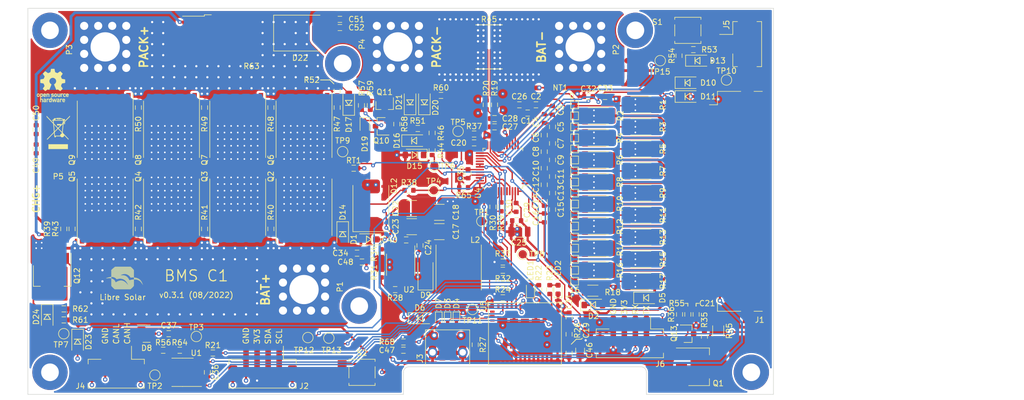
<source format=kicad_pcb>
(kicad_pcb (version 20211014) (generator pcbnew)
  (title_block (title "Libre Solar BMS C1") (date "2022-09-30") (rev "v0.3.1") (company "Libre Solar Technologies GmbH") (comment 1 "Website: https://libre.solar") (comment 2 "Author: Martin Jäger") (comment 3 "License: CERN-OHL-W"))
  (layers (0 "F.Cu" signal) (1 "In1.Cu" power) (2 "In2.Cu" power) (31 "B.Cu" signal) (34 "B.Paste" user) (35 "F.Paste" user) (36 "B.SilkS" user "B.Silkscreen") (37 "F.SilkS" user "F.Silkscreen") (38 "B.Mask" user) (39 "F.Mask" user) (44 "Edge.Cuts" user))
  (net 0 "")
  (net 1 "+3V3")
  (net 2 "/BQ76952/VC15")
  (net 3 "/BQ76952/VC14")
  (net 4 "/BQ76952/VC13")
  (net 5 "/BQ76952/VC12")
  (net 6 "/BQ76952/VC11")
  (net 7 "/BQ76952/VC10")
  (net 8 "/BQ76952/VC9")
  (net 9 "Net-(LED1-Pad2)")
  (net 10 "Net-(LED2-Pad2)")
  (net 11 "/BQ76952/VC16")
  (net 12 "GND")
  (net 13 "/BQ76952/VC8")
  (net 14 "/BQ76952/VC7")
  (net 15 "/BQ76952/VC6")
  (net 16 "/BQ76952/VC5")
  (net 17 "/BQ76952/VC4")
  (net 18 "/BQ76952/VC3")
  (net 19 "/BQ76952/VC2")
  (net 20 "/BQ76952/VC1")
  (net 21 "/BQ76952/VC0")
  (net 22 "Net-(D5-Pad1)")
  (net 23 "/C16+")
  (net 24 "/BAT+")
  (net 25 "/Power Supply/VIN")
  (net 26 "/Power Supply/SW")
  (net 27 "/Power Supply/FB")
  (net 28 "+5V")
  (net 29 "/C1-")
  (net 30 "/C2+")
  (net 31 "/C4+")
  (net 32 "/C6+")
  (net 33 "/C8+")
  (net 34 "/C10+")
  (net 35 "/C12+")
  (net 36 "/C14+")
  (net 37 "/C1+")
  (net 38 "/C3+")
  (net 39 "/C5+")
  (net 40 "/C7+")
  (net 41 "/C9+")
  (net 42 "/C11+")
  (net 43 "/C13+")
  (net 44 "/C15+")
  (net 45 "/BQ76952/BAT")
  (net 46 "/BTN_LOW")
  (net 47 "/ESP32-C3 MCU/USB_D-")
  (net 49 "/BQ76952/SRP")
  (net 50 "/TEMP1")
  (net 52 "/TEMP2")
  (net 53 "/BQ76952/SRN")
  (net 54 "/BQ76952/CP1")
  (net 57 "/ESP32-C3 MCU/USB_D+")
  (net 58 "Net-(C24-Pad1)")
  (net 59 "/BQ76952/BTN_HIGH")
  (net 60 "/BQ76952/PDSG")
  (net 61 "/CAN_H")
  (net 62 "/CAN_L")
  (net 63 "/UART_TX")
  (net 64 "/BQ76952/PACK")
  (net 65 "/UART_RX")
  (net 66 "Net-(Q1-Pad1)")
  (net 67 "/ESP32-C3 MCU/CAN_STB")
  (net 68 "/LED_GREEN")
  (net 69 "/LED_RED")
  (net 70 "/BQ76952/ALERT")
  (net 71 "/BQ76952/LD")
  (net 72 "/PACK+")
  (net 73 "/BQ76952/CHG")
  (net 74 "/BAT-")
  (net 75 "Net-(R34-Pad1)")
  (net 76 "Net-(J3-Pad4)")
  (net 77 "/PACK-")
  (net 78 "/Power Supply/EN")
  (net 79 "Net-(C34-Pad2)")
  (net 80 "Net-(C49-Pad2)")
  (net 81 "Net-(C51-Pad2)")
  (net 82 "Net-(D15-Pad1)")
  (net 83 "Net-(D20-Pad2)")
  (net 84 "Net-(D20-Pad1)")
  (net 85 "Net-(D24-Pad2)")
  (net 86 "Net-(Q2-Pad1)")
  (net 87 "Net-(Q3-Pad1)")
  (net 88 "Net-(Q4-Pad1)")
  (net 89 "Net-(Q5-Pad1)")
  (net 90 "Net-(Q6-Pad1)")
  (net 91 "Net-(Q7-Pad1)")
  (net 92 "Net-(Q8-Pad1)")
  (net 93 "Net-(Q9-Pad1)")
  (net 94 "Net-(Q11-Pad3)")
  (net 95 "Net-(Q12-Pad2)")
  (net 96 "Net-(R24-Pad1)")
  (net 111 "/Power Part/CHG_G")
  (net 112 "/Power Part/DSG_G")
  (net 113 "/I2C_SDA")
  (net 114 "/I2C_SCL")
  (net 115 "/ESP32-C3 MCU/NRST")
  (net 116 "/ESP32-C3 MCU/BOOT")
  (net 117 "/BQ76952/DSG")
  (net 118 "/ESP32-C3 MCU/CAN_TX")
  (net 119 "/BQ76952/WAKE")
  (net 120 "/REG18")
  (net 121 "Net-(R21-Pad1)")
  (net 122 "/ESP32-C3 MCU/CAN_RX")
  (net 123 "/FUSE")
  (net 124 "Net-(Q1-Pad2)")
  (net 126 "/BQ76952/FUSE_DETECT")
  (net 127 "Net-(Q13-Pad2)")
  (net 128 "Net-(Q13-Pad3)")
  (net 131 "/TEMP_FETS")
  (net 132 "Net-(D16-Pad1)")
  (net 133 "/BQ76952/SHUNT_P")
  (net 134 "/BQ76952/SHUNT_N")
  (net 135 "Net-(D16-Pad2)")
  (net 136 "Net-(Q10-Pad3)")
  (net 137 "/CHG+")
  (net 138 "Net-(C37-Pad1)")
  (net 139 "Net-(R65-Pad1)")
  (footprint "LibreSolar:LIBRESOLAR_LOGO" (layer "F.Cu") (at 95.1625 100.90225)
    (fp_text reference "LOGO2" hide)
    (fp_text value "LIBRE_SOLAR" hide)
  )
  (footprint "LibreSolar:R_2010_5025" (layer "F.Cu") (at 191 67.5 180)
    (fp_text reference "R1")
    (fp_text value "20")
  )
  (footprint "LibreSolar:R_0603_1608" (layer "F.Cu") (at 197.9 58.6 -90)
    (fp_text reference "R54")
    (fp_text value "4.7k")
  )
  (footprint "LibreSolar:C_1210_3225" (layer "F.Cu") (at 149.5 89.6)
    (fp_text reference "C23")
    (fp_text value "2.2µF")
  )
  (footprint "LibreSolar:C_1210_3225" (layer "F.Cu") (at 154.5 90.5 180)
    (fp_text reference "C17")
    (fp_text value "47µF")
  )
  (footprint "LibreSolar:C_1210_3225" (layer "F.Cu") (at 154.5 87 180)
    (fp_text reference "C18")
    (fp_text value "47µF")
  )
  (footprint "LibreSolar:Bourns_SRN8040TA" (layer "F.Cu") (at 158 97 90)
    (fp_text reference "L2")
    (fp_text value "10µH")
  )
  (footprint "LibreSolar:R_0603_1608" (layer "F.Cu") (at 144 98 90)
    (fp_text reference "R31")
    (fp_text value "29.4k")
  )
  (footprint "Button_Switch_SMD:SW_SPST_TL3305A" (layer "F.Cu") (at 199.5 54 180)
    (fp_text reference "S1")
    (fp_text value "SW_PUSH")
  )
  (footprint "MountingHole:MountingHole_3.2mm_M3_Pad_TopBottom" (layer "F.Cu") (at 137 60)
    (fp_text reference "H2" hide)
    (fp_text value "MountingHole")
  )
  (footprint "MountingHole:MountingHole_3.2mm_M3_Pad_TopBottom" (layer "F.Cu") (at 84 54)
    (fp_text reference "H1" hide)
    (fp_text value "MountingHole")
  )
  (footprint "LibreSolar:R_0603_1608" (layer "F.Cu") (at 200.5 57.5 180)
    (fp_text reference "R53")
    (fp_text value "6.8k")
  )
  (footprint "LibreSolar:C_0603_1608" (layer "F.Cu") (at 151 93 -90)
    (fp_text reference "C24")
    (fp_text value "100nF")
  )
  (footprint "LibreSolar:R_0603_1608" (layer "F.Cu") (at 146.5 101 180)
    (fp_text reference "R28")
    (fp_text value "100k")
  )
  (footprint "Symbol:WEEE-Logo_4.2x6mm_SilkScreen" (layer "F.Cu") (at 85.5 72.5)
    (fp_text reference "REF**" hide)
    (fp_text value "WEEE-Logo_4.2x6mm_SilkScreen" hide)
  )
  (footprint "Symbol:OSHW-Logo_5.7x6mm_SilkScreen" (layer "F.Cu") (at 84.5 64)
    (fp_text reference "LOGO1" hide)
    (fp_text value "OPEN_HARDWARE" hide)
  )
  (footprint "TestPoint:TestPoint_Pad_1.0x1.0mm" (layer "F.Cu") (at 179 79.5)
    (fp_text reference "TP22" hide)
    (fp_text value "TestPoint")
  )
  (footprint "LibreSolar:C_0603_1608" (layer "F.Cu") (at 173.5 85 90)
    (fp_text reference "C14")
    (fp_text value "220nF")
  )
  (footprint "LibreSolar:D_SOD-123F" (layer "F.Cu") (at 141.7 91.9 180)
    (fp_text reference "D1")
    (fp_text value "PMEG10010ELRX")
  )
  (footprint "LED_SMD:LED_0603_1608Metric" (layer "F.Cu") (at 176 101 90)
    (fp_text reference "LED2")
    (fp_text value "LED")
  )
  (footprint "LibreSolar:D_SOD-123" (layer "F.Cu") (at 89 110.5 -90)
    (fp_text reference "D23")
    (fp_text value "75V")
  )
  (footprint "LibreSolar:R_2010_5025" (layer "F.Cu") (at 191 71.5 180)
    (fp_text reference "R3")
    (fp_text value "20")
  )
  (footprint "LibreSolar:R_0603_1608" (layer "F.Cu") (at 150.6 71.8 180)
    (fp_text reference "R51")
    (fp_text value "68k")
  )
  (footprint "LibreSolar:D_SOD-123" (layer "F.Cu") (at 137 91 -90)
    (fp_text reference "D14")
    (fp_text value "16V")
  )
  (footprint "Connector_JST:JST_PH_B4B-PH-SM4-TB_1x04-1MP_P2.00mm_Vertical" (layer "F.Cu") (at 189 109 180)
    (property "Reference" "J6")
    (property "Value" "B4B-PH-SM4")
    (fp_text reference "J6")
    (fp_text value "B4B-PH-SM4")
  )
  (footprint "TestPoint:TestPoint_Pad_D1.5mm" (layer "F.Cu") (at 160.5 104.6)
    (fp_text reference "TP11")
    (fp_text value "TestPoint")
  )
  (footprint "LibreSolar:C_1206_3216" (layer "F.Cu") (at 169 90.5 180)
    (fp_text reference "C25")
    (fp_text value "1µF")
  )
  (footprint "LibreSolar:C_0603_1608" (layer "F.Cu") (at 170.5 69 180)
    (fp_text reference "C1")
    (fp_text value "220nF")
  )
  (footprint "Package_TO_SOT_SMD:SOT-223-3_TabPin2" (layer "F.Cu") (at 84.4 98.5 -90)
    (fp_text reference "Q12")
    (fp_text value "ZXMP10A17GTA")
  )
  (footprint "LibreSolar:R_0603_1608" (layer "F.Cu") (at 148 110.5 180)
    (fp_text reference "R68")
    (fp_text value "10k")
  )
  (footprint "TestPoint:TestPoint_Pad_1.0x1.0mm" (layer "F.Cu") (at 179 67.5)
    (fp_text reference "TP16" hide)
    (fp_text value "TestPoint")
  )
  (footprint "LibreSolar:D_SOD-123F" (layer "F.Cu") (at 151.1 106.2)
    (fp_text reference "D6")
    (fp_text value "PMEG10010ELRX")
  )
  (footprint "TestPoint:TestPoint_Pad_1.0x1.0mm" (layer "F.Cu") (at 179 97.5)
    (fp_text reference "TP31" hide)
    (fp_text value "TestPoint")
  )
  (footprint "Package_TO_SOT_SMD:Infineon_PG-HSOF-8-1_ThermalVias" (layer "F.Cu") (at 106 72 -90)
    (fp_text reference "Q8")
    (fp_text value "IPT015N10N5")
  )
  (footprint "LibreSolar:R_1206_3216" (layer "F.Cu") (at 205 108.5 90)
    (fp_text reference "R25")
    (fp_text value "10")
  )
  (footprint "TestPoint:TestPoint_Pad_D1.5mm" (layer "F.Cu") (at 137 76)
    (fp_text reference "TP9")
    (fp_text value "TestPoint")
  )
  (footprint "LibreSolar:R_0603_1608" (layer "F.Cu") (at 124 68 -90)
    (fp_text reference "R48")
    (fp_text value "47")
  )
  (footprint "LibreSolar:R_2010_5025" (layer "F.Cu") (at 191 87.5 180)
    (fp_text reference "R11")
    (fp_text value "20")
  )
  (footprint "MountingHole:MountingHole_3.2mm_M3_Pad_TopBottom" (layer "F.Cu") (at 84 116)
    (property "Reference" "H1")
    (property "Value" "MountingHole")
    (fp_text reference "H4" hide)
    (fp_text value "MountingHole")
  )
  (footprint "TestPoint:TestPoint_Pad_1.0x1.0mm" (layer "F.Cu") (at 179 91.5)
    (fp_text reference "TP28" hide)
    (fp_text value "TestPoint")
  )
  (footprint "LibreSolar:R_2010_5025" (layer "F.Cu") (at 183.3 69.5 180)
    (fp_text reference "R2")
    (fp_text value "20")
  )
  (footprint "TestPoint:TestPoint_Pad_D1.5mm" (layer "F.Cu") (at 157.9 72.3)
    (fp_text reference "TP5")
    (fp_text value "TestPoint")
  )
  (footprint "MountingHole:MountingHole_3.2mm_M3_Pad_TopBottom" (layer "F.Cu") (at 190 54)
    (fp_text reference "H3" hide)
    (fp_text value "MountingHole")
  )
  (footprint "TestPoint:TestPoint_Pad_D1.5mm" (layer "F.Cu") (at 153.5 83)
    (fp_text reference "TP4")
    (fp_text value "TestPoint")
  )
  (footprint "LibreSolar:D_SOD-123" (layer "F.Cu") (at 192 102.5)
    (fp_text reference "D5")
    (fp_text value "BAT46W")
  )
  (footprint "LibreSolar:R_Shunt_5931_Kelvin" (layer "F.Cu") (at 163.5 57 180)
    (property "Reference" "R45")
    (property "Value" "300µ")
    (fp_text reference "R45")
    (fp_text value "300µ")
  )
  (footprint "LibreSolar:R_0603_1608" (layer "F.Cu") (at 86.5 104.5)
    (fp_text reference "R62")
    (fp_text value "1M")
  )
  (footprint "LibreSolar:R_0603_1608" (layer "F.Cu") (at 153.2 72.6 90)
    (fp_text reference "R46")
    (fp_text value "1k")
  )
  (footprint "LibreSolar:C_0603_1608" (layer "F.Cu") (at 81.5 72 90)
    (fp_text reference "C50")
    (fp_text value "100nF")
  )
  (footprint "Button_Switch_SMD:SW_SPST_TL3305A" (layer "F.Cu") (at 140.5 116)
    (fp_text reference "S2")
    (fp_text value "SW_PUSH")
  )
  (footprint "LibreSolar:R_0603_1608" (layer "F.Cu") (at 144 94.5 -90)
    (fp_text reference "R34")
    (fp_text value "49.9k")
  )
  (footprint "LibreSolar:R_2010_5025" (layer "F.Cu") (at 183.3 73.5 180)
    (fp_text reference "R4")
    (fp_text value "20")
  )
  (footprint "LibreSolar:C_0603_1608" (layer "F.Cu") (at 175 83.5 90)
    (fp_text reference "C13")
    (fp_text value "220nF")
  )
  (footprint "MountingHole:MountingHole_3.2mm_M3_Pad_TopBottom" (layer "F.Cu") (at 140 104)
    (fp_text reference "H5" hide)
    (fp_text value "MountingHole")
  )
  (footprint "LibreSolar:C_0603_1608" (layer "F.Cu") (at 148 112 180)
    (fp_text reference "C47")
    (fp_text value "1µF")
  )
  (footprint "TestPoint:TestPoint_Pad_1.0x1.0mm" (layer "F.Cu") (at 179 89.5)
    (fp_text reference "TP27" hide)
    (fp_text value "TestPoint")
  )
  (footprint "LibreSolar:D_SOD-123" (layer "F.Cu") (at 83.5 106 -90)
    (fp_text reference "D24")
    (fp_text value "16V")
  )
  (footprint "LibreSolar:R_0603_1608" (layer "F.Cu") (at 166 97.5 180)
    (fp_text reference "R32")
    (fp_text value "2.2k")
  )
  (footprint "TestPoint:TestPoint_Pad_1.0x1.0mm" (layer "F.Cu") (at 179 73.5)
    (fp_text reference "TP19" hide)
    (fp_text value "TestPoint")
  )
  (footprint "Package_TO_SOT_SMD:SOT-23" (layer "F.Cu") (at 101.5 109)
    (fp_text reference "D8")
    (fp_text value "PESD2CANFD")
  )
  (footprint "LibreSolar:R_2010_5025" (layer "F.Cu") (at 183.3 97.5 180)
    (fp_text reference "R16")
    (fp_text value "20")
  )
  (footprint "LibreSolar:R_0603_1608" (layer "F.Cu") (at 100 90 -90)
    (fp_text reference "R42")
    (fp_text value "47")
  )
  (footprint "NetTie:NetTie-2_SMD_Pad0.5mm" (layer "F.Cu") (at 174.1 64.4 180)
    (property "Reference" "NT1")
    (property "Value" "NetTie_2")
    (fp_text reference "NT1")
    (fp_text value "NetTie")
  )
  (footprint "Espressif:ESP32-C3-MINI-1" (layer "F.Cu") (at 170 109 180)
    (fp_text reference "U5")
    (fp_text value "ESP32-C3-MINI-1")
  )
  (footprint "LibreSolar:R_2010_5025" (layer "F.Cu") (at 183.3 85.5 180)
    (fp_text reference "R10")
    (fp_text value "20")
  )
  (footprint "LibreSolar:D_SOD-523" (layer "F.Cu") (at 156 106.2 -90)
    (fp_text reference "D3")
    (fp_text value "ESD5B5.0ST1G")
  )
  (footprint "LibreSolar:R_0603_1608" (layer "F.Cu") (at 124 90 -90)
    (fp_text reference "R40")
    (fp_text value "47")
  )
  (footprint "LibreSolar:D_SOD-123" (layer "F.Cu") (at 199.5 66)
    (property "Reference" "D11")
    (property "Value" "3.6V")
    (fp_text reference "D11")
    (fp_text value "3.6V")
  )
  (footprint "Package_TO_SOT_SMD:Infineon_PG-HSOF-8-1_ThermalVias" (layer "F.Cu") (at 118 72 -90)
    (fp_text reference "Q7")
    (fp_text value "IPT015N10N5")
  )
  (footprint "LibreSolar:D_SOD-323" (layer "F.Cu") (at 141 71.4 -90)
    (fp_text reference "D19")
    (fp_text value "5.1V")
  )
  (footprint "LibreSolar:R_0603_1608" (layer "F.Cu") (at 158.9 82.5 180)
    (fp_text reference "R65")
    (fp_text value "100k")
  )
  (footprint "LibreSolar:D_SOD-123" (layer "F.Cu") (at 182.4 103.8)
    (fp_text reference "D2")
    (fp_text value "BAT46W")
  )
  (footprint "Package_TO_SOT_SMD:Infineon_PG-HSOF-8-1_ThermalVias" (layer "F.Cu") (at 94 86 90)
    (fp_text reference "Q5")
    (fp_text value "IPT015N10N5")
  )
  (footprint "LibreSolar:R_0603_1608" (layer "F.Cu") (at 198 105.5 -90)
    (fp_text reference "R36")
    (fp_text value "100k")
  )
  (footprint "LibreSolar:Bourns_PWR163" (layer "F.Cu") (at 115 55.5)
    (fp_text reference "R63")
    (fp_text value "40")
  )
  (footprint "TestPoint:TestPoint_Pad_D1.5mm" (layer "F.Cu") (at 130.7 109.7 180)
    (fp_text reference "TP12")
    (fp_text value "TestPoint")
  )
  (footprint "LibreSolar:R_1206_3216" (layer "F.Cu") (at 182.3 101.2)
    (fp_text reference "R18")
    (fp_text value "100")
  )
  (footprint "LibreSolar:R_2010_5025" (layer "F.Cu") (at 191 75.5 180)
    (fp_text reference "R5")
    (fp_text value "20")
  )
  (footprint "LibreSolar:R_0603_1608" (layer "F.Cu") (at 154.8 65.8 180)
    (fp_text reference "R60")
    (fp_text value "10k")
  )
  (footprint "Connector_JST:JST_PH_B3B-PH-SM4-TB_1x03-1MP_P2.00mm_Vertical" (layer "F.Cu") (at 96 114.5 180)
    (property "Reference" "J4")
    (property "Value" "B3B-PH-SM4")
    (fp_text reference "J4")
    (fp_text value "B3B-PH-SM4")
  )
  (footprint "LibreSolar:R_2010_5025" (layer "F.Cu") (at 191 91.5 180)
    (fp_text reference "R13")
    (fp_text value "20")
  )
  (footprint "LibreSolar:USB_Micro-B_10103594-0001LF" (layer "F.Cu") (at 156 111)
    (fp_text reference "J3")
    (fp_text value "USB_B_Micro")
  )
  (footprint "LibreSolar:R_0603_1608" (layer "F.Cu") (at 164.5 67.5 -90)
    (fp_text reference "R19")
    (fp_text value "100")
  )
  (footprint "TestPoint:TestPoint_Pad_1.0x1.0mm" (layer "F.Cu") (at 179 85.5)
    (fp_text reference "TP25" hide)
    (fp_text value "TestPoint")
  )
  (footprint "LibreSolar:C_0603_1608" (layer "F.Cu") (at 175 77.5 90)
    (fp_text reference "C9")
    (fp_text value "220nF")
  )
  (footprint "LibreSolar:R_0603_1608" (layer "F.Cu") (at 86.5 106.5 180)
    (fp_text reference "R61")
    (fp_text value "68k")
  )
  (footprint "LibreSolar:C_0603_1608" (layer "F.Cu") (at 175 86.5 90)
    (fp_text reference "C15")
    (fp_text value "220nF")
  )
  (footprint "TestPoint:TestPoint_Pad_D1.5mm" (layer "F.Cu") (at 162.2 88.6 90)
    (fp_text reference "TP1")
    (fp_text value "TestPoint")
  )
  (footprint "TestPoint:TestPoint_Pad_D1.5mm" (layer "F.Cu") (at 153.6 78.6)
    (fp_text reference "TP6")
    (fp_text value "TestPoint")
  )
  (footprint "LibreSolar:R_0603_1608" (layer "F.Cu") (at 104.5 112)
    (fp_text reference "R56")
    (fp_text value "62R")
  )
  (footprint "LibreSolar:R_0603_1608" (layer "F.Cu") (at 139 79 180)
    (fp_text reference "RT1")
    (fp_text value "10k")
  )
  (footprint "Fiducial:Fiducial_1mm_Mask2mm" (layer "F.Cu") (at 188.5 59.5 180)
    (fp_text reference "FID2" hide)
    (fp_text value "Fiducial")
  )
  (footprint "LibreSolar:R_0603_1608" (layer "F.Cu") (at 178 109.1 -90)
    (fp_text reference "R26")
    (fp_text value "1M")
  )
  (footprint "LibreSolar:C_0603_1608" (layer "F.Cu") (at 173.5 82 90)
    (fp_text reference "C12")
    (fp_text value "220nF")
  )
  (footprint "LibreSolar:C_0603_1608" (layer "F.Cu") (at 136.5 53.5 180)
    (fp_text reference "C52")
    (fp_text value "100nF")
  )
  (footprint "LibreSolar:C_0603_1608" (layer "F.Cu") (at 175 71.5 90)
    (fp_text reference "C5")
    (fp_text value "220nF")
  )
  (footprint "LibreSolar:R_0603_1608" (layer "F.Cu") (at 160.8 72.8)
    (fp_text reference "R37")
    (fp_text value "0R")
  )
  (footprint "LibreSolar:C_0603_1608" (layer "F.Cu") (at 173.5 88 90)
    (fp_text reference "C16")
    (fp_text value "220nF")
  )
  (footprint "LibreSolar:R_2010_5025" (layer "F.Cu") (at 183.3 81.5 180)
    (fp_text reference "R8")
    (fp_text value "20")
  )
  (footprint "LibreSolar:R_0603_1608" (layer "F.Cu") (at 136 65 90)
    (fp_text reference "R52")
    (fp_text value "10M")
  )
  (footprint "LibreSolar:D_SOD-523" (layer "F.Cu") (at 154.4 106.2 -90)
    (fp_text reference "D7")
    (fp_text value "ESD5B5.0ST1G")
  )
  (footprint "Package_TO_SOT_SMD:Infineon_PG-HSOF-8-1_ThermalVias" (layer "F.Cu") (at 106 86 90)
    (fp_text reference "Q4")
    (fp_text value "IPT015N10N5")
  )
  (footprint "Package_QFP:TQFP-48_7x7mm_P0.5mm" (layer "F.Cu") (at 166 79 180)
    (fp_text reference "U4")
    (fp_text value "BQ76952")
  )
  (footprint "LibreSolar:C_0603_1608" (layer "F.Cu") (at 148.5 92)
    (fp_text reference "C40")
    (fp_text value "100nF")
  )
  (footprint "LibreSolar:C_0603_1608" (layer "F.Cu") (at 173.5 70 90)
    (fp_text reference "C4")
    (fp_text value "220nF")
  )
  (footprint "LibreSolar:R_0603_1608" (layer "F.Cu") (at 174.5 101 -90)
    (fp_text reference "R23")
    (fp_text value "1k")
  )
  (footprint "TestPoint:TestPoint_Pad_1.0x1.0mm" (layer "F.Cu") (at 179 71.5)
    (fp_text reference "TP18" hide)
    (fp_text value "TestPoint")
  )
  (footprint "Package_TO_SOT_SMD:Infineon_PG-HSOF-8-1_ThermalVias" (layer "F.Cu") (at 130 86 90)
    (fp_text reference "Q2")
    (fp_text value "IPT015N10N5")
  )
  (footprint "Diode_SMD:D_SOD-128" (layer "F.Cu") (at 152 98 90)
    (fp_text reference "D9")
    (fp_text value "VSS8D3M10-M3/I")
  )
  (footprint "LibreSolar:C_0603_1608" (layer "F.Cu") (at 81.5 75.5 90)
    (fp_text reference "C49")
    (fp_text value "100nF")
  )
  (footprint "LibreSolar:R_0603_1608" (layer "F.Cu") (at 161 111 -90)
    (fp_text reference "R27")
    (fp_text value "330k")
  )
  (footprint "LibreSolar:Wuerth_WP-BUCF_7460408_Plated" (layer "F.Cu") (at 94 57)
    (fp_text reference "P3")
    (fp_text value "CONN_01X01")
  )
  (footprint "LibreSolar:R_0603_1608" (layer "F.Cu") (at 140.4 67.6 -90)
    (fp_text reference "R57")
    (fp_text value "470")
  )
  (footprint "LibreSolar:R_2010_5025" (layer "F.Cu") (at 191 99.5 180)
    (fp_text reference "R17")
    (fp_text value "20")
  )
  (footprint "LibreSolar:C_0603_1608" (layer "F.Cu") (at 201 105.5 -90)
    (fp_text reference "C21")
    (fp_text value "100nF")
  )
  (footprint "LibreSolar:C_0603_1608" (layer "F.Cu") (at 173.5 79 90)
    (fp_text reference "C10")
    (fp_text value "220nF")
  )
  (footprint "LibreSolar:C_0603_1608" (layer "F.Cu") (at 159.7 80 -90)
    (fp_text reference "C35")
    (fp_text value "100pF")
  )
  (footprint "TestPoint:TestPoint_Pad_1.0x1.0mm" (layer "F.Cu") (at 179 81.5)
    (fp_text reference "TP23" hide)
    (fp_text value "TestPoint")
  )
  (footprint "LibreSolar:R_2010_5025" (layer "F.Cu") (at 191 83.5 180)
    (fp_text reference "R9")
    (fp_text value "20")
  )
  (footprint "LibreSolar:D_SOD-523" (layer "F.Cu") (at 157.6 106.2 -90)
    (fp_text reference "D4")
    (fp_text value "ESD5B5.0ST1G")
  )
  (footprint "Package_TO_SOT_SMD:Infineon_PG-HSOF-8-1_ThermalVias" (layer "F.Cu") (at 118 86 90)
    (fp_text reference "Q3")
    (fp_text value "IPT015N10N5")
  )
  (footprint "TestPoint:TestPoint_Pad_D1.5mm" (layer "F.Cu") (at 134.5 109.8 180)
    (fp_text reference "TP13")
    (fp_text value "TestPoint")
  )
  (footprint "LibreSolar:C_0603_1608" (layer "F.Cu") (at 139.6 94.4)
    (fp_text reference "C34")
    (fp_text value "100nF")
  )
  (footprint "LibreSolar:R_2010_5025" (layer "F.Cu") (at 183.3 93.5 180)
    (fp_text reference "R14")
    (fp_text value "20")
  )
  (footprint "LibreSolar:R_2010_5025" (layer "F.Cu") (at 191 95.5 180)
    (fp_text reference "R15")
    (fp_text value "20")
  )
  (footprint "LibreSolar:Wuerth_WP-BUCF_7460408_Plated" (layer "F.Cu") (at 130 101)
    (fp_text reference "P1")
    (fp_text value "CONN_01X01")
  )
  (footprint "TestPoint:TestPoint_Pad_1.0x1.0mm" (layer "F.Cu") (at 179 99.5)
    (property "Reference" "TP32")
    (property "Value" "TestPoint")
    (fp_text reference "TP32" hide)
    (fp_text value "TestPoint")
  )
  (footprint "TestPoint:TestPoint_Pad_1.0x1.0mm" (layer "F.Cu") (at 179 87.5)
    (fp_text reference "TP26" hide)
    (fp_text value "TestPoint")
  )
  (footprint "LibreSolar:R_0603_1608" (layer "F.Cu") (at 113.5 112.5)
    (fp_text reference "R21")
    (fp_text value "0R")
  )
  (footprint "TestPoint:TestPoint_Pad_1.0x1.0mm" (layer "F.Cu") (at 179 75.5)
    (fp_text reference "TP20" hide)
    (fp_text value "TestPoint")
  )
  (footprint "Connector_JST:JST_PH_B2B-PH-SM4-TB_1x02-1MP_P2.00mm_Vertical" (layer "F.Cu") (at 208.5 56.5 -90)
    (property "Reference" "J5")
    (property "Value" "B2B-PH-SM4")
    (fp_text reference "J5")
    (fp_text value "B2B-PH-SM4")
  )
  (footprint "TestPoint:TestPoint_Pad_D1.5mm" (layer "F.Cu") (at 206.5 63)
    (fp_text reference "TP10")
    (fp_text value "TestPoint")
  )
  (footprint "LibreSolar:D_SMC" (layer "F.Cu") (at 129.3 54.5)
    (fp_text reference "D22")
    (fp_text value "SMCJ60A")
  )
  (footprint "LibreSolar:R_0603_1608" (layer "F.Cu") (at 112 90 -90)
    (fp_text reference "R41")
    (fp_text value "47")
  )
  (footprint "LibreSolar:SOT-23" (layer "F.Cu") (at 144 71.4 180)
    (fp_text reference "Q10")
    (fp_text value "BSS84")
  )
  (footprint "LibreSolar:R_0603_1608" (layer "F.Cu") (at 136 68 -90)
    (fp_text reference "R47")
    (fp_text value "47")
  )
  (footprint "LibreSolar:R_2010_5025" (layer "F.Cu") (at 183.3 77.5 180)
    (fp_text reference "R6")
    (fp_text value "20")
  )
  (footprint "LibreSolar:C_0603_1608" (layer "F.Cu") (at 173.5 76 90)
    (fp_text reference "C8")
    (fp_text value "220nF")
  )
  (footprint "LibreSolar:R_0603_1608" (layer "F.Cu") (at 172.5 101 -90)
    (fp_text reference "R22")
    (fp_text value "1k")
  )
  (footprint "LibreSolar:R_0603_1608" (layer "F.Cu") (at 86.5 90 -90)
    (fp_text reference "R39")
    (fp_text value "10M")
  )
  (footprint "LibreSolar:C_0603_1608" (layer "F.Cu") (at 105.5 109 180)
    (fp_text reference "C37")
    (fp_text value "100nF")
  )
  (footprint "MountingHole:MountingHole_3.2mm_M3_Pad_TopBottom" (layer "F.Cu") (at 211 116)
    (fp_text reference "H6" hide)
    (fp_text value "MountingHole")
  )
  (footprint "TestPoint:TestPoint_Pad_D1.5mm" (layer "F.Cu") (at 169.6 94.6)
    (fp_text reference "TP8")
    (fp_text value "TestPoint")
  )
  (footprint "LibreSolar:SOT-23" (layer "F.Cu") (at 144.6 67.6 -90)
    (fp_text reference "Q11")
    (fp_text value "BSS123N")
  )
  (footprint "TestPoint:TestPoint_Pad_D1.5mm" (layer "F.Cu") (at 103 116.5 180)
    (fp_text reference "TP2")
    (fp_text value "TestPoint")
  )
  (footprint "LibreSolar:R_0603_1608" (layer "F.Cu") (at 202.5 109.5 90)
    (fp_text reference "R35")
    (fp_text value "1M")
  )
  (footprint "LibreSolar:R_0603_1608" (layer "F.Cu") (at 199.5 105.5 90)
    (fp_text reference "R55")
    (fp_text value "100k")
  )
  (footprint "LibreSolar:R_0603_1608" (layer "F.Cu") (at 100 68 -90)
    (fp_text reference "R50")
    (fp_text value "47")
  )
  (footprint "LibreSolar:R_0603_1608" (layer "F.Cu") (at 165.7 86 -90)
    (fp_text reference "R29")
    (fp_text value "10k")
  )
  (footprint "LibreSolar:C_0603_1608" (layer "F.Cu") (at 181.5 66 180)
    (fp_text reference "C32")
    (fp_text value "100pF")
  )
  (footprint "LibreSolar:C_0603_1608" (layer "F.Cu") (at 173.5 73 90)
    (fp_text reference "C6")
    (fp_text value "220nF")
  )
  (footprint "Connector_JST:JST_PH_B4B-PH-SM4-TB_1x04-1MP_P2.00mm_Vertical" (layer "F.Cu") (at 122.5 114.5 180)
    (fp_text reference "J2")
    (fp_text value "B4B-PH-SM4")
  )
  (footprint "LibreSolar:C_0603_1608" (layer "F.Cu") (at 140.5 96)
    (fp_text reference "C48")
    (fp_text value "100nF")
  )
  (footprint "Connector_Wire:SolderWirePad_1x01_SMD_5x10mm" (layer "F.Cu") (at 85.5 84.5)
    (fp_text reference "P5")
    (fp_text value "CONN_01X01")
  )
  (footprint "Package_SO:SOIC-8-1EP_3.9x4.9mm_P1.27mm_EP2.29x3mm" (layer "F.Cu") (at 147.5 96.5 -90)
    (fp_text reference "U2")
    (fp_text value "LMR16030")
  )
  (footprint "LibreSolar:R_0603_1608" (layer "F.Cu") (at 112 68 -90)
    (fp_text reference "R49")
    (fp_text value "47")
  )
  (footprint "LibreSolar:Wuerth_WP-BUCF_7460408_Plated" (layer "F.Cu") (at 147 57)
    (fp_text reference "P4")
    (fp_text value "CONN_01X01")
  )
  (footprint "LibreSolar:D_SOD-123" (layer "F.Cu") (at 151.8 67 90)
    (fp_text reference "D20")
    (fp_text value "BAT46W")
  )
  (footprint "LibreSolar:R_0603_1608" (layer "F.Cu") (at 146.8 71 90)
    (fp_text reference "R58")
    (fp_text value "470")
  )
  (footprint "LibreSolar:R_0603_1608" (layer "F.Cu") (at 166 96 180)
    (fp_text reference "R33")
    (fp_text value "2.2k")
  )
  (footprint "Fiducial:Fiducial_1mm_Mask2mm" (layer "F.Cu") (at 82.5 110.5)
    (fp_text reference "FID1" hide)
    (fp_text value "Fiducial")
  )
  (footprint "LibreSolar:C_0603_1608" (layer "F.Cu") (at 164.5 71.5 180)
    (fp_text reference "C27")
    (fp_text value "100pF")
  )
  (footprint "TestPoint:TestPoint_Pad_1.0x1.0mm" (layer "F.Cu") (at 179 69.5)
    (fp_text reference "TP17" hide)
    (fp_text value "TestPoint")
  )
  (footprint "LibreSolar:R_0603_1608" (layer "F.Cu") (at 163 67.5 -90)
    (fp_text reference "R20")
    (fp_text value "100")
  )
  (footprint "Package_SO:SOIC-8_3.9x4.9mm_P1.27mm" (layer "F.Cu") (at 108 116 180)
    (property "Reference" "U3")
    (property "Value" "SN65HVD230")
    (fp_text reference "U1")
    (fp_text value "SN65HVD230")
  )
  (footprint "LibreSolar:C_0805_2012" (layer "F.Cu") (at 180 112 -90)
    (fp_text reference "C46")
    (fp_text value "10µF")
  )
  (footprint "LibreSolar:D_SOD-123" (layer "F.Cu") (at 138.1 67.1 90)
    (fp_text reference "D17")
    (fp_text value "16V")
  )
  (footprint "LibreSolar:D_SOD-123" (layer "F.Cu") (at 199.5 63.5)
    (fp_text reference "D10")
    (fp_text value "BAT46W")
  )
  (footprint "LibreSolar:R_2010_5025" (layer "F.Cu") (at 183.3 89.5 180)
    (fp_text reference "R12")
    (fp_text value "20")
  )
  (footprint "TestPoint:TestPoint_Pad_1.0x1.0mm" (layer "F.Cu") (at 179 83.5)
    (fp_text reference "TP24" hide)
    (fp_text value "TestPoint")
  )
  (footprint "TestPoint:TestPoint_Pad_D1.5mm" (layer "F.Cu") (at 110.5 109.5)
    (fp_text reference "TP3")
    (fp_text value "TestPoint")
  )
  (footprint "LibreSolar:C_0603_1608" (layer "F.Cu") (at 164.5 70 180)
    (fp_text reference "C28")
    (fp_text value "100nF")
  )
  (footprint "LibreSolar:Wuerth_WP-BUCF_7460408_Plated" (layer "F.Cu") (at 180 57)
    (fp_text reference "P2")
    (fp_text value "CONN_01X01")
  )
  (footprint "LibreSolar:D_SOD-123" (layer "F.Cu") (at 149.2 67 90)
    (fp_text reference "D21")
    (fp_text value "16V")
  )
  (footprint "TestPoint:TestPoint_Pad_1.0x1.0mm" (layer "F.Cu") (at 179 95.5)
    (fp_text reference "TP30" hide)
    (fp_text value "TestPoint")
  )
  (footprint "Connector_Molex:Molex_Micro-Fit_3.0_43045-2410_2x12-1MP_P3.00mm_Horizontal" (layer "F.Cu") (at 202.5 85 -90)
    (fp_text reference "J1")
    (fp_text value "MicroFit 2x12")
  )
  (footprint "LibreSolar:C_0603_1608" (layer "F.Cu") (at 168.4 86.1 90)
    (fp_text reference "C30")
    (fp_text value "1µF")
  )
  (footprint "LibreSolar:R_0603_1608" (layer "F.Cu") (at 153.2 75.8 90)
    (fp_text reference "R44")
    (fp_text value "100")
  )
  (footprint "LibreSolar:R_0603_1608" (layer "F.Cu") (at 164.2 86 -90)
    (fp_text reference "R30")
    (fp_text value "10k")
  )
  (footprint "LibreSolar:R_0603_1608" (layer "F.Cu") (at 149 83 180)
    (fp_text reference "R38")
    (fp_text value "100")
  )
  (footprint "LibreSolar:SOT-23" (layer "F.Cu") (at 199.5 109)
    (fp_text reference "Q13")
    (fp_text value "BSS123N")
  )
  (footprint "LibreSolar:C_0603_1608" (layer "F.Cu") (at 175 80.5 90)
    (fp_text reference "C11")
    (fp_text value "220nF")
  )
  (footprint "LibreSolar:C_0603_1608" (layer "F.Cu") (at 184.5 66)
    (fp_text reference "C33")
    (fp_text value "100pF")
  )
  (footprint "LibreSolar:C_0603_1608" (layer "F.Cu") (at 175 68.5 90)
    (fp_text reference "C3")
    (fp_text value "220nF")
  )
  (footprint "LibreSolar:D_SMC" (layer "F.Cu") (at 142.1 85.7 90)
    (fp_text reference "D12")
    (fp_text value "SMCJ60A")
  )
  (footprint "LibreSolar:C_0603_1608" (layer "F.Cu") (at 168.5 88.5 180)
    (fp_text reference "C29")
    (fp_text value "100pF")
  )
  (footprint "Package_TO_SOT_SMD:SOT-223" (layer "F.Cu") (at 201.5 115)
    (property "Reference" "Q1")
    (property "Value" "DMN10H220LE")
    (fp_text reference "Q1")
    (fp_text value "DMN10H220LE")
  )
  (footprint "LibreSolar:C_0603_1608" (layer "F.Cu") (at 178 112.5 -90)
    (fp_text reference "C19")
    (fp_text value "100nF")
  )
  (footprint "LibreSolar:D_SOD-123" (layer "F.Cu") (at 150 74)
    (fp_text reference "D16")
    (fp_text value "BAT46W")
  )
  (footprint "LibreSolar:R_0603_1608" (layer "F.Cu") (at 107.5 112)
    (fp_text reference "R64")
    (fp_text value "62R")
  )
  (footprint "LibreSolar:D_SOD-123" (layer "F.Cu") (at 150 76.6 180)
    (fp_text reference "D15")
    (fp_text value "BAT46W")
  )
  (footprint "LibreSolar:C_0603_1608" (layer "F.Cu") (at 175 74.5 90)
    (fp_text reference "C7")
    (fp_text value "220nF")
  )
  (footprint "LibreSolar:C_0603_1608" (layer "F.Cu") (at 172 67.5 180)
    (fp_text reference "C2")
    (fp_text value "220nF")
  )
  (footprint "TestPoint:TestPoint_Pad_D1.5mm" (layer "F.Cu") (at 194.5 59.5)
    (fp_text reference "TP15")
    (fp_text value "TestPoint")
  )
  (footprint "LibreSolar:R_2010_5025" (layer "F.Cu") (at 191 79.5 180)
    (fp_text reference "R7")
    (fp_text value "20")
  )
  (footprint "LibreSolar:C_0603_1608" (layer "F.Cu") (at 169 67.5 180)
    (fp_text reference "C26")
    (fp_text value "220nF")
  )
  (footprint "LibreSolar:C_0603_1608" (layer "F.Cu") (at 112.5 116 -90)
    (fp_text reference "C36")
    (fp_text value "100nF")
  )
  (footprint "LibreSolar:C_0603_1608" (layer "F.Cu") (at 136.5 52)
    (fp_text reference "C51")
    (fp_text value "100nF")
  )
  (footprint "TestPoint:TestPoint_Pad_1.0x1.0mm" (layer "F.Cu") (at 179 77.5)
    (fp_text reference "TP21" hide)
    (fp_text value "TestPoint")
  )
  (footprint "Package_TO_SOT_SMD:Infineon_PG-HSOF-8-1_ThermalVias" (layer "F.Cu") (at 130 72 -90)
    (fp_text reference "Q6")
    (fp_text value "IPT015N10N5")
  )
  (footprint "LibreSolar:C_1210_3225" (layer "F.Cu") (at 149.5 86.3)
    (fp_text reference "C22")
    (fp_text value "2.2µF")
  )
  (footprint "LibreSolar:R_0603_1608" (layer "F.Cu") (at 142 67.6 90)
    (fp_text reference "R59")
    (fp_text value "10M")
  )
  (footprint "Package_TO_SOT_SMD:Infineon_PG-HSOF-8-1_ThermalVias" (layer "F.Cu") (at 94 72 -90)
    (fp_text reference "Q9")
    (fp_text value "IPT015N10N5")
  )
  (footprint "TestPoint:TestPoint_Pad_1.0x1.0mm" (layer "F.Cu") (at 179 93.5)
    (fp_text reference "TP29" hide)
    (fp_text value "TestPoint")
  )
  (footprint "LibreSolar:R_0603_1608" (layer "F.Cu") (at 166 102.5 180)
    (fp_text reference "R24")
    (fp_text value "10k")
  )
  (footprint "LibreSolar:C_0603_1608" (layer "F.Cu") (at 160.8 74.4 180)
    (fp_text reference "C20")
    (fp_text value "2.2µF")
  )
  (footprint "LibreSolar:D_SOD-123F" (layer "F.Cu") (at 201.3 59.5)
    (fp_text reference "D13")
    (fp_text value "PMEG10010ELRX")
  )
  (footprint "TestPoint:TestPoint_Pad_D1.5mm" (layer "F.Cu") (at 86.5 109)
    (fp_text reference "TP7")
    (fp_text value "TestPoint")
  )
  (footprint "LibreSolar:R_0603_1608" (layer "F.Cu") (at 88 90 -90)
    (fp_text reference "R43")
    (fp_text value "47")
  )
  (footprint "LibreSolar:C_0603_1608" (layer "F.Cu") (at 178 106 -90)
    (fp_text reference "C31")
    (fp_text value "100nF")
  )
  (footprint "LED_SMD:LED_0603_1608Metric" (layer "F.Cu") (at 171 101 90)
    (fp_text reference "LED1")
    (fp_text value "LED")
  )
  (gr_line (start 135.4 63.7) (end 134.7 63) (layer "F.SilkS") (width 0.15))
  (gr_line (start 201 104) (end 201 103.75) (layer "F.SilkS") (width 0.15))
  (gr_line (start 180.4 109.8) (end 180.2 110) (layer "F.SilkS") (width 0.15))
  (gr_line (start 170.4 88.6) (end 170 88.6) (layer "F.SilkS") (width 0.15))
  (gr_line (start 170.4 88.2) (end 170.4 88.6) (layer "F.SilkS") (width 0.15))
  (gr_line (start 134.7 63) (end 133 63) (layer "F.SilkS") (width 0.15))
  (gr_line (start 201.5 103.5) (end 201 103.5) (layer "F.SilkS") (width 0.15))
  (gr_line (start 201 103.5) (end 201 104) (layer "F.SilkS") (width 0.15))
  (gr_line (start 199 103.5) (end 199.5 103.5) (layer "F.SilkS") (width 0.15))
  (gr_line (start 179.3 110) (end 178.4 110.9) (layer "F.SilkS") (width 0.15))
  (gr_line (start 180.2 110) (end 179.3 110) (layer "F.SilkS") (width 0.15))
  (gr_line (start 199.5 103.5) (end 199.5 104) (layer "F.SilkS") (width 0.15))
  (gr_arc (start 191 115) (mid 191.707107 115.292893) (end 192 116) (layer "Edge.Cuts") (width 0.1))
  (gr_arc (start 148 116) (mid 148.292893 115.292893) (end 149 115) (layer "Edge.Cuts") (width 0.1))
  (gr_line (start 148 120) (end 148 116) (layer "Edge.Cuts") (width 0.1))
  (gr_line (start 215 50) (end 80 50) (layer "Edge.Cuts") (width 0.1))
  (gr_line (start 192 120) (end 215 120) (layer "Edge.Cuts") (width 0.1))
  (gr_line (start 80 120) (end 80 50) (layer "Edge.Cuts") (width 0.1))
  (gr_line (start 149 115) (end 191 115) (layer "Edge.Cuts") (width 0.1))
  (gr_line (start 215 120) (end 215 50) (layer "Edge.Cuts") (width 0.1))
  (gr_line (start 192 116) (end 192 120) (layer "Edge.Cuts") (width 0.1))
  (gr_line (start 80 120) (end 148 120) (layer "Edge.Cuts") (width 0.1))
  (gr_text "CHG+" (at 81.5 84.5 90) (layer "F.SilkS") (effects (font (size 1.2 1.2) (thickness 0.25))))
  (gr_text "PACK-" (at 154 57 90) (layer "F.SilkS") (effects (font (size 1.5 1.5) (thickness 0.3))))
  (gr_text "PACK+" (at 101 57 90) (layer "F.SilkS") (effects (font (size 1.5 1.5) (thickness 0.3))))
  (gr_text "GND" (at 186 105.7 90) (layer "F.SilkS") (effects (font (size 1 1)) (justify left)))
  (gr_text "GND" (at 119.5 111 90) (layer "F.SilkS") (effects (font (size 1 1)) (justify left)))
  (gr_text "TX" (at 192 105.7 90) (layer "F.SilkS") (effects (font (size 1 1)) (justify left)))
  (gr_text "v0.3.1 (08/2022)" (at 110.5 102) (layer "F.SilkS") (effects (font (size 1 1))))
  (gr_text "RX" (at 190 105.7 90) (layer "F.SilkS") (effects (font (size 1 1)) (justify left)))
  (gr_text "3V3" (at 121.5 111 90) (layer "F.SilkS") (effects (font (size 1 1)) (justify left)))
  (gr_text "0" (at 178.5 65.9) (layer "F.SilkS") (effects (font (size 1 1))))
  (gr_text "BAT+" (at 123 101 90) (layer "F.SilkS") (effects (font (size 1.5 1.5) (thickness 0.3))))
  (gr_text "CANH" (at 98 111 90) (layer "F.SilkS") (effects (font (size 1 1)) (justify left)))
  (gr_text "BAT-" (at 173 57 90) (layer "F.SilkS") (effects (font (size 1.5 1.5) (thickness 0.3))))
  (gr_text "3V3" (at 188 105.7 90) (layer "F.SilkS") (effects (font (size 1 1)) (justify left)))
  (gr_text "SDA" (at 123.5 111 90) (layer "F.SilkS") (effects (font (size 1 1)) (justify left)))
  (gr_text "CANL" (at 96 111 90) (layer "F.SilkS") (effects (font (size 1 1)) (justify left)))
  (gr_text "16" (at 179 101.1) (layer "F.SilkS") (effects (font (size 1 1))))
  (gr_text "GND" (at 94 111 90) (layer "F.SilkS") (effects (font (size 1 1)) (justify left)))
  (gr_text "BMS C1" (at 110.5 98.5) (layer "F.SilkS") (effects (font (size 2 2) (thickness 0.2))))
  (gr_text "SCL" (at 125.5 111 90) (layer "F.SilkS") (effects (font (size 1 1)) (justify left)))
  (segment (start 188 108.5) (end 188 111.9) (width 0.3) (layer "F.Cu") (net 1))
  (segment (start 147.2 110.5) (end 147.9 109.8) (width 0.4) (layer "F.Cu") (net 1))
  (segment (start 165.2 102.5) (end 164.5 101.8) (width 0.4) (layer "F.Cu") (net 1))
  (segment (start 163.6 91.9) (end 158.7 87) (width 0.2) (layer "F.Cu") (net 1))
  (segment (start 158.7 87) (end 156 87) (width 0.2) (layer "F.Cu") (net 1))
  (segment (start 148.3 101) (end 150.3 103) (width 0.2) (layer "F.Cu") (net 1))
  (segment (start 112.5 115.2) (end 113.4 115.2) (width 0.3) (layer "F.Cu") (net 1))
  (segment (start 112.335 115.365) (end 112.5 115.2) (width 0.3) (layer "F.Cu") (net 1))
  (segment (start 110.475 115.365) (end 112.335 115.365) (width 0.3) (layer "F.Cu") (net 1))
  (segment (start 163.6 101.6) (end 163.6 91.9) (width 0.2) (layer "F.Cu") (net 1))
  (segment (start 178.9 109.9) (end 180 111) (width 0.3) (layer "F.Cu") (net 1))
  (segment (start 178 109.9) (end 178.9 109.9) (width 0.3) (layer "F.Cu") (net 1))
  (segment (start 147.3 101) (end 148.3 101) (width 0.2) (layer "F.Cu") (net 1))
  (segment (start 198.25 108.05) (end 197.6 107.4) (width 0.4) (layer "F.Cu") (net 1))
  (segment (start 150.3 103) (end 162.2 103) (width 0.2) (layer "F.Cu") (net 1))
  (segment (start 121.5 114) (end 121.5 117.5) (width 0.4) (layer "F.Cu") (net 1))
  (segment (start 180 111) (end 178.7 111) (width 0.3) (layer "F.Cu") (net 1))
  (segment (start 178 111.7) (end 177.7 111.4) (width 0.3) (layer "F.Cu") (net 1))
  (segment (start 178.7 111) (end 178 111.7) (width 0.3) (layer "F.Cu") (net 1))
  (segment (start 162.2 103) (end 163.6 101.6) (width 0.2) (layer "F.Cu") (net 1))
  (segment (start 180.2 111) (end 181 110.2) (width 0.3) (layer "F.Cu") (net 1))
  (segment (start 180 111) (end 180.2 111) (width 0.3) (layer "F.Cu") (net 1))
  (segment (start 147.9 109.8) (end 147.9 109.6) (width 0.4) (layer "F.Cu") (net 1))
  (segment (start 198.5625 108.05) (end 198.25 108.05) (width 0.4) (layer "F.Cu") (net 1))
  (segment (start 202.7 59.5) (end 203.9 59.5) (width 0.3) (layer "F.Cu") (net 1))
  (segment (start 165.2 97.5) (end 165.2 96) (width 0.4) (layer "F.Cu") (net 1))
  (segment (start 165.2 96) (end 164.5 96) (width 0.4) (layer "F.Cu") (net 1))
  (segment (start 177.7 111.4) (end 175.9 111.4) (width 0.3) (layer "F.Cu") (net 1))
  (via (at 113.4 115.2) (size 0.8) (drill 0.4) (layers "F.Cu" "B.Cu") (net 1))
  (via (at 164.5 96) (size 0.8) (drill 0.4) (layers "F.Cu" "B.Cu") (net 1))
  (via (at 147.9 109.6) (size 0.8) (drill 0.4) (layers "F.Cu" "B.Cu") (net 1))
  (via (at 203.9 59.5) (size 0.8) (drill 0.4) (layers "F.Cu" "B.Cu") (net 1))
  (via (at 188 111.9) (size 0.8) (drill 0.4) (layers "F.Cu" "B.Cu") (net 1))
  (via (at 121.5 117.5) (size 0.8) (drill 0.4) (layers "F.Cu" "B.Cu") (net 1))
  (via (at 197.6 107.4) (size 0.8) (drill 0.4) (layers "F.Cu" "B.Cu") (net 1))
  (via (at 156 85) (size 0.7) (drill 0.3) (layers "F.Cu" "B.Cu") (net 1))
  (via (at 181 110.2) (size 0.8) (drill 0.4) (layers "F.Cu" "B.Cu") (net 1))
  (via (at 157 85) (size 0.7) (drill 0.3) (layers "F.Cu" "B.Cu") (net 1))
  (via (at 164.5 101.8) (size 0.8) (drill 0.4) (layers "F.Cu" "B.Cu") (net 1))
  (segment (start 171.376497 82.076497) (end 171.376497 85.976497) (width 0.25) (layer "F.Cu") (net 2))
  (segment (start 172.6 87.2) (end 173.5 87.2) (width 0.25) (layer "F.Cu") (net 2))
  (segment (start 175 87.3) (end 175 93.5) (width 0.25) (layer "F.Cu") (net 2))
  (segment (start 175 87.3) (end 173.6 87.3) (width 0.25) (layer "F.Cu") (net 2))
  (segment (start 171.05 81.75) (end 171.376497 82.076497) (width 0.25) (layer "F.Cu") (net 2))
  (segment (start 175 93.5) (end 179 97.5) (width 0.25) (layer "F.Cu") (net 2))
  (segment (start 171.376497 85.976497) (end 172.6 87.2) (width 0.25) (layer "F.Cu") (net 2))
  (segment (start 170.1625 81.75) (end 171.05 81.75) (width 0.25) (layer "F.Cu") (net 2))
  (segment (start 180.8 97.5) (end 179 97.5) (width 0.2) (layer "F.Cu") (net 2))
  (segment (start 173.6 87.3) (end 173.5 87.2) (width 0.25) (layer "F.Cu") (net 2))
  (via (at 182.5 97.5) (size 0.7) (drill 0.3) (layers "F.Cu" "B.Cu") (net 2))
  (via (at 182.5 96.5) (size 0.7) (drill 0.3) (layers "F.Cu" "B.Cu") (net 2))
  (via (at 182.5 98.5) (size 0.7) (drill 0.3) (layers "F.Cu" "B.Cu") (net 2))
  (segment (start 174.9 85.8) (end 175 85.7) (width 0.25) (layer "F.Cu") (net 3))
  (segment (start 171.25 81.25) (end 171.825998 81.825998) (width 0.25) (layer "F.Cu") (net 3))
  (segment (start 175 85.7) (end 175 86.084106) (width 0.25) (layer "F.Cu") (net 3))
  (segment (start 171.825998 81.825998) (end 171.825998 84.125998) (width 0.25) (layer "F.Cu") (net 3))
  (segment (start 175 86.084106) (end 176 87.084106) (width 0.25) (layer "F.Cu") (net 3))
  (segment (start 176 92.5) (end 179 95.5) (width 0.25) (layer "F.Cu") (net 3))
  (segment (start 170.1625 81.25) (end 171.25 81.25) (width 0.25) (layer "F.Cu") (net 3))
  (segment (start 188.5 95.5) (end 179 95.5) (width 0.25) (layer "F.Cu") (net 3))
  (segment (start 173.5 85.8) (end 174.9 85.8) (width 0.25) (layer "F.Cu") (net 3))
  (segment (start 176 87.084106) (end 176 92.5) (width 0.25) (layer "F.Cu") (net 3))
  (segment (start 171.825998 84.125998) (end 173.5 85.8) (width 0.25) (layer "F.Cu") (net 3))
  (via (at 190 94.5) (size 0.7) (drill 0.3) (layers "F.Cu" "B.Cu") (net 3))
  (via (at 190 96.5) (size 0.7) (drill 0.3) (layers "F.Cu" "B.Cu") (net 3))
  (via (at 190 95.5) (size 0.7) (drill 0.3) (layers "F.Cu" "B.Cu") (net 3))
  (segment (start 173.6 84.3) (end 173.5 84.2) (width 0.25) (layer "F.Cu") (net 4))
  (segment (start 175 84.3) (end 176.100998 85.400998) (width 0.25) (layer "F.Cu") (net 4))
  (segment (start 176.100998 85.400998) (end 176.100998 86.549414) (width 0.25) (layer "F.Cu") (net 4))
  (segment (start 176.5 91) (end 179 93.5) (width 0.25) (layer "F.Cu") (net 4))
  (segment (start 180.8 93.5) (end 179 93.5) (width 0.2) (layer "F.Cu") (net 4))
  (segment (start 175 84.3) (end 173.6 84.3) (width 0.25) (layer "F.Cu") (net 4))
  (segment (start 172.275499 82.975499) (end 173.5 84.2) (width 0.25) (layer "F.Cu") (net 4))
  (segment (start 172.275499 81.639809) (end 172.275499 82.975499) (width 0.25) (layer "F.Cu") (net 4))
  (segment (start 171.38569 80.75) (end 172.275499 81.639809) (width 0.25) (layer "F.Cu") (net 4))
  (segment (start 176.100998 86.549414) (end 176.5 86.948416) (width 0.25) (layer "F.Cu") (net 4))
  (segment (start 170.1625 80.75) (end 171.38569 80.75) (width 0.25) (layer "F.Cu") (net 4))
  (segment (start 176.5 86.948416) (end 176.5 91) (width 0.25) (layer "F.Cu") (net 4))
  (via (at 182.5 93.5) (size 0.7) (drill 0.3) (layers "F.Cu" "B.Cu") (net 4))
  (via (at 182.580833 94.419167) (size 0.7) (drill 0.3) (layers "F.Cu" "B.Cu") (net 4))
  (via (at 182.5 92.5) (size 0.7) (drill 0.3) (layers "F.Cu" "B.Cu") (net 4))
  (segment (start 177 89.5) (end 179 91.5) (width 0.25) (layer "F.Cu") (net 5))
  (segment (start 188.5 91.5) (end 179 91.5) (width 0.25) (layer "F.Cu") (net 5))
  (segment (start 177 86.812726) (end 177 89.5) (width 0.25) (layer "F.Cu") (net 5))
  (segment (start 175 82.7) (end 175 83.001584) (width 0.25) (layer "F.Cu") (net 5))
  (segment (start 172.725 81.737935) (end 173.5 82.512935) (width 0.25) (layer "F.Cu") (net 5))
  (segment (start 176.550499 86.363225) (end 177 86.812726) (width 0.25) (layer "F.Cu") (net 5))
  (segment (start 172.725 81.225) (end 172.725 81.737935) (width 0.25) (layer "F.Cu") (net 5))
  (segment (start 176.550499 85.186189) (end 176.550499 86.363225) (width 0.25) (layer "F.Cu") (net 5))
  (segment (start 173.5 82.512935) (end 173.5 82.8) (width 0.25) (layer "F.Cu") (net 5))
  (segment (start 176.050499 84.686189) (end 176.550499 85.186189) (width 0.25) (layer "F.Cu") (net 5))
  (segment (start 176.050499 84.052083) (end 176.050499 84.686189) (width 0.25) (layer "F.Cu") (net 5))
  (segment (start 170.1625 80.25) (end 171.75 80.25) (width 0.25) (layer "F.Cu") (net 5))
  (segment (start 174.9 82.8) (end 175 82.7) (width 0.25) (layer "F.Cu") (net 5))
  (segment (start 171.75 80.25) (end 172.725 81.225) (width 0.25) (layer "F.Cu") (net 5))
  (segment (start 173.5 82.8) (end 174.9 82.8) (width 0.25) (layer "F.Cu") (net 5))
  (segment (start 175 83.001584) (end 176.050499 84.052083) (width 0.25) (layer "F.Cu") (net 5))
  (via (at 190 92.5) (size 0.7) (drill 0.3) (layers "F.Cu" "B.Cu") (net 5))
  (via (at 190 91.5) (size 0.7) (drill 0.3) (layers "F.Cu" "B.Cu") (net 5))
  (via (at 190 90.5) (size 0.7) (drill 0.3) (layers "F.Cu" "B.Cu") (net 5))
  (segment (start 175.775 83.140894) (end 177.5 84.865894) (width 0.25) (layer "F.Cu") (net 6))
  (segment (start 180.8 89.5) (end 179 89.5) (width 0.25) (layer "F.Cu") (net 6))
  (segment (start 170.1625 79.75) (end 172.05 79.75) (width 0.25) (layer "F.Cu") (net 6))
  (segment (start 175 81.3) (end 175.775 82.075) (width 0.25) (layer "F.Cu") (net 6))
  (segment (start 175.775 82.075) (end 175.775 83.140894) (width 0.25) (layer "F.Cu") (net 6))
  (segment (start 172.05 79.75) (end 173.5 81.2) (width 0.25) (layer "F.Cu") (net 6))
  (segment (start 177.5 84.865894) (end 177.5 88) (width 0.25) (layer "F.Cu") (net 6))
  (segment (start 177.5 88) (end 179 89.5) (width 0.25) (layer "F.Cu") (net 6))
  (segment (start 175 81.3) (end 173.6 81.3) (width 0.25) (layer "F.Cu") (net 6))
  (segment (start 173.6 81.3) (end 173.5 81.2) (width 0.25) (layer "F.Cu") (net 6))
  (via (at 182.5 88.5) (size 0.7) (drill 0.3) (layers "F.Cu" "B.Cu") (net 6))
  (via (at 182.5 89.5) (size 0.7) (drill 0.3) (layers "F.Cu" "B.Cu") (net 6))
  (via (at 182.5 90.5) (size 0.7) (drill 0.3) (layers "F.Cu" "B.Cu") (net 6))
  (segment (start 177.949501 84.679705) (end 177.949501 86.449501) (width 0.25) (layer "F.Cu") (net 7))
  (segment (start 177 83.730204) (end 177.949501 84.679705) (width 0.25) (layer "F.Cu") (net 7))
  (segment (start 177 81.7) (end 177 83.730204) (width 0.25) (layer "F.Cu") (net 7))
  (segment (start 173.5 79.8) (end 174.9 79.8) (width 0.25) (layer "F.Cu") (net 7))
  (segment (start 170.1625 79.25) (end 172.95 79.25) (width 0.25) (layer "F.Cu") (net 7))
  (segment (start 188.5 87.5) (end 179 87.5) (width 0.25) (layer "F.Cu") (net 7))
  (segment (start 172.95 79.25) (end 173.5 79.8) (width 0.25) (layer "F.Cu") (net 7))
  (segment (start 174.9 79.8) (end 175 79.7) (width 0.25) (layer "F.Cu") (net 7))
  (segment (start 177.949501 86.449501) (end 179 87.5) (width 0.25) (layer "F.Cu") (net 7))
  (segment (start 175 79.7) (end 177 81.7) (width 0.25) (layer "F.Cu") (net 7))
  (via (at 190 87.5) (size 0.7) (drill 0.3) (layers "F.Cu" "B.Cu") (net 7))
  (via (at 190 88.5) (size 0.7) (drill 0.3) (layers "F.Cu" "B.Cu") (net 7))
  (via (at 190 86.5) (size 0.7) (drill 0.3) (layers "F.Cu" "B.Cu") (net 7))
  (segment (start 176.949501 81.013811) (end 177.449501 81.513811) (width 0.25) (layer "F.Cu") (net 8))
  (segment (start 177.449501 83.544015) (end 179 85.094514) (width 0.25) (layer "F.Cu") (net 8))
  (segment (start 170.1625 78.75) (end 172.95 78.75) (width 0.25) (layer "F.Cu") (net 8))
  (segment (start 175 78.3) (end 176.949501 80.249501) (width 0.25) (layer "F.Cu") (net 8))
  (segment (start 179 85.094514) (end 179 85.5) (width 0.25) (layer "F.Cu") (net 8))
  (segment (start 176.949501 80.249501) (end 176.949501 81.013811) (width 0.25) (layer "F.Cu") (net 8))
  (segment (start 180.8 85.5) (end 179 85.5) (width 0.2) (layer "F.Cu") (net 8))
  (segment (start 177.449501 81.513811) (end 177.449501 83.544015) (width 0.25) (layer "F.Cu") (net 8))
  (segment (start 172.95 78.75) (end 173.5 78.2) (width 0.25) (layer "F.Cu") (net 8))
  (segment (start 175 78.3) (end 173.6 78.3) (width 0.25) (layer "F.Cu") (net 8))
  (segment (start 173.6 78.3) (end 173.5 78.2) (width 0.25) (layer "F.Cu") (net 8))
  (via (at 182.5 85.5) (size 0.7) (drill 0.3) (layers "F.Cu" "B.Cu") (net 8))
  (via (at 182.5 86.5) (size 0.7) (drill 0.3) (layers "F.Cu" "B.Cu") (net 8))
  (via (at 182.5 84.5) (size 0.7) (drill 0.3) (layers "F.Cu" "B.Cu") (net 8))
  (segment (start 171.0125 100.2) (end 171 100.2125) (width 0.25) (layer "F.Cu") (net 9))
  (segment (start 172.5 100.2) (end 171.0125 100.2) (width 0.25) (layer "F.Cu") (net 9))
  (segment (start 174.5 100.2) (end 175.9875 100.2) (width 0.25) (layer "F.Cu") (net 10))
  (segment (start 175.9875 100.2) (end 176 100.2125) (width 0.25) (layer "F.Cu") (net 10))
  (segment (start 168.75 83.1625) (end 169.5625 83.1625) (width 0.25) (layer "F.Cu") (net 11))
  (segment (start 170.7 84.3) (end 170.7 86.9) (width 0.25) (layer "F.Cu") (net 11))
  (segment (start 170.7 86.9) (end 172.6 88.8) (width 0.25) (layer "F.Cu") (net 11))
  (segment (start 169.5625 83.1625) (end 170.7 84.3) (width 0.25) (layer "F.Cu") (net 11))
  (segment (start 188.5 99.5) (end 179 99.5) (width 0.25) (layer "F.Cu") (net 11))
  (segment (start 173.5 94) (end 179 99.5) (width 0.25) (layer "F.Cu") (net 11))
  (segment (start 173.5 88.8) (end 173.5 94) (width 0.25) (layer "F.Cu") (net 11))
  (segment (start 172.6 88.8) (end 173.5 88.8) (width 0.25) (layer "F.Cu") (net 11))
  (via (at 190 98.5) (size 0.7) (drill 0.3) (layers "F.Cu" "B.Cu") (net 11))
  (via (at 190 99.5) (size 0.7) (drill 0.3) (layers "F.Cu" "B.Cu") (net 11))
  (via (at 190 100.5) (size 0.7) (drill 0.3) (layers "F.Cu" "B.Cu") (net 11))
  (segment (start 168 90) (end 167.5 90.5) (width 0.4) (layer "F.Cu") (net 12))
  (segment (start 112.335 116.635) (end 112.5 116.8) (width 0.3) (layer "F.Cu") (net 12))
  (segment (start 100.4 116.25) (end 100.4 118.3) (width 0.3) (layer "F.Cu") (net 12))
  (segment (start 110.475 116.635) (end 112.335 116.635) (width 0.3) (layer "F.Cu") (net 12))
  (segment (start 185.3 66) (end 186.1 66) (width 0.3) (layer "F.Cu") (net 12))
  (segment (start 164.05 103.05) (end 163.6 102.6) (width 0.4) (layer "F.Cu") (net 12))
  (segment (start 163.25 83.1625) (end 162.4625 83.1625) (width 0.3) (layer "F.Cu") (net 12))
  (segment (start 102.4375 109) (end 103.7 109) (width 0.3) (layer "F.Cu") (net 12))
  (segment (start 168 91) (end 167.5 90.5) (width 0.4) (layer "F.Cu") (net 12))
  (segment (start 162.640685 81.75) (end 161.8375 81.75) (width 0.25) (layer "F.Cu") (net 12))
  (segment (start 119.5 114) (end 119.5 117.5) (width 0.4) (layer "F.Cu") (net 12))
  (segment (start 162.640685 80.25) (end 162.9 80.509315) (width 0.25) (layer "F.Cu") (net 12))
  (segment (start 161.8375 80.25) (end 160.25 80.25) (width 0.25) (layer "F.Cu") (net 12))
  (segment (start 172.1 102.8) (end 172.0125 102.8) (width 0.4) (layer "F.Cu") (net 12))
  (segment (start 173.2 103.5) (end 172.5 102.8) (width 0.4) (layer "F.Cu") (net 12))
  (segment (start 127.9 116.25) (end 127.9 118.3) (width 0.4) (layer "F.Cu") (net 12))
  (segment (start 204.815 66.685) (end 205 66.5) (width 0.5) (layer "F.Cu") (net 12))
  (segment (start 186 108.5) (end 186 111.9) (width 0.3) (layer "F.Cu") (net 12))
  (segment (start 173.2 104.1) (end 173.2 103.5) (width 0.4) (layer "F.Cu") (net 12))
  (segment (start 168.6 90) (end 168 90) (width 0.4) (layer "F.Cu") (net 12))
  (segment (start 167.7 90.3) (end 167.5 90.5) (width 0.4) (layer "F.Cu") (net 12))
  (segment (start 162.9 80.509315) (end 162.9 81.490685) (width 0.25) (layer "F.Cu") (net 12))
  (segment (start 161.8375 80.25) (end 162.640685 80.25) (width 0.25) (layer "F.Cu") (net 12))
  (segment (start 167.7 88.5) (end 167.7 90.3) (width 0.4) (layer "F.Cu") (net 12))
  (segment (start 161.8375 82.5375) (end 161.8375 81.75) (width 0.3) (layer "F.Cu") (net 12))
  (segment (start 172.5 102.8) (end 172.1 102.8) (width 0.4) (layer "F.Cu") (net 12))
  (segment (start 201.15 66) (end 200 66) (width 0.5) (layer "F.Cu") (net 12))
  (segment (start 166.75 72.85) (end 166.4 72.5) (width 0.3) (layer "F.Cu") (net 12))
  (segment (start 168.6 91) (end 168 91) (width 0.4) (layer "F.Cu") (net 12))
  (segment (start 139.8 79) (end 140.9 79) (width 0.3) (layer "F.Cu") (net 12))
  (segment (start 162.4625 83.1625) (end 161.8375 82.5375) (width 0.3) (layer "F.Cu") (net 12))
  (segment (start 180 66) (end 179.5 65.5) (width 0.4) (layer "F.Cu") (net 12))
  (segment (start 94 114) (end 94 117.3) (width 0.3) (layer "F.Cu") (net 12))
  (segment (start 173.6 64.4) (end 172.6 64.4) (width 0.3) (layer "F.Cu") (net 12))
  (segment (start 162.9 81.490685) (end 162.640685 81.75) (width 0.25) (layer "F.Cu") (net 12))
  (segment (start 91.6 116.25) (end 91.6 118.3) (width 0.3) (layer "F.Cu") (net 12))
  (segment (start 175.95 104.05) (end 176.75 104.05) (width 0.4) (layer "F.Cu") (net 12))
  (segment (start 117.1 116.25) (end 117.1 118.3) (width 0.4) (layer "F.Cu") (net 12))
  (segment (start 172.0125 102.8) (end 171 101.7875) (width 0.4) (layer "F.Cu") (net 12))
  (segment (start 176.75 104.05) (end 176.8 104) (width 0.4) (layer "F.Cu") (net 12))
  (segment (start 166.75 74.8375) (end 166.75 72.85) (width 0.3) (layer "F.Cu") (net 12))
  (segment (start 136.9 114.5) (end 144.1 114.5) (width 0.4) (layer "F.Cu") (net 12))
  (segment (start 171.975 108.95) (end 171.975 110.975) (width 0.4) (layer "F.Cu") (net 12))
  (segment (start 141.3 96) (end 141.3 97.1) (width 0.4) (layer "F.Cu") (net 12))
  (segment (start 186.1 66) (end 186.5 66.4) (width 0.3) (layer "F.Cu") (net 12))
  (segment (start 89 112.15) (end 89 113.5) (width 0.3) (layer "F.Cu") (net 12))
  (segment (start 204.815 68.5) (end 204.815 66.685) (width 0.5) (layer "F.Cu") (net 12))
  (segment (start 201 106.3) (end 201 107.5) (width 0.4) (layer "F.Cu") (net 12))
  (segment (start 112.5 116.8) (end 113.4 116.8) (width 0.3) (layer "F.Cu") (net 12))
  (segment (start 104.7 109) (end 103.7 109) (width 0.3) (layer "F.Cu") (net 12))
  (segment (start 171.975 110.975) (end 170 110.975) (width 0.4) (layer "F.Cu") (net 12))
  (segment (start 164.05 104.05) (end 164.05 103.05) (width 0.4) (layer "F.Cu") (net 12))
  (segment (start 160.25 80.25) (end 159.7 80.8) (width 0.25) (layer "F.Cu") (net 12))
  (segment (start 180.7 66) (end 180 66) (width 0.4) (layer "F.Cu") (net 12))
  (via (at 205 66.5) (size 0.8) (drill 0.4) (layers "F.Cu" "B.Cu") (net 12))
  (via (at 168.6 90) (size 0.7) (drill 0.3) (layers "F.Cu" "B.Cu") (net 12))
  (via (at 163.6 102.6) (size 0.8) (drill 0.4) (layers "F.Cu" "B.Cu") (net 12))
  (via (at 168.6 91) (size 0.7) (drill 0.3) (layers "F.Cu" "B.Cu") (net 12))
  (via (at 161.5 66.5) (size 0.7) (drill 0.3) (layers "F.Cu" "B.Cu") (net 12))
  (via (at 140.9 79) (size 0.8) (drill 0.4) (layers "F.Cu" "B.Cu") (net 12))
  (via (at 183.5 106.9505) (size 0.7) (drill 0.3) (layers "F.Cu" "B.Cu") (net 12))
  (via (at 160 76.5) (size 0.7) (drill 0.3) (layers "F.Cu" "B.Cu") (net 12))
  (via (at 146.8 76.6) (size 0.7) (drill 0.3) (layers "F.Cu" "B.Cu") (net 12))
  (via (at 172.1 102.8) (size 0.8) (drill 0.4) (layers "F.Cu" "B.Cu") (net 12))
  (via (at 176.8 104) (size 0.8) (drill 0.4) (layers "F.Cu" "B.Cu") (net 12))
  (via (at 158.3 80.8) (size 0.7) (drill 0.3) (layers "F.Cu" "B.Cu") (net 12))
  (via (at 89 113.5) (size 0.8) (drill 0.4) (layers "F.Cu" "B.Cu") (net 12))
  (via (at 100.4 118.3) (size 0.8) (drill 0.4) (layers "F.Cu" "B.Cu") (net 12))
  (via (at 103.7 109) (size 0.8) (drill 0.4) (layers "F.Cu" "B.Cu") (net 12))
  (via (at 172.6 64.4) (size 0.8) (drill 0.4) (layers "F.Cu" "B.Cu") (net 12))
  (via (at 186 111.9) (size 0.8) (drill 0.4) (layers "F.Cu" "B.Cu") (net 12))
  (via (at 91.6 118.3) (size 0.8) (drill 0.4) (layers "F.Cu" "B.Cu") (net 12))
  (via (at 178.616459 101.92668) (size 0.7) (drill 0.3) (layers "F.Cu" "B.Cu") (net 12))
  (via (at 117.1 118.3) (size 0.8) (drill 0.4) (layers "F.Cu" "B.Cu") (net 12))
  (via (at 145.5 97) (size 0.7) (drill 0.3) (layers "F.Cu" "B.Cu") (net 12))
  (via (at 166 107.5) (size 0.7) (drill 0.3) (layers "F.Cu" "B.Cu") (net 12))
  (via (at 161 85) (size 0.7) (drill 0.3) (layers "F.Cu" "B.Cu") (net 12))
  (via (at 163 73) (size 0.7) (drill 0.3) (layers "F.Cu" "B.Cu") (net 12))
  (via (at 158.8 105.2) (size 0.7) (drill 0.3) (layers "F.Cu" "B.Cu") (net 12))
  (via (at 174 111) (size 0.7) (drill 0.3) (layers "F.Cu" "B.Cu") (net 12))
  (via (at 141.3 97.1) (size 0.8) (drill 0.4) (layers "F.Cu" "B.Cu") (net 12))
  (via (at 161.5 69) (size 0.7) (drill 0.3) (layers "F.Cu" "B.Cu") (net 12))
  (via (at 141.5 82) (size 0.7) (drill 0.3) (layers "F.Cu" "B.Cu") (net 12))
  (via (at 166 65.5) (size 0.7) (drill 0.3) (layers "F.Cu" "B.Cu") (net 12))
  (via (at 94 117.3) (size 0.8) (drill 0.4) (layers "F.Cu" "B.Cu") (net 12))
  (via (at 200 66) (size 0.8) (drill 0.4) (layers "F.Cu" "B.Cu") (net 12))
  (via (at 166 68.5) (size 0.7) (drill 0.3) (layers "F.Cu" "B.Cu") (net 12))
  (via (at 113.4 116.8) (size 0.8) (drill 0.4) (layers "F.Cu" "B.Cu") (net 12))
  (via (at 186.5 66.4) (size 0.8) (drill 0.4) (layers "F.Cu" "B.Cu") (net 12))
  (via (at 143 82) (size 0.7) (drill 0.3) (layers "F.Cu" "B.Cu") (net 12))
  (via (at 201 107.5) (size 0.8) (drill 0.4) (layers "F.Cu" "B.Cu") (net 12))
  (via (at 119.5 117.5) (size 0.8) (drill 0.4) (layers "F.Cu" "B.Cu") (net 12))
  (via (at 145.5 96) (size 0.7) (drill 0.3) (layers "F.Cu" "B.Cu") (net 12))
  (via (at 166.4 72.5) (size 0.7) (drill 0.3) (layers "F.Cu" "B.Cu") (net 12))
  (via (at 186 100.5) (size 0.7) (drill 0.3) (layers "F.Cu" "B.Cu") (net 12))
  (via (at 144.1 116) (size 0.7) (drill 0.3) (layers "F.Cu" "B.Cu") (net 12))
  (via (at 127.9 118.3) (size 0.8) (drill 0.4) (layers "F.Cu" "B.Cu") (net 12))
  (via (at 174 109) (size 0.7) (drill 0.3) (layers "F.Cu" "B.Cu") (net 12))
  (via (at 179.5 65.5) (size 0.8) (drill 0.4) (layers "F.Cu" "B.Cu") (net 12))
  (segment (start 175 76.77138) (end 177.399002 79.170382) (width 0.25) (layer "F.Cu") (net 13))
  (segment (start 172.05 78.25) (end 173.5 76.8) (width 0.25) (layer "F.Cu") (net 13))
  (segment (start 174.9 76.8) (end 175 76.7) (width 0.25) (layer "F.Cu") (net 13))
  (segment (start 177.399002 80.827622) (end 177.899002 81.327622) (width 0.25) (layer "F.Cu") (net 13))
  (segment (start 177.399002 79.170382) (end 177.399002 80.827622) (width 0.25) (layer "F.Cu") (net 13))
  (segment (start 170.1625 78.25) (end 172.05 78.25) (width 0.25) (layer "F.Cu") (net 13))
  (segment (start 177.899002 82.399002) (end 179 83.5) (width 0.25) (layer "F.Cu") (net 13))
  (segment (start 175 76.7) (end 175 76.77138) (width 0.25) (layer "F.Cu") (net 13))
  (segment (start 173.5 76.8) (end 174.9 76.8) (width 0.25) (layer "F.Cu") (net 13))
  (segment (start 188.5 83.5) (end 179 83.5) (width 0.25) (layer "F.Cu") (net 13))
  (segment (start 177.899002 81.327622) (end 177.899002 82.399002) (width 0.25) (layer "F.Cu") (net 13))
  (via (at 190 83.5) (size 0.7) (drill 0.3) (layers "F.Cu" "B.Cu") (net 13))
  (via (at 190 84.5) (size 0.7) (drill 0.3) (layers "F.Cu" "B.Cu") (net 13))
  (via (at 190 82.5) (size 0.7) (drill 0.3) (layers "F.Cu" "B.Cu") (net 13))
  (segment (start 177.050499 77.350499) (end 177.050499 78.186189) (width 0.25) (layer "F.Cu") (net 14))
  (segment (start 177.050499 78.186189) (end 177.848503 78.984193) (width 0.25) (layer "F.Cu") (net 14))
  (segment (start 173.6 75.3) (end 173.5 75.2) (width 0.25) (layer "F.Cu") (net 14))
  (segment (start 172.725 75.967053) (end 173.492053 75.2) (width 0.25) (layer "F.Cu") (net 14))
  (segment (start 172.725 76.675) (end 172.725 75.967053) (width 0.25) (layer "F.Cu") (net 14))
  (segment (start 175 75.3) (end 173.6 75.3) (width 0.25) (layer "F.Cu") (net 14))
  (segment (start 177.848503 80.348503) (end 179 81.5) (width 0.25) (layer "F.Cu") (net 14))
  (segment (start 171.65 77.75) (end 172.725 76.675) (width 0.25) (layer "F.Cu") (net 14))
  (segment (start 180.8 81.5) (end 179 81.5) (width 0.25) (layer "F.Cu") (net 14))
  (segment (start 175 75.3) (end 177.050499 77.350499) (width 0.25) (layer "F.Cu") (net 14))
  (segment (start 173.492053 75.2) (end 173.5 75.2) (width 0.25) (layer "F.Cu") (net 14))
  (segment (start 177.848503 78.984193) (end 177.848503 80.348503) (width 0.25) (layer "F.Cu") (net 14))
  (segment (start 170.1625 77.75) (end 171.65 77.75) (width 0.25) (layer "F.Cu") (net 14))
  (via (at 182.5 81.5) (size 0.7) (drill 0.3) (layers "F.Cu" "B.Cu") (net 14))
  (via (at 182.5 80.5) (size 0.7) (drill 0.3) (layers "F.Cu" "B.Cu") (net 14))
  (via (at 182.5 82.5) (size 0.7) (drill 0.3) (layers "F.Cu" "B.Cu") (net 14))
  (segment (start 173.5 73.8) (end 174.9 73.8) (width 0.25) (layer "F.Cu") (net 15))
  (segment (start 174.9 73.8) (end 175 73.7) (width 0.25) (layer "F.Cu") (net 15))
  (segment (start 172.275499 76.424501) (end 172.275499 75.024501) (width 0.25) (layer "F.Cu") (net 15))
  (segment (start 175 73.7) (end 175.7 73.7) (width 0.25) (layer "F.Cu") (net 15))
  (segment (start 177.5 78) (end 179 79.5) (width 0.25) (layer "F.Cu") (net 15))
  (segment (start 177.5 75.5) (end 177.5 78) (width 0.25) (layer "F.Cu") (net 15))
  (segment (start 171.45 77.25) (end 172.275499 76.424501) (width 0.25) (layer "F.Cu") (net 15))
  (segment (start 170.1625 77.25) (end 171.45 77.25) (width 0.25) (layer "F.Cu") (net 15))
  (segment (start 172.275499 75.024501) (end 173.5 73.8) (width 0.25) (layer "F.Cu") (net 15))
  (segment (start 188.5 79.5) (end 179 79.5) (width 0.25) (layer "F.Cu") (net 15))
  (segment (start 175.7 73.7) (end 177.5 75.5) (width 0.25) (layer "F.Cu") (net 15))
  (via (at 190 80.5) (size 0.7) (drill 0.3) (layers "F.Cu" "B.Cu") (net 15))
  (via (at 190 79.5) (size 0.7) (drill 0.3) (layers "F.Cu" "B.Cu") (net 15))
  (via (at 190 78.5) (size 0.7) (drill 0.3) (layers "F.Cu" "B.Cu") (net 15))
  (segment (start 173.6 72.3) (end 173.5 72.2) (width 0.25) (layer "F.Cu") (net 16))
  (segment (start 177.949501 76.449501) (end 177.949501 75.249501) (width 0.25) (layer "F.Cu") (net 16))
  (segment (start 171.28569 76.75) (end 171.8 76.23569) (width 0.25) (layer "F.Cu") (net 16))
  (segment (start 175 72.3) (end 173.6 72.3) (width 0.25) (layer "F.Cu") (net 16))
  (segment (start 177.949501 75.249501) (end 175 72.3) (width 0.25) (layer "F.Cu") (net 16))
  (segment (start 179 77.5) (end 177.949501 76.449501) (width 0.25) (layer "F.Cu") (net 16))
  (segment (start 170.1625 76.75) (end 171.28569 76.75) (width 0.25) (layer "F.Cu") (net 16))
  (segment (start 171.8 73.9) (end 173.5 72.2) (width 0.25) (layer "F.Cu") (net 16))
  (segment (start 180.8 77.5) (end 179 77.5) (width 0.25) (layer "F.Cu") (net 16))
  (segment (start 171.8 76.23569) (end 171.8 73.9) (width 0.25) (layer "F.Cu") (net 16))
  (via (at 182.5 77.5) (size 0.7) (drill 0.3) (layers "F.Cu" "B.Cu") (net 16))
  (via (at 182.5 76.5) (size 0.7) (drill 0.3) (layers "F.Cu" "B.Cu") (net 16))
  (via (at 182.5 78.5) (size 0.7) (drill 0.3) (layers "F.Cu" "B.Cu") (net 16))
  (segment (start 171.3 73) (end 173.5 70.8) (width 0.25) (layer "F.Cu") (net 17))
  (segment (start 179 75.5) (end 177.8 74.3) (width 0.25) (layer "F.Cu") (net 17))
  (segment (start 171.15 76.25) (end 171.3 76.1) (width 0.25) (layer "F.Cu") (net 17))
  (segment (start 177.8 74.3) (end 177.8 73.5) (width 0.25) (layer "F.Cu") (net 17))
  (segment (start 173.5 70.8) (end 174.9 70.8) (width 0.25) (layer "F.Cu") (net 17))
  (segment (start 175 70.7) (end 177.8 73.5) (width 0.25) (layer "F.Cu") (net 17))
  (segment (start 171.3 76.1) (end 171.3 73) (width 0.25) (layer "F.Cu") (net 17))
  (segment (start 170.1625 76.25) (end 171.15 76.25) (width 0.25) (layer "F.Cu") (net 17))
  (segment (start 188.5 75.5) (end 179 75.5) (width 0.25) (layer "F.Cu") (net 17))
  (segment (start 174.9 70.8) (end 175 70.7) (width 0.25) (layer "F.Cu") (net 17))
  (via (at 190 74.5) (size 0.7) (drill 0.3) (layers "F.Cu" "B.Cu") (net 17))
  (via (at 190 76.5) (size 0.7) (drill 0.3) (layers "F.Cu" "B.Cu") (net 17))
  (via (at 190 75.5) (size 0.7) (drill 0.3) (layers "F.Cu" "B.Cu") (net 17))
  (segment (start 173.6 69.3) (end 173.5 69.2) (width 0.25) (layer "F.Cu") (net 18))
  (segment (start 168.75 74.8375) (end 168.75 73.692053) (width 0.25) (layer "F.Cu") (net 18))
  (segment (start 177.2 71.7) (end 179 73.5) (width 0.25) (layer "F.Cu") (net 18))
  (segment (start 177.2 71.5) (end 175 69.3) (width 0.25) (layer "F.Cu") (net 18))
  (segment (start 175 69.3) (end 173.6 69.3) (width 0.25) (layer "F.Cu") (net 18))
  (segment (start 168.75 73.692053) (end 173.242053 69.2) (width 0.25) (layer "F.Cu") (net 18))
  (segment (start 180.8 73.5) (end 179 73.5) (width 0.25) (layer "F.Cu") (net 18))
  (segment (start 173.242053 69.2) (end 173.5 69.2) (width 0.25) (layer "F.Cu") (net 18))
  (segment (start 177.2 71.5) (end 177.2 71.7) (width 0.25) (layer "F.Cu") (net 18))
  (via (at 182.5 73.5) (size 0.7) (drill 0.3) (layers "F.Cu" "B.Cu") (net 18))
  (via (at 182.5 72.5) (size 0.7) (drill 0.3) (layers "F.Cu" "B.Cu") (net 18))
  (via (at 182.5 74.5) (size 0.7) (drill 0.3) (layers "F.Cu" "B.Cu") (net 18))
  (segment (start 172.725 68.790894) (end 172.725 67.575) (width 0.25) (layer "F.Cu") (net 19))
  (segment (start 177 69.5) (end 179 71.5) (width 0.25) (layer "F.Cu") (net 19))
  (segment (start 172.725 67.575) (end 172.8 67.5) (width 0.25) (layer "F.Cu") (net 19))
  (segment (start 173 67.7) (end 172.8 67.5) (width 0.25) (layer "F.Cu") (net 19))
  (segment (start 175 67.7) (end 176.8 69.5) (width 0.25) (layer "F.Cu") (net 19))
  (segment (start 175 67.7) (end 173 67.7) (width 0.25) (layer "F.Cu") (net 19))
  (segment (start 188.5 71.5) (end 179 71.5) (width 0.25) (layer "F.Cu") (net 19))
  (segment (start 168.25 73.265894) (end 172.725 68.790894) (width 0.25) (layer "F.Cu") (net 19))
  (segment (start 176.8 69.5) (end 177 69.5) (width 0.25) (layer "F.Cu") (net 19))
  (segment (start 168.25 74.8375) (end 168.25 73.265894) (width 0.25) (layer "F.Cu") (net 19))
  (via (at 190 70.5) (size 0.7) (drill 0.3) (layers "F.Cu" "B.Cu") (net 19))
  (via (at 190 72.5) (size 0.7) (drill 0.3) (layers "F.Cu" "B.Cu") (net 19))
  (via (at 190 71.5) (size 0.7) (drill 0.3) (layers "F.Cu" "B.Cu") (net 19))
  (segment (start 176 66.5) (end 179 69.5) (width 0.25) (layer "F.Cu") (net 20))
  (segment (start 180.8 70.3) (end 180.8 69.5) (width 0.2) (layer "F.Cu") (net 20))
  (segment (start 171.3 69) (end 171.3 67.6) (width 0.25) (layer "F.Cu") (net 20))
  (segment (start 167.75 74.8375) (end 167.75 72.55) (width 0.25) (layer "F.Cu") (net 20))
  (segment (start 172 66.5) (end 176 66.5) (width 0.25) (layer "F.Cu") (net 20))
  (segment (start 171.3 67.6) (end 171.2 67.5) (width 0.25) (layer "F.Cu") (net 20))
  (segment (start 171.2 67.5) (end 171.2 67.3) (width 0.25) (layer "F.Cu") (net 20))
  (segment (start 180.8 69.5) (end 179 69.5) (width 0.2) (layer "F.Cu") (net 20))
  (segment (start 171.2 67.3) (end 172 66.5) (width 0.25) (layer "F.Cu") (net 20))
  (segment (start 167.75 72.55) (end 171.3 69) (width 0.25) (layer "F.Cu") (net 20))
  (via (at 182.5 69.5) (size 0.7) (drill 0.3) (layers "F.Cu" "B.Cu") (net 20))
  (via (at 182.5 70.5) (size 0.7) (drill 0.3) (layers "F.Cu" "B.Cu") (net 20))
  (via (at 182.5 68.5) (size 0.7) (drill 0.3) (layers "F.Cu" "B.Cu") (net 20))
  (segment (start 197.85 66) (end 197 66) (width 0.25) (layer "F.Cu") (net 21))
  (segment (start 188.3255 67.6745) (end 179.1745 67.6745) (width 0.25) (layer "F.Cu") (net 21))
  (segment (start 167.25 74.8375) (end 167.25 71.45) (width 0.25) (layer "F.Cu") (net 21))
  (segment (start 178 65.5) (end 179 66.5) (width 0.25) (layer "F.Cu") (net 21))
  (segment (start 167.25 71.45) (end 169.7 69) (width 0.25) (layer "F.Cu") (net 21))
  (segment (start 169.7 67.6) (end 169.8 67.5) (width 0.25) (layer "F.Cu") (net 21))
  (segment (start 169.7 69) (end 169.7 67.6) (width 0.25) (layer "F.Cu") (net 21))
  (segment (start 197 66) (end 196.5 65.5) (width 0.25) (layer "F.Cu") (net 21))
  (segment (start 179.1745 67.6745) (end 179 67.5) (width 0.25) (layer "F.Cu") (net 21))
  (segment (start 179 66.5) (end 179 67.5) (width 0.25) (layer "F.Cu") (net 21))
  (segment (start 170.9 65.5) (end 178 65.5) (width 0.25) (layer "F.Cu") (net 21))
  (segment (start 169.8 66.6) (end 170.9 65.5) (width 0.25) (layer "F.Cu") (net 21))
  (segment (start 169.8 67.5) (end 169.8 66.6) (width 0.25) (layer "F.Cu") (net 21))
  (segment (start 197.85 66) (end 197.85 63.5) (width 0.5) (layer "F.Cu") (net 21))
  (segment (start 188.5 67.5) (end 188.3255 67.6745) (width 0.25) (layer "F.Cu") (net 21))
  (via (at 196.5 65.5) (size 0.7) (drill 0.3) (layers "F.Cu" "B.Cu") (net 21))
  (via (at 190 66.5) (size 0.7) (drill 0.3) (layers "F.Cu" "B.Cu") (net 21))
  (via (at 190 68.5) (size 0.7) (drill 0.3) (layers "F.Cu" "B.Cu") (net 21))
  (via (at 190 67.5) (size 0.7) (drill 0.3) (layers "F.Cu" "B.Cu") (net 21))
  (segment (start 190 67.5) (end 193.5 67.5) (width 0.25) (layer "B.Cu") (net 21))
  (segment (start 195.5 65.5) (end 196.5 65.5) (width 0.25) (layer "B.Cu") (net 21))
  (segment (start 193.5 67.5) (end 195.5 65.5) (width 0.25) (layer "B.Cu") (net 21))
  (segment (start 190.35 102.5) (end 189.65 101.8) (width 0.4) (layer "F.Cu") (net 22))
  (segment (start 185.8 101.8) (end 185.2 101.2) (width 0.4) (layer "F.Cu") (net 22))
  (segment (start 189.65 101.8) (end 185.8 101.8) (width 0.4) (layer "F.Cu") (net 22))
  (segment (start 185.2 101.2) (end 183.8 101.2) (width 0.4) (layer "F.Cu") (net 22))
  (segment (start 193.5 102.35) (end 193.65 102.5) (width 0.5) (layer "F.Cu") (net 23))
  (segment (start 195.8 98.5) (end 200.185 98.5) (width 0.5) (layer "F.Cu") (net 23))
  (segment (start 193.5 99.5) (end 194.8 99.5) (width 0.5) (layer "F.Cu") (net 23))
  (segment (start 192.35 103.8) (end 184.05 103.8) (width 0.5) (layer "F.Cu") (net 23))
  (segment (start 193.65 102.5) (end 192.35 103.8) (width 0.5) (layer "F.Cu") (net 23))
  (segment (start 193.5 99.5) (end 193.5 102.35) (width 0.5) (layer "F.Cu") (net 23))
  (segment (start 195.8 98.5) (end 194.8 99.5) (width 0.5) (layer "F.Cu") (net 23))
  (segment (start 203.315 100) (end 204.815 101.5) (width 0.4) (layer "F.Cu") (net 24))
  (segment (start 85.3 92.369335) (end 85.3 91.5) (width 0.5) (layer "F.Cu") (net 24))
  (segment (start 90 93.5) (end 91.5 93.5) (width 0.5) (layer "F.Cu") (net 24))
  (segment (start 182 103.8) (end 183.5 105.3) (width 0.4) (layer "F.Cu") (net 24))
  (segment (start 93.5 93.5) (end 94 93.5) (width 0.5) (layer "F.Cu") (net 24))
  (segment (start 180.75 103.8) (end 182 103.8) (width 0.4) (layer "F.Cu") (net 24))
  (segment (start 94 93.5) (end 94.6 92.9) (width 0.5) (layer "F.Cu") (net 24))
  (segment (start 183.5 105.3) (end 184.8 105.3) (width 0.4) (layer "F.Cu") (net 24))
  (segment (start 86.430665 93.5) (end 85.3 92.369335) (width 0.5) (layer "F.Cu") (net 24))
  (segment (start 89 93.5) (end 89.5 93.5) (width 0.5) (layer "F.Cu") (net 24))
  (segment (start 204.815 101.5) (end 205.3 101.985) (width 0.4) (layer "F.Cu") (net 24))
  (segment (start 133.81 104.81) (end 142 113) (width 0.4) (layer "F.Cu") (net 24))
  (segment (start 94.6 92.9) (end 94.6 90.25) (width 0.5) (layer "F.Cu") (net 24))
  (segment (start 194.107703 104.649501) (end 194.7505 104.006704) (width 0.4) (layer "F.Cu") (net 24))
  (segment (start 85.3 91.5) (end 81.5 87.7) (width 0.5) (layer "F.Cu") (net 24))
  (segment (start 81.5 87.7) (end 81.5 76.3) (width 0.5) (layer "F.Cu") (net 24))
  (segment (start 194.7505 104.006704) (end 194.7505 102.8495) (width 0.4) (layer "F.Cu") (net 24))
  (segment (start 86.5 90.8) (end 86.5 93.5) (width 0.2) (layer "F.Cu") (net 24))
  (segment (start 184.8 105.3) (end 185.450499 104.649501) (width 0.4) (layer "F.Cu") (net 24))
  (segment (start 89.5 93.5) (end 90 93.5) (width 0.5) (layer "F.Cu") (net 24))
  (segment (start 86.5 93.5) (end 86.430665 93.5) (width 0.5) (layer "F.Cu") (net 24))
  (segment (start 185.450499 104.649501) (end 194.107703 104.649501) (width 0.4) (layer "F.Cu") (net 24))
  (segment (start 194.7505 102.8495) (end 197.6 100) (width 0.4) (layer "F.Cu") (net 24))
  (segment (start 197.6 100) (end 203.315 100) (width 0.4) (layer "F.Cu") (net 24))
  (segment (start 142 113) (end 145.4 113) (width 0.4) (layer "F.Cu") (net 24))
  (segment (start 86.5 93.5) (end 88.5 93.5) (width 0.5) (layer "F.Cu") (net 24))
  (segment (start 145.4 113) (end 146.1 113.7) (width 0.4) (layer "F.Cu") (net 24))
  (segment (start 88.5 93.5) (end 89 93.5) (width 0.5) (layer "F.Cu") (net 24))
  (segment (start 91.5 93.5) (end 93.5 93.5) (width 0.5) (layer "F.Cu") (net 24))
  (segment (start 205.3 101.985) (end 205.3 103) (width 0.4) (layer "F.Cu") (net 24))
  (via (at 107.5 93.5) (size 0.8) (drill 0.4) (layers "F.Cu" "B.Cu") (net 24))
  (via (at 111.5 92.5) (size 0.8) (drill 0.4) (layers "F.Cu" "B.Cu") (net 24))
  (via (at 101.5 105.5) (size 0.8) (drill 0.4) (layers "F.Cu" "B.Cu") (net 24))
  (via (at 124.5 92.5) (size 0.8) (drill 0.4) (layers "F.Cu" "B.Cu") (net 24))
  (via (at 121.5 95.5) (size 0.8) (drill 0.4) (layers "F.Cu" "B.Cu") (net 24))
  (via (at 93.5 95.5) (size 0.8) (drill 0.4) (layers "F.Cu" "B.Cu") (net 24))
  (via (at 107.5 95.5) (size 0.8) (drill 0.4) (layers "F.Cu" "B.Cu") (net 24))
  (via (at 117.5 95.5) (size 0.8) (drill 0.4) (layers "F.Cu" "B.Cu") (net 24))
  (via (at 117.5 93.5) (size 0.8) (drill 0.4) (layers "F.Cu" "B.Cu") (net 24))
  (via (at 91.5 103.5) (size 0.8) (drill 0.4) (layers "F.Cu" "B.Cu") (net 24))
  (via (at 100.5 93.5) (size 0.8) (drill 0.4) (layers "F.Cu" "B.Cu") (net 24))
  (via (at 93.5 105.5) (size 0.8) (drill 0.4) (layers "F.Cu" "B.Cu") (net 24))
  (via (at 107.5 105.5) (size 0.8) (drill 0.4) (layers "F.Cu" "B.Cu") (net 24))
  (via (at 95.5 93.5) (size 0.8) (drill 0.4) (layers "F.Cu" "B.Cu") (net 24))
  (via (at 121.5 97.5) (size 0.8) (drill 0.4) (layers "F.Cu" "B.Cu") (net 24))
  (via (at 91.5 101.5) (size 0.8) (drill 0.4) (layers "F.Cu" "B.Cu") (net 24))
  (via (at 99.5 95.5) (size 0.8) (drill 0.4) (layers "F.Cu" "B.Cu") (net 24))
  (via (at 129.5 93.5) (size 0.8) (drill 0.4) (layers "F.Cu" "B.Cu") (net 24))
  (via (at 111.5 105.5) (size 0.8) (drill 0.4) (layers "F.Cu" "B.Cu") (net 24))
  (via (at 97.5 93.5) (size 0.8) (drill 0.4) (layers "F.Cu" "B.Cu") (net 24))
  (via (at 103.5 105.5) (size 0.8) (drill 0.4) (layers "F.Cu" "B.Cu") (net 24))
  (via (at 109.5 95.5) (size 0.8) (drill 0.4) (layers "F.Cu" "B.Cu") (net 24))
  (via (at 91.5 105.5) (size 0.8) (drill 0.4) (layers "F.Cu" "B.Cu") (net 24))
  (via (at 101.5 95.5) (size 0.8) (drill 0.4) (layers "F.Cu" "B.Cu") (net 24))
  (via (at 121.5 103.5) (size 0.8) (drill 0.4) (layers "F.Cu" "B.Cu") (net 24))
  (via (at 115.5 105.5) (size 0.8) (drill 0.4) (layers "F.Cu" "B.Cu") (net 24))
  (via (at 115.5 95.5) (size 0.8) (drill 0.4) (layers "F.Cu" "B.Cu") (net 24))
  (via (at 135.5 93.5) (size 0.8) (drill 0.4) (layers "F.Cu" "B.Cu") (net 24))
  (via (at 119.5 105.5) (size 0.8) (drill 0.4) (layers "F.Cu" "B.Cu") (net 24))
  (via (at 113.5 95.5) (size 0.8) (drill 0.4) (layers "F.Cu" "B.Cu") (net 24))
  (via (at 113.5 105.5) (size 0.8) (drill 0.4) (layers "F.Cu" "B.Cu") (net 24))
  (via (at 95.5 105.5) (size 0.8) (drill 0.4) (layers "F.Cu" "B.Cu") (net 24))
  (via (at 121.5 93.5) (size 0.8) (drill 0.4) (layers "F.Cu" "B.Cu") (net 24))
  (via (at 89.5 95.5) (size 0.8) (drill 0.4) (layers "F.Cu" "B.Cu") (net 24))
  (via (at 105.5 93.5) (size 0.8) (drill 0.4) (layers "F.Cu" "B.Cu") (net 24))
  (via (at 135.5 92.5) (size 0.8) (drill 0.4) (layers "F.Cu" "B.Cu") (net 24))
  (via (at 89.5 93.5) (size 0.8) (drill 0.4) (layers "F.Cu" "B.Cu") (net 24))
  (via (at 99.5 93.5) (size 0.8) (drill 0.4) (layers "F.Cu" "B.Cu") (net 24))
  (via (at 93.5 103.5) (size 0.8) (drill 0.4) (layers "F.Cu" "B.Cu") (net 24))
  (via (at 113.5 93.5) (size 0.8) (drill 0.4) (layers "F.Cu" "B.Cu") (net 24))
  (via (at 88.5 92.5) (size 0.8) (drill 0.4) (layers "F.Cu" "B.Cu") (net 24))
  (via (at 109.5 105.5) (size 0.8) (drill 0.4) (layers "F.Cu" "B.Cu") (net 24))
  (via (at 117.5 105.5) (size 0.8) (drill 0.4) (layers "F.Cu" "B.Cu") (net 24))
  (via (at 112.5 93.5) (size 0.8) (drill 0.4) (layers "F.Cu" "B.Cu") (net 24))
  (via (at 105.5 95.5) (size 0.8) (drill 0.4) (layers "F.Cu" "B.Cu") (net 24))
  (via (at 115.5 93.5) (size 0.8) (drill 0.4) (layers "F.Cu" "B.Cu") (net 24))
  (via (at 146.1 113.7) (size 0.8) (drill 0.4) (layers "F.Cu" "B.Cu") (net 24))
  (via (at 93.5 97.5) (size 0.8) (drill 0.4) (layers "F.Cu" "B.Cu") (net 24))
  (via (at 123.5 92.5) (size 0.8) (drill 0.4) (layers "F.Cu" "B.Cu") (net 24))
  (via (at 121.5 99.5) (size 0.8) (drill 0.4) (layers "F.Cu" "B.Cu") (net 24))
  (via (at 88.5 93.5) (size 0.8) (drill 0.4) (layers "F.Cu" "B.Cu") (net 24))
  (via (at 124.5 93.5) (size 0.8) (drill 0.4) (layers "F.Cu" "B.Cu") (net 24))
  (via (at 121.5 101.5) (size 0.8) (drill 0.4) (layers "F.Cu" "B.Cu") (net 24))
  (via (at 91.5 95.5) (size 0.8) (drill 0.4) (layers "F.Cu" "B.Cu") (net 24))
  (via (at 99.5 92.5) (size 0.8) (drill 0.4) (layers "F.Cu" "B.Cu") (net 24))
  (via (at 91.5 93.5) (size 0.8) (drill 0.4) (layers "F.Cu" "B.Cu") (net 24))
  (via (at 103.5 93.5) (size 0.8) (drill 0.4) (layers "F.Cu" "B.Cu") (net 24))
  (via (at 93.5 93.5) (size 0.8) (drill 0.4) (layers "F.Cu" "B.Cu") (net 24))
  (via (at 105.5 105.5) (size 0.8) (drill 0.4) (layers "F.Cu" "B.Cu") (net 24))
  (via (at 111.5 95.5) (size 0.8) (drill 0.4) (layers "F.Cu" "B.Cu") (net 24))
  (via (at 103.5 95.5) (size 0.8) (drill 0.4) (layers "F.Cu" "B.Cu") (net 24))
  (via (at 97.5 95.5) (size 0.8) (drill 0.4) (layers "F.Cu" "B.Cu") (net 24))
  (via (at 127.5 93.5) (size 0.8) (drill 0.4) (layers "F.Cu" "B.Cu") (net 24))
  (via (at 119.5 93.5) (size 0.8) (drill 0.4) (layers "F.Cu" "B.Cu") (net 24))
  (via (at 91.5 99.5) (size 0.8) (drill 0.4) (layers "F.Cu" "B.Cu") (net 24))
  (via (at 119.5 95.5) (size 0.8) (drill 0.4) (layers "F.Cu" "B.Cu") (net 24))
  (via (at 91.5 97.5) (size 0.8) (drill 0.4) (layers "F.Cu" "B.Cu") (net 24))
  (via (at 97.5 105.5) (size 0.8) (drill 0.4) (layers "F.Cu" "B.Cu") (net 24))
  (via (at 123.5 93.5) (size 0.8) (drill 0.4) (layers "F.Cu" "B.Cu") (net 24))
  (via (at 112.5 92.5) (size 0.8) (drill 0.4) (layers "F.Cu" "B.Cu") (net 24))
  (via (at 205.3 103) (size 0.8) (drill 0.4) (layers "F.Cu" "B.Cu") (net 24))
  (via (at 99.5 105.5) (size 0.8) (drill 0.4) (layers "F.Cu" "B.Cu") (net 24))
  (via (at 133.5 93.5) (size 0.8) (drill 0.4) (layers "F.Cu" "B.Cu") (net 24))
  (via (at 95.5 95.5) (size 0.8) (drill 0.4) (layers "F.Cu" "B.Cu") (net 24))
  (via (at 125.5 93.5) (size 0.8) (drill 0.4) (layers "F.Cu" "B.Cu") (net 24))
  (via (at 131.5 93.5) (size 0.8) (drill 0.4) (layers "F.Cu" "B.Cu") (net 24))
  (via (at 121.5 105.5) (size 0.8) (drill 0.4) (layers "F.Cu" "B.Cu") (net 24))
  (via (at 93.5 99.5) (size 0.8) (drill 0.4) (layers "F.Cu" "B.Cu") (net 24))
  (via (at 109.5 93.5) (size 0.8) (drill 0.4) (layers "F.Cu" "B.Cu") (net 24))
  (via (at 101.5 93.5) (size 0.8) (drill 0.4) (layers "F.Cu" "B.Cu") (net 24))
  (via (at 89.5 101.5) (size 0.8) (drill 0.4) (layers "F.Cu" "B.Cu") (net 24))
  (via (at 100.5 92.5) (size 0.8) (drill 0.4) (layers "F.Cu" "B.Cu") (net 24))
  (via (at 111.5 93.5) (size 0.8) (drill 0.4) (layers "F.Cu" "B.Cu") (net 24))
  (segment (start 205.3 103) (end 209.3 107) (width 0.4) (layer "B.Cu") (net 24))
  (segment (start 146.7 114.3) (end 146.1 113.7) (width 0.4) (layer "B.Cu") (net 24))
  (segment (start 209.3 107) (end 209.3 110.5) (width 0.4) (layer "B.Cu") (net 24))
  (segment (start 209.3 110.5) (end 205.5 114.3) (width 0.4) (layer "B.Cu") (net 24))
  (segment (start 205.5 114.3) (end 146.7 114.3) (width 0.4) (layer "B.Cu") (net 24))
  (segment (start 144.6 91.9) (end 145.8 90.7) (width 0.4) (layer "F.Cu") (net 25))
  (segment (start 148.320636 106.2) (end 148.083374 105.962738) (width 0.4) (layer "F.Cu") (net 25))
  (segment (start 146.7 86.3) (end 148 86.3) (width 0.4) (layer "F.Cu") (net 25))
  (segment (start 145.8 90.7) (end 145.8 87.2) (width 0.4) (layer "F.Cu") (net 25))
  (segment (start 145.8 87.2) (end 146.7 86.3) (width 0.4) (layer "F.Cu") (net 25))
  (segment (start 149.7 106.2) (end 148.320636 106.2) (width 0.4) (layer "F.Cu") (net 25))
  (segment (start 144.6 91.9) (end 143.1 91.9) (width 0.4) (layer "F.Cu") (net 25))
  (via (at 144.6 91.9) (size 0.7) (drill 0.3) (layers "F.Cu" "B.Cu") (net 25))
  (via (at 148.083374 105.962738) (size 0.7) (drill 0.3) (layers "F.Cu" "B.Cu") (net 25))
  (segment (start 144.6 91.9) (end 143.7 92.8) (width 0.4) (layer "B.Cu") (net 25))
  (segment (start 143.7 92.8) (end 143.7 100.6) (width 0.4) (layer "B.Cu") (net 25))
  (segment (start 148.083374 104.983374) (end 148.083374 105.962738) (width 0.4) (layer "B.Cu") (net 25))
  (segment (start 143.7 100.6) (end 148.083374 104.983374) (width 0.4) (layer "B.Cu") (net 25))
  (segment (start 151 93.8) (end 151 94) (width 0.25) (layer "F.Cu") (net 26))
  (segment (start 151 94) (end 150.6 94.4) (width 0.25) (layer "F.Cu") (net 26))
  (via (at 150.6 94.4) (size 0.7) (drill 0.3) (layers "F.Cu" "B.Cu") (net 26))
  (via (at 150.6 98.7) (size 0.7) (drill 0.3) (layers "F.Cu" "B.Cu") (net 26))
  (segment (start 150.6 94.4) (end 150.6 98.7) (width 0.25) (layer "B.Cu") (net 26))
  (segment (start 145.1 101) (end 144 99.9) (width 0.25) (layer "F.Cu") (net 27))
  (segment (start 145.595 98.975) (end 145.595 100.895) (width 0.25) (layer "F.Cu") (net 27))
  (segment (start 145.7 101) (end 145.1 101) (width 0.25) (layer "F.Cu") (net 27))
  (segment (start 145.595 100.895) (end 145.7 101) (width 0.25) (layer "F.Cu") (net 27))
  (segment (start 144 99.9) (end 144 98.8) (width 0.25) (layer "F.Cu") (net 27))
  (segment (start 154.7 107.2) (end 154.4 106.9) (width 0.4) (layer "F.Cu") (net 28))
  (segment (start 154.7 109.5) (end 154.7 107.2) (width 0.4) (layer "F.Cu") (net 28))
  (segment (start 153.2 106.9) (end 152.5 106.2) (width 0.4) (layer "F.Cu") (net 28))
  (segment (start 154.4 106.9) (end 153.2 106.9) (width 0.4) (layer "F.Cu") (net 28))
  (segment (start 200.185 73.485) (end 199.7 73) (width 0.5) (layer "F.Cu") (net 29))
  (segment (start 196.9 69.5) (end 194.9 67.5) (width 0.5) (layer "F.Cu") (net 29))
  (segment (start 194.9 67.5) (end 193.5 67.5) (width 0.5) (layer "F.Cu") (net 29))
  (segment (start 198.8 73) (end 196.9 71.1) (width 0.5) (layer "F.Cu") (net 29))
  (segment (start 199.7 73) (end 198.8 73) (width 0.5) (layer "F.Cu") (net 29))
  (segment (start 196.9 71.1) (end 196.9 69.5) (width 0.5) (layer "F.Cu") (net 29))
  (segment (start 200.185 74.5) (end 200.185 73.485) (width 0.5) (layer "F.Cu") (net 29))
  (segment (start 194.8 71.5) (end 197.2 73.9) (width 0.5) (layer "F.Cu") (net 30))
  (segment (start 197.2 73.9) (end 197.2 76.2) (width 0.5) (layer "F.Cu") (net 30))
  (segment (start 197.2 76.2) (end 198.5 77.5) (width 0.5) (layer "F.Cu") (net 30))
  (segment (start 198.5 77.5) (end 200.185 77.5) (width 0.5) (layer "F.Cu") (net 30))
  (segment (start 193.5 71.5) (end 194.8 71.5) (width 0.5) (layer "F.Cu") (net 30))
  (segment (start 193.5 75.5) (end 194.5 75.5) (width 0.5) (layer "F.Cu") (net 31))
  (segment (start 198.5 80.5) (end 200.185 80.5) (width 0.5) (layer "F.Cu") (net 31))
  (segment (start 194.5 75.5) (end 195.5 76.5) (width 0.5) (layer "F.Cu") (net 31))
  (segment (start 195.5 76.5) (end 195.5 77.5) (width 0.5) (layer "F.Cu") (net 31))
  (segment (start 195.5 77.5) (end 198.5 80.5) (width 0.5) (layer "F.Cu") (net 31))
  (segment (start 198.5 83.5) (end 194.5 79.5) (width 0.5) (layer "F.Cu") (net 32))
  (segment (start 194.5 79.5) (end 193.5 79.5) (width 0.5) (layer "F.Cu") (net 32))
  (segment (start 200.185 83.5) (end 198.5 83.5) (width 0.5) (layer "F.Cu") (net 32))
  (segment (start 200.185 86.5) (end 198.5 86.5) (width 0.5) (layer "F.Cu") (net 33))
  (segment (start 195.5 83.5) (end 193.5 83.5) (width 0.5) (layer "F.Cu") (net 33))
  (segment (start 198.5 86.5) (end 195.5 83.5) (width 0.5) (layer "F.Cu") (net 33))
  (segment (start 198.225 89.5) (end 200.185 89.5) (width 0.5) (layer "F.Cu") (net 34))
  (segment (start 196.125 87.4) (end 198.225 89.5) (width 0.5) (layer "F.Cu") (net 34))
  (segment (start 193.5 87.4) (end 196.125 87.4) (width 0.5) (layer "F.Cu") (net 34))
  (segment (start 196.5 91.5) (end 197.5 92.5) (width 0.5) (layer "F.Cu") (net 35))
  (segment (start 193.5 91.5) (end 196.5 91.5) (width 0.5) (layer "F.Cu") (net 35))
  (segment (start 197.5 92.5) (end 200.185 92.5) (width 0.5) (layer "F.Cu") (net 35))
  (segment (start 200.185 95.5) (end 193.5 95.5) (width 0.5) (layer "F.Cu") (net 36))
  (segment (start 198.1 73.5) (end 194.1 69.5) (width 0.5) (layer "F.Cu") (net 37))
  (segment (start 202.4075 76) (end 198.7 76) (width 0.5) (layer "F.Cu") (net 37))
  (segment (start 203.9075 77.5) (end 202.4075 76) (width 0.5) (layer "F.Cu") (net 37))
  (segment (start 194.1 69.5) (end 185.8 69.5) (width 0.5) (layer "F.Cu") (net 37))
  (segment (start 198.7 76) (end 198.1 75.4) (width 0.5) (layer "F.Cu") (net 37))
  (segment (start 204.815 77.5) (end 203.9075 77.5) (width 0.5) (layer "F.Cu") (net 37))
  (segment (start 198.1 75.4) (end 198.1 73.5) (width 0.5) (layer "F.Cu") (net 37))
  (segment (start 204.815 80.5) (end 203.99 80.5) (width 0.5) (layer "F.Cu") (net 38))
  (segment (start 202.49 79) (end 198.69 79) (width 0.5) (layer "F.Cu") (net 38))
  (segment (start 196.4 76.71) (end 196.4 75.4) (width 0.5) (layer "F.Cu") (net 38))
  (segment (start 196.4 75.4) (end 194.5 73.5) (width 0.5) (layer "F.Cu") (net 38))
  (segment (start 198.69 79) (end 196.4 76.71) (width 0.5) (layer "F.Cu") (net 38))
  (segment (start 203.99 80.5) (end 202.49 79) (width 0.5) (layer "F.Cu") (net 38))
  (segment (start 194.5 73.5) (end 186 73.5) (width 0.5) (layer "F.Cu") (net 38))
  (segment (start 202.49 82) (end 203.99 83.5) (width 0.5) (layer "F.Cu") (net 39))
  (segment (start 203.99 83.5) (end 204.815 83.5) (width 0.5) (layer "F.Cu") (net 39))
  (segment (start 198.6 82) (end 202.49 82) (width 0.5) (layer "F.Cu") (net 39))
  (segment (start 194.1 77.5) (end 198.6 82) (width 0.5) (layer "F.Cu") (net 39))
  (segment (start 186 77.5) (end 194.1 77.5) (width 0.5) (layer "F.Cu") (net 39))
  (segment (start 203.99 86.5) (end 202.49 85) (width 0.5) (layer "F.Cu") (net 40))
  (segment (start 198.5 85) (end 195.099501 81.599501) (width 0.5) (layer "F.Cu") (net 40))
  (segment (start 186.099501 81.599501) (end 186 81.5) (width 0.5) (layer "F.Cu") (net 40))
  (segment (start 204.815 86.5) (end 203.99 86.5) (width 0.5) (layer "F.Cu") (net 40))
  (segment (start 202.49 85) (end 198.5 85) (width 0.5) (layer "F.Cu") (net 40))
  (segment (start 195.099501 81.599501) (end 186.099501 81.599501) (width 0.5) (layer "F.Cu") (net 40))
  (segment (start 198.4 88) (end 195.9 85.5) (width 0.5) (layer "F.Cu") (net 41))
  (segment (start 202.49 88) (end 198.4 88) (width 0.5) (layer "F.Cu") (net 41))
  (segment (start 203.99 89.5) (end 202.49 88) (width 0.5) (layer "F.Cu") (net 41))
  (segment (start 195.9 85.5) (end 186 85.5) (width 0.5) (layer "F.Cu") (net 41))
  (segment (start 204.815 89.5) (end 203.99 89.5) (width 0.5) (layer "F.Cu") (net 41))
  (segment (start 202.4075 91) (end 198 91) (width 0.5) (layer "F.Cu") (net 42))
  (segment (start 198 91) (end 196.5 89.5) (width 0.5) (layer "F.Cu") (net 42))
  (segment (start 196.5 89.5) (end 186 89.5) (width 0.5) (layer "F.Cu") (net 42))
  (segment (start 204.815 92.5) (end 203.9075 92.5) (width 0.5) (layer "F.Cu") (net 42))
  (segment (start 203.9075 92.5) (end 202.4075 91) (width 0.5) (layer "F.Cu") (net 42))
  (segment (start 202.5 94) (end 196 94) (width 0.5) (layer "F.Cu") (net 43))
  (segment (start 196 94) (end 195.5 93.5) (width 0.5) (layer "F.Cu") (net 43))
  (segment (start 204.815 95.5) (end 204 95.5) (width 0.5) (layer "F.Cu") (net 43))
  (segment (start 195.5 93.5) (end 186 93.5) (width 0.5) (layer "F.Cu") (net 43))
  (segment (start 204 95.5) (end 202.5 94) (width 0.5) (layer "F.Cu") (net 43))
  (segment (start 204 98.5) (end 202.6 97.1) (width 0.5) (layer "F.Cu") (net 44))
  (segment (start 195.2 97.1) (end 194.8 97.5) (width 0.5) (layer "F.Cu") (net 44))
  (segment (start 194.8 97.5) (end 186 97.5) (width 0.5) (layer "F.Cu") (net 44))
  (segment (start 202.6 97.1) (end 195.2 97.1) (width 0.5) (layer "F.Cu") (net 44))
  (segment (start 204.815 98.5) (end 204 98.5) (width 0.5) (layer "F.Cu") (net 44))
  (segment (start 170.5 89.9) (end 169.3 88.7) (width 0.4) (layer "F.Cu") (net 45))
  (segment (start 169.3 88.7) (end 169.3 88.5) (width 0.4) (layer "F.Cu") (net 45))
  (segment (start 168.25 83.1625) (end 168.25 85.15) (width 0.25) (layer "F.Cu") (net 45))
  (segment (start 168.4 85.3) (end 169.3 86.2) (width 0.25) (layer "F.Cu") (net 45))
  (segment (start 178 99.6) (end 170.5 92.1) (width 0.4) (layer "F.Cu") (net 45))
  (segment (start 168.25 85.15) (end 168.4 85.3) (width 0.25) (layer "F.Cu") (net 45))
  (segment (start 169.3 86.2) (end 169.3 88.5) (width 0.25) (layer "F.Cu") (net 45))
  (segment (start 170.5 90.5) (end 170.5 89.9) (width 0.4) (layer "F.Cu") (net 45))
  (segment (start 170.5 92.1) (end 170.5 90.5) (width 0.4) (layer "F.Cu") (net 45))
  (segment (start 180.8 101.2) (end 178.8 101.2) (width 0.4) (layer "F.Cu") (net 45))
  (segment (start 178.8 101.2) (end 178 100.4) (width 0.4) (layer "F.Cu") (net 45))
  (segment (start 178 100.4) (end 178 99.6) (width 0.4) (layer "F.Cu") (net 45))
  (segment (start 199.7 55.6) (end 199.8 55.5) (width 0.3) (layer "F.Cu") (net 46))
  (segment (start 207.6 108.7) (end 207.5 108.6) (width 0.25) (layer "F.Cu") (net 46))
  (segment (start 203.1 55.5) (end 199.8 55.5) (width 0.3) (layer "F.Cu") (net 46))
  (segment (start 177.2 107.6) (end 178 106.8) (width 0.25) (layer "F.Cu") (net 46))
  (segment (start 208 58.7) (end 208 57.5) (width 0.3) (layer "F.Cu") (net 46))
  (segment (start 213.3 58.4) (end 213.3 107.3) (width 0.25) (layer "F.Cu") (net 46))
  (segment (start 213.3 107.3) (end 212.2 108.4) (width 0.25) (layer "F.Cu") (net 46))
  (segment (start 199.7 57.5) (end 199.7 55.6) (width 0.3) (layer "F.Cu") (net 46))
  (segment (start 208 57.5) (end 205.1 57.5) (width 0.25) (layer "F.Cu") (net 46))
  (segment (start 175.9 109) (end 176.55 109) (width 0.25) (layer "F.Cu") (net 46))
  (segment (start 211.9 108.7) (end 207.8 108.7) (width 0.25) (layer "F.Cu") (net 46))
  (segment (start 178 106.8) (end 179.2 106.8) (width 0.25) (layer "F.Cu") (net 46))
  (segment (start 177.2 108.35) (end 177.2 107.6) (width 0.25) (layer "F.Cu") (net 46))
  (segment (start 205.1 57.5) (end 203.1 55.5) (width 0.25) (layer "F.Cu") (net 46))
  (segment (start 212.4 57.5) (end 213.3 58.4) (width 0.25) (layer "F.Cu") (net 46))
  (segment (start 206.5 63) (end 206.5 60.2) (width 0.3) (layer "F.Cu") (net 46))
  (segment (start 176.55 109) (end 177.2 108.35) (width 0.25) (layer "F.Cu") (net 46))
  (segment (start 206.5 60.2) (end 208 58.7) (width 0.3) (layer "F.Cu") (net 46))
  (segment (start 212.2 108.4) (end 211.9 108.7) (width 0.25) (layer "F.Cu") (net 46))
  (segment (start 199.8 55.5) (end 195.9 55.5) (width 0.3) (layer "F.Cu") (net 46))
  (segment (start 207.8 108.7) (end 207.6 108.7) (width 0.25) (layer "F.Cu") (net 46))
  (segment (start 208 57.5) (end 212.4 57.5) (width 0.25) (layer "F.Cu") (net 46))
  (via (at 179.2 106.8) (size 0.7) (drill 0.3) (layers "F.Cu" "B.Cu") (net 46))
  (via (at 207.5 108.6) (size 0.7) (drill 0.3) (layers "F.Cu" "B.Cu") (net 46))
  (segment (start 207.1 109) (end 181.4 109) (width 0.25) (layer "B.Cu") (net 46))
  (segment (start 207.5 108.6) (end 207.1 109) (width 0.25) (layer "B.Cu") (net 46))
  (segment (start 181.4 109) (end 179.2 106.8) (width 0.25) (layer "B.Cu") (net 46))
  (segment (start 163.099501 106.200499) (end 156.699501 106.200499) (width 0.2) (layer "F.Cu") (net 47))
  (segment (start 164.1 105.8) (end 163.5 105.8) (width 0.2) (layer "F.Cu") (net 47))
  (segment (start 155.35 108.584314) (end 156 107.934314) (width 0.2) (layer "F.Cu") (net 47))
  (segment (start 163.5 105.8) (end 163.099501 106.200499) (width 0.2) (layer "F.Cu") (net 47))
  (segment (start 156.699501 106.200499) (end 156 106.9) (width 0.2) (layer "F.Cu") (net 47))
  (segment (start 156 107.934314) (end 156 106.9) (width 0.2) (layer "F.Cu") (net 47))
  (segment (start 155.35 109.5) (end 155.35 108.584314) (width 0.2) (layer "F.Cu") (net 47))
  (segment (start 165.3 71.5) (end 165 71.2) (width 0.2) (layer "F.Cu") (net 49))
  (segment (start 166.25 73.65) (end 165 72.4) (width 0.2) (layer "F.Cu") (net 49))
  (segment (start 164.5 69.2) (end 165.3 70) (width 0.2) (layer "F.Cu") (net 49))
  (segment (start 165 72.4) (end 165 71.8) (width 0.2) (layer "F.Cu") (net 49))
  (segment (start 165 71.2) (end 165 70.3) (width 0.2) (layer "F.Cu") (net 49))
  (segment (start 166.25 74.8375) (end 166.25 73.65) (width 0.2) (layer "F.Cu") (net 49))
  (segment (start 165 70.3) (end 165.3 70) (width 0.2) (layer "F.Cu") (net 49))
  (segment (start 164.5 68.3) (end 164.5 69.2) (width 0.2) (layer "F.Cu") (net 49))
  (segment (start 165 71.8) (end 165.3 71.5) (width 0.2) (layer "F.Cu") (net 49))
  (segment (start 194.411189 64.775499) (end 183.524501 64.775499) (width 0.25) (layer "F.Cu") (net 50))
  (segment (start 166.060264 76.106374) (end 167.172738 77.218848) (width 0.25) (layer "F.Cu") (net 50))
  (segment (start 181.5 66.8) (end 181.5 66.8255) (width 0.25) (layer "F.Cu") (net 50))
  (segment (start 200.185 68.5) (end 198.13569 68.5) (width 0.25) (layer "F.Cu") (net 50))
  (segment (start 164.75 75.640685) (end 165.215689 76.106374) (width 0.25) (layer "F.Cu") (net 50))
  (segment (start 164.75 74.8375) (end 164.75 75.640685) (width 0.25) (layer "F.Cu") (net 50))
  (segment (start 183.524501 64.775499) (end 182.3 66) (width 0.25) (layer "F.Cu") (net 50))
  (segment (start 198.13569 68.5) (end 194.411189 64.775499) (width 0.25) (layer "F.Cu") (net 50))
  (segment (start 165.215689 76.106374) (end 166.060264 76.106374) (width 0.25) (layer "F.Cu") (net 50))
  (segment (start 182.3 66) (end 181.5 66.8) (width 0.25) (layer "F.Cu") (net 50))
  (segment (start 167.172738 77.218848) (end 167.172738 77.28115) (width 0.25) (layer "F.Cu") (net 50))
  (via (at 167.172738 77.28115) (size 0.7) (drill 0.3) (layers "F.Cu" "B.Cu") (net 50))
  (via (at 181.5 66.8255) (size 0.7) (drill 0.3) (layers "F.Cu" "B.Cu") (net 50))
  (segment (start 181.275999 67.049501) (end 177.404387 67.049501) (width 0.25) (layer "B.Cu") (net 50))
  (segment (start 177.404387 67.049501) (end 167.172738 77.28115) (width 0.25) (layer "B.Cu") (net 50))
  (segment (start 181.5 66.8255) (end 181.275999 67.049501) (width 0.25) (layer "B.Cu") (net 50))
  (segment (start 184.475 65.225) (end 183.3 66.4) (width 0.25) (layer "F.Cu") (net 52))
  (segment (start 200.185 71.5) (end 193.91 65.225) (width 0.25) (layer "F.Cu") (net 52))
  (segment (start 193.91 65.225) (end 184.475 65.225) (width 0.25) (layer "F.Cu") (net 52))
  (segment (start 165.276531 77.640841) (end 166.310157 77.640841) (width 0.25) (layer "F.Cu") (net 52))
  (segment (start 183.3 66.4) (end 183.3 67) (width 0.25) (layer "F.Cu") (net 52))
  (segment (start 163.75 74.8375) (end 163.75 76.11431) (width 0.25) (layer "F.Cu") (net 52))
  (segment (start 163.75 76.11431) (end 165.276531 77.640841) (width 0.25) (layer "F.Cu") (net 52))
  (via (at 183.3 67) (size 0.7) (drill 0.3) (layers "F.Cu" "B.Cu") (net 52))
  (via (at 166.310157 77.640841) (size 0.7) (drill 0.3) (layers "F.Cu" "B.Cu") (net 52))
  (segment (start 180.2 66.5) (end 180.6 66.1) (width 0.25) (layer "B.Cu") (net 52))
  (segment (start 166.310157 77.640841) (end 166.310157 77.189843) (width 0.25) (layer "B.Cu") (net 52))
  (segment (start 166.310157 77.189843) (end 177 66.5) (width 0.25) (layer "B.Cu") (net 52))
  (segment (start 180.6 66.1) (end 182.4 66.1) (width 0.25) (layer "B.Cu") (net 52))
  (segment (start 177 66.5) (end 180.2 66.5) (width 0.25) (layer "B.Cu") (net 52))
  (segment (start 182.4 66.1) (end 183.3 67) (width 0.25) (layer "B.Cu") (net 52))
  (segment (start 163.7 71.5) (end 164 71.2) (width 0.2) (layer "F.Cu") (net 53))
  (segment (start 165.25 73.35) (end 164 72.1) (width 0.2) (layer "F.Cu") (net 53))
  (segment (start 164 70.3) (end 163.7 70) (width 0.2) (layer "F.Cu") (net 53))
  (segment (start 165.25 74.8375) (end 165.25 73.35) (width 0.2) (layer "F.Cu") (net 53))
  (segment (start 164 69.3) (end 163 68.3) (width 0.2) (layer "F.Cu") (net 53))
  (segment (start 163.7 70) (end 164 69.7) (width 0.2) (layer "F.Cu") (net 53))
  (segment (start 164 71.2) (end 164 70.3) (width 0.2) (layer "F.Cu") (net 53))
  (segment (start 164 69.7) (end 164 69.3) (width 0.2) (layer "F.Cu") (net 53))
  (segment (start 164 72.1) (end 164 71.8) (width 0.2) (layer "F.Cu") (net 53))
  (segment (start 164 71.8) (end 163.7 71.5) (width 0.2) (layer "F.Cu") (net 53))
  (segment (start 167.62548 86.12548) (end 167.62548 86.67452) (width 0.25) (layer "F.Cu") (net 54))
  (segment (start 167.8 86.9) (end 167.62548 86.72548) (width 0.25) (layer "F.Cu") (net 54))
  (segment (start 167.62548 86.12548) (end 167.62548 84.77452) (width 0.25) (layer "F.Cu") (net 54))
  (segment (start 165.7 88.6) (end 162.2 88.6) (width 0.25) (layer "F.Cu") (net 54))
  (segment (start 167.62548 84.77452) (end 167.75 84.65) (width 0.25) (layer "F.Cu") (net 54))
  (segment (start 167.62548 86.67452) (end 165.7 88.6) (width 0.25) (layer "F.Cu") (net 54))
  (segment (start 167.62548 86.72548) (end 167.62548 86.12548) (width 0.25) (layer "F.Cu") (net 54))
  (segment (start 168.4 86.9) (end 167.8 86.9) (width 0.25) (layer "F.Cu") (net 54))
  (segment (start 167.75 84.65) (end 167.75 83.1625) (width 0.25) (layer "F.Cu") (net 54))
  (segment (start 157.9 106.6) (end 164.1 106.6) (width 0.2) (layer "F.Cu") (net 57))
  (segment (start 156 109.5) (end 156 108.5) (width 0.2) (layer "F.Cu") (net 57))
  (segment (start 156 108.5) (end 157.6 106.9) (width 0.2) (layer "F.Cu") (net 57))
  (segment (start 157.6 106.9) (end 157.9 106.6) (width 0.2) (layer "F.Cu") (net 57))
  (segment (start 151 92.2) (end 150.9 92.2) (width 0.2) (layer "F.Cu") (net 58))
  (segment (start 149.875 94.025) (end 149.405 94.025) (width 0.2) (layer "F.Cu") (net 58))
  (segment (start 150.1 93) (end 150.1 93.8) (width 0.2) (layer "F.Cu") (net 58))
  (segment (start 150.9 92.2) (end 150.1 93) (width 0.2) (layer "F.Cu") (net 58))
  (segment (start 150.1 93.8) (end 149.875 94.025) (width 0.2) (layer "F.Cu") (net 58))
  (segment (start 195.9 52.5) (end 203.1 52.5) (width 0.3) (layer "F.Cu") (net 59))
  (segment (start 194.75 56.55) (end 194.75 53.65) (width 0.3) (layer "F.Cu") (net 59))
  (segment (start 194.75 53.65) (end 195.9 52.5) (width 0.3) (layer "F.Cu") (net 59))
  (segment (start 205.1 55.5) (end 208 55.5) (width 0.25) (layer "F.Cu") (net 59))
  (segment (start 204.6 55) (end 205.1 55.5) (width 0.25) (layer "F.Cu") (net 59))
  (segment (start 196 57.8) (end 194.75 56.55) (width 0.3) (layer "F.Cu") (net 59))
  (segment (start 199.9 59.5) (end 199.6 59.5) (width 0.3) (layer "F.Cu") (net 59))
  (segment (start 199.6 59.5) (end 197.9 57.8) (width 0.3) (layer "F.Cu") (net 59))
  (segment (start 203.1 52.5) (end 204.6 54) (width 0.25) (layer "F.Cu") (net 59))
  (segment (start 197.9 57.8) (end 196 57.8) (width 0.3) (layer "F.Cu") (net 59))
  (segment (start 204.6 54) (end 204.6 55) (width 0.25) (layer "F.Cu") (net 59))
  (segment (start 164.25 82.359315) (end 163.790685 81.9) (width 0.25) (layer "F.Cu") (net 60))
  (segment (start 89 108.85) (end 88.85 109) (width 0.25) (layer "F.Cu") (net 60))
  (segment (start 163.790685 81.9) (end 163.5 81.9) (width 0.25) (layer "F.Cu") (net 60))
  (segment (start 86.5 107.3) (end 87.3 106.5) (width 0.25) (layer "F.Cu") (net 60))
  (segment (start 164.25 83.1625) (end 164.25 82.359315) (width 0.25) (layer "F.Cu") (net 60))
  (segment (start 86.5 109) (end 86.5 107.3) (width 0.25) (layer "F.Cu") (net 60))
  (segment (start 91 108.2) (end 89.65 108.2) (width 0.25) (layer "F.Cu") (net 60))
  (segment (start 89.65 108.2) (end 89 108.85) (width 0.25) (layer "F.Cu") (net 60))
  (segment (start 88.85 109) (end 86.5 109) (width 0.25) (layer "F.Cu") (net 60))
  (via (at 163.5 81.9) (size 0.7) (drill 0.3) (layers "F.Cu" "B.Cu") (net 60))
  (via (at 91 108.2) (size 0.7) (drill 0.3) (layers "F.Cu" "B.Cu") (net 60))
  (segment (start 151.7 87.2) (end 145.5 87.2) (width 0.25) (layer "B.Cu") (net 60))
  (segment (start 137.999002 107.9) (end 137.649501 107.550499) (width 0.25) (layer "B.Cu") (net 60))
  (segment (start 163.5 81.9) (end 163.05 81.9) (width 0.25) (layer "B.Cu") (net 60))
  (segment (start 154.9 84) (end 151.7 87.2) (width 0.25) (layer "B.Cu") (net 60))
  (segment (start 144 106.26431) (end 142.36431 107.9) (width 0.25) (layer "B.Cu") (net 60))
  (segment (start 160.95 84) (end 154.9 84) (width 0.25) (layer "B.Cu") (net 60))
  (segment (start 142.7 90) (end 142.7 101) (width 0.25) (layer "B.Cu") (net 60))
  (segment (start 142.36431 107.9) (end 137.999002 107.9) (width 0.25) (layer "B.Cu") (net 60))
  (segment (start 145.5 87.2) (end 142.7 90) (width 0.25) (layer "B.Cu") (net 60))
  (segment (start 163.05 81.9) (end 160.95 84) (width 0.25) (layer "B.Cu") (net 60))
  (segment (start 91.649501 107.550499) (end 91 108.2) (width 0.25) (layer "B.Cu") (net 60))
  (segment (start 137.649501 107.550499) (end 91.649501 107.550499) (width 0.25) (layer "B.Cu") (net 60))
  (segment (start 142.7 101) (end 144 102.3) (width 0.25) (layer "B.Cu") (net 60))
  (segment (start 144 102.3) (end 144 106.26431) (width 0.25) (layer "B.Cu") (net 60))
  (segment (start 105.525 116.635) (end 104.835 116.635) (width 0.3) (layer "F.Cu") (net 61))
  (segment (start 103 116.5) (end 103.7 115.8) (width 0.3) (layer "F.Cu") (net 61))
  (segment (start 104.2 113.3) (end 103.7 112.8) (width 0.3) (layer "F.Cu") (net 61))
  (segment (start 104.2 115.8) (end 104.2 113.3) (width 0.3) (layer "F.Cu") (net 61))
  (segment (start 98.55 109.95) (end 100.5625 109.95) (width 0.3) (layer "F.Cu") (net 61))
  (segment (start 98 114) (end 98 110.5) (width 0.3) (layer "F.Cu") (net 61))
  (segment (start 104.835 116.635) (end 104.2 116) (width 0.3) (layer "F.Cu") (net 61))
  (segment (start 103.7 112) (end 101.65 109.95) (width 0.3) (layer "F.Cu") (net 61))
  (segment (start 103.7 112.8) (end 103.7 112) (width 0.3) (layer "F.Cu") (net 61))
  (segment (start 98 110.5) (end 98.55 109.95) (width 0.3) (layer "F.Cu") (net 61))
  (segment (start 101.65 109.95) (end 100.5625 109.95) (width 0.3) (layer "F.Cu") (net 61))
  (segment (start 103.7 115.8) (end 104.2 115.8) (width 0.3) (layer "F.Cu") (net 61))
  (segment (start 104.2 116) (end 104.2 115.8) (width 0.3) (layer "F.Cu") (net 61))
  (segment (start 96 109.5) (end 96 114) (width 0.3) (layer "F.Cu") (net 62))
  (segment (start 107.2 113.1) (end 108.3 112) (width 0.3) (layer "F.Cu") (net 62))
  (segment (start 108.3 109.5) (end 110.5 109.5) (width 0.3) (layer "F.Cu") (net 62))
  (segment (start 106.735 115.365) (end 107.2 114.9) (width 0.3) (layer "F.Cu") (net 62))
  (segment (start 97.45 108.05) (end 96 109.5) (width 0.3) (layer "F.Cu") (net 62))
  (segment (start 108.3 109.1) (end 107.25 108.05) (width 0.3) (layer "F.Cu") (net 62))
  (segment (start 108.3 109.7) (end 108.3 109.1) (width 0.3) (layer "F.Cu") (net 62))
  (segment (start 105.525 115.365) (end 106.735 115.365) (width 0.3) (layer "F.Cu") (net 62))
  (segment (start 107.2 114.9) (end 107.2 113.1) (width 0.3) (layer "F.Cu") (net 62))
  (segment (start 108.3 112) (end 108.3 109.5) (width 0.3) (layer "F.Cu") (net 62))
  (segment (start 100.5625 108.05) (end 97.45 108.05) (width 0.3) (layer "F.Cu") (net 62))
  (segment (start 107.25 108.05) (end 100.5625 108.05) (width 0.3) (layer "F.Cu") (net 62))
  (segment (start 164.7 109.8) (end 165.2 110.3) (width 0.25) (layer "F.Cu") (net 63))
  (segment (start 192 108.5) (end 192 111.8) (width 0.25) (layer "F.Cu") (net 63))
  (segment (start 164.1 109.8) (end 164.7 109.8) (width 0.25) (layer "F.Cu") (net 63))
  (via (at 192 111.8) (size 0.7) (drill 0.3) (layers "F.Cu" "B.Cu") (net 63))
  (via (at 165.2 110.3) (size 0.7) (drill 0.3) (layers "F.Cu" "B.Cu") (net 63))
  (segment (start 165.2 110.3) (end 168.2 113.3) (width 0.25) (layer "B.Cu") (net 63))
  (segment (start 190.5 113.3) (end 192 111.8) (width 0.25) (layer "B.Cu") (net 63))
  (segment (start 168.2 113.3) (end 190.5 113.3) (width 0.25) (layer "B.Cu") (net 63))
  (segment (start 165.75 83.1625) (end 165.75 85.15) (width 0.25) (layer "F.Cu") (net 64))
  (segment (start 165.75 85.15) (end 165.7 85.2) (width 0.25) (layer "F.Cu") (net 64))
  (segment (start 190 108.5) (end 190 111.8) (width 0.25) (layer "F.Cu") (net 65))
  (segment (start 164.1 109) (end 164.15 109.05) (width 0.25) (layer "F.Cu") (net 65))
  (segment (start 164.15 109.05) (end 165.2005 109.05) (width 0.25) (layer "F.Cu") (net 65))
  (segment (start 165.2005 109.05) (end 165.5 109.3495) (width 0.25) (layer "F.Cu") (net 65))
  (via (at 165.5 109.3495) (size 0.7) (drill 0.3) (layers "F.Cu" "B.Cu") (net 65))
  (via (at 190 111.8) (size 0.7) (drill 0.3) (layers "F.Cu" "B.Cu") (net 65))
  (segment (start 169.000999 112.850499) (end 188.949501 112.850499) (width 0.25) (layer "B.Cu") (net 65))
  (segment (start 165.5 109.3495) (end 169.000999 112.850499) (width 0.25) (layer "B.Cu") (net 65))
  (segment (start 188.949501 112.850499) (end 190 111.8) (width 0.25) (layer "B.Cu") (net 65))
  (segment (start 194.9 108.636827) (end 194.9 105.6) (width 0.25) (layer "F.Cu") (net 66))
  (segment (start 163.75 83.1625) (end 163.75 84.25) (width 0.25) (layer "F.Cu") (net 66))
  (segment (start 196.6 110.336827) (end 194.9 108.636827) (width 0.25) (layer "F.Cu") (net 66))
  (segment (start 163.75 84.25) (end 162.6 85.4) (width 0.25) (layer "F.Cu") (net 66))
  (segment (start 198.3 112.7) (end 196.6 111) (width 0.25) (layer "F.Cu") (net 66))
  (segment (start 196.6 111) (end 196.6 110.336827) (width 0.25) (layer "F.Cu") (net 66))
  (segment (start 162.6 85.4) (end 162.6 86) (width 0.25) (layer "F.Cu") (net 66))
  (segment (start 198.35 112.7) (end 198.3 112.7) (width 0.25) (layer "F.Cu") (net 66))
  (via (at 194.9 105.6) (size 0.7) (drill 0.3) (layers "F.Cu" "B.Cu") (net 66))
  (via (at 162.6 86) (size 0.7) (drill 0.3) (layers "F.Cu" "B.Cu") (net 66))
  (segment (start 162.6 91.1) (end 162.6 86) (width 0.25) (layer "B.Cu") (net 66))
  (segment (start 194.9 105.6) (end 177.1 105.6) (width 0.25) (layer "B.Cu") (net 66))
  (segment (start 177.1 105.6) (end 162.6 91.1) (width 0.25) (layer "B.Cu") (net 66))
  (segment (start 115.8 112.5) (end 114.3 112.5) (width 0.25) (layer "F.Cu") (net 67))
  (segment (start 171.6 103.65) (end 170.05 102.1) (width 0.25) (layer "F.Cu") (net 67))
  (segment (start 171.6 104.1) (end 171.6 103.65) (width 0.25) (layer "F.Cu") (net 67))
  (segment (start 170.05 102.1) (end 169.4 102.1) (width 0.25) (layer "F.Cu") (net 67))
  (via (at 115.8 112.5) (size 0.7) (drill 0.3) (layers "F.Cu" "B.Cu") (net 67))
  (via (at 169.4 102.1) (size 0.7) (drill 0.3) (layers "F.Cu" "B.Cu") (net 67))
  (segment (start 142.450499 109.549501) (end 139.5 112.5) (width 0.25) (layer "B.Cu") (net 67))
  (segment (start 145.654521 109.549501) (end 142.450499 109.549501) (width 0.25) (layer "B.Cu") (net 67))
  (segment (start 153.07138 103.5) (end 148.594882 107.976498) (width 0.25) (layer "B.Cu") (net 67))
  (segment (start 169.4 102.1) (end 168 103.5) (width 0.25) (layer "B.Cu") (net 67))
  (segment (start 139.5 112.5) (end 115.8 112.5) (width 0.25) (layer "B.Cu") (net 67))
  (segment (start 148.594882 107.976498) (end 147.227524 107.976498) (width 0.25) (layer "B.Cu") (net 67))
  (segment (start 168 103.5) (end 153.07138 103.5) (width 0.25) (layer "B.Cu") (net 67))
  (segment (start 147.227524 107.976498) (end 145.654521 109.549501) (width 0.25) (layer "B.Cu") (net 67))
  (segment (start 174.8 102.1) (end 174.5 101.8) (width 0.25) (layer "F.Cu") (net 68))
  (segment (start 174.8 104.1) (end 174.8 102.1) (width 0.25) (layer "F.Cu") (net 68))
  (segment (start 174 104.1) (end 174 103.45) (width 0.25) (layer "F.Cu") (net 69))
  (segment (start 174 103.45) (end 172.5 101.95) (width 0.25) (layer "F.Cu") (net 69))
  (segment (start 172.5 101.95) (end 172.5 101.8) (width 0.25) (layer "F.Cu") (net 69))
  (segment (start 163.25 76.25) (end 165.7 78.7) (width 0.25) (layer "F.Cu") (net 70))
  (segment (start 169.6 94.6) (end 170.62604 95.62604) (width 0.25) (layer "F.Cu") (net 70))
  (segment (start 179.4 108.3) (end 180 107.7) (width 0.25) (layer "F.Cu") (net 70))
  (segment (start 161.8375 76.25) (end 163.25 76.25) (width 0.25) (layer "F.Cu") (net 70))
  (segment (start 177.2 102.7) (end 177.2 100.168521) (width 0.25) (layer "F.Cu") (net 70))
  (segment (start 170.62604 95.62604) (end 172.366086 95.62604) (width 0.25) (layer "F.Cu") (net 70))
  (segment (start 165.7 78.7) (end 166.6 78.7) (width 0.25) (layer "F.Cu") (net 70))
  (segment (start 175.9 109.8) (end 176.5 109.8) (width 0.25) (layer "F.Cu") (net 70))
  (segment (start 180 107.7) (end 180 105.5) (width 0.25) (layer "F.Cu") (net 70))
  (segment (start 167.7 79.8) (end 167.7 81.3) (width 0.25) (layer "F.Cu") (net 70))
  (segment (start 166.6 78.7) (end 167.7 79.8) (width 0.25) (layer "F.Cu") (net 70))
  (segment (start 177.2 100.168521) (end 172.657519 95.62604) (width 0.25) (layer "F.Cu") (net 70))
  (segment (start 172.657519 95.62604) (end 172.366086 95.62604) (width 0.25) (layer "F.Cu") (net 70))
  (segment (start 180 105.5) (end 177.2 102.7) (width 0.25) (layer "F.Cu") (net 70))
  (segment (start 178 108.3) (end 179.4 108.3) (width 0.25) (layer "F.Cu") (net 70))
  (segment (start 176.5 109.8) (end 178 108.3) (width 0.25) (layer "F.Cu") (net 70))
  (via (at 167.7 81.3) (size 0.7) (drill 0.3) (layers "F.Cu" "B.Cu") (net 70))
  (via (at 172.366086 95.62604) (size 0.7) (drill 0.3) (layers "F.Cu" "B.Cu") (net 70))
  (segment (start 172.4 95.592126) (end 172.366086 95.62604) (width 0.25) (layer "B.Cu") (net 70))
  (segment (start 172.4 86) (end 172.4 95.592126) (width 0.25) (layer "B.Cu") (net 70))
  (segment (start 167.7 81.3) (end 172.4 86) (width 0.25) (layer "B.Cu") (net 70))
  (segment (start 165.25 84.15) (end 164.2 85.2) (width 0.2) (layer "F.Cu") (net 71))
  (segment (start 165.25 83.1625) (end 165.25 84.15) (width 0.2) (layer "F.Cu") (net 71))
  (segment (start 155 77.5) (end 155 68.5) (width 0.2) (layer "F.Cu") (net 72))
  (segment (start 164.2 86.8) (end 164 87) (width 0.2) (layer "F.Cu") (net 72))
  (segment (start 164.2 86.8) (end 165.7 86.8) (width 0.2) (layer "F.Cu") (net 72))
  (segment (start 160.5 87) (end 156.7505 83.2505) (width 0.2) (layer "F.Cu") (net 72))
  (segment (start 156.7505 83.2505) (end 156.7505 79.2505) (width 0.2) (layer "F.Cu") (net 72))
  (segment (start 138.1 65.45) (end 136.85 64.2) (width 0.2) (layer "F.Cu") (net 72))
  (segment (start 86.69 60.81) (end 90.19 60.81) (width 0.5) (layer "F.Cu") (net 72))
  (segment (start 142.25 66.55) (end 142 66.8) (width 0.2) (layer "F.Cu") (net 72))
  (segment (start 150.85 67) (end 149.2 65.35) (width 0.2) (layer "F.Cu") (net 72))
  (segment (start 135.7 52) (end 135.7 51.2) (width 0.3) (layer "F.Cu") (net 72))
  (segment (start 156.7505 79.2505) (end 155 77.5) (width 0.2) (layer "F.Cu") (net 72))
  (segment (start 139.45 66.8) (end 138.1 65.45) (width 0.2) (layer "F.Cu") (net 72))
  (segment (start 155 68.5) (end 153.5 67) (width 0.2) (layer "F.Cu") (net 72))
  (segment (start 136.85 64.2) (end 136 64.2) (width 0.2) (layer "F.Cu") (net 72))
  (segment (start 81.5 66) (end 86.69 60.81) (width 0.5) (layer "F.Cu") (net 72))
  (segment (start 164 87) (end 160.5 87) (width 0.2) (layer "F.Cu") (net 72))
  (segment (start 153.5 67) (end 150.85 67) (width 0.2) (layer "F.Cu") (net 72))
  (segment (start 143.65 66.55) (end 144.8 65.4) (width 0.2) (layer "F.Cu") (net 72))
  (segment (start 143.65 66.55) (end 142.25 66.55) (width 0.2) (layer "F.Cu") (net 72))
  (segment (start 144.8 65.4) (end 149.15 65.4) (width 0.2) (layer "F.Cu") (net 72))
  (segment (start 140.4 66.8) (end 139.45 66.8) (width 0.2) (layer "F.Cu") (net 72))
  (segment (start 149.15 65.4) (end 149.2 65.35) (width 0.2) (layer "F.Cu") (net 72))
  (segment (start 81.5 71.2) (end 81.5 66) (width 0.5) (layer "F.Cu") (net 72))
  (segment (start 140.4 66.8) (end 142 66.8) (width 0.2) (layer "F.Cu") (net 72))
  (segment (start 135.7 51.2) (end 135.5 51) (width 0.3) (layer "F.Cu") (net 72))
  (via (at 102.5 52.5) (size 0.8) (drill 0.4) (layers "F.Cu" "B.Cu") (net 72))
  (via (at 106.5 62.5) (size 0.8) (drill 0.4) (layers "F.Cu" "B.Cu") (net 72))
  (via (at 124.5 64.5) (size 0.8) (drill 0.4) (layers "F.Cu" "B.Cu") (net 72))
  (via (at 102.5 64.5) (size 0.8) (drill 0.4) (layers "F.Cu" "B.Cu") (net 72))
  (via (at 102.5 60.5) (size 0.8) (drill 0.4) (layers "F.Cu" "B.Cu") (net 72))
  (via (at 126.5 60.5) (size 0.8) (drill 0.4) (layers "F.Cu" "B.Cu") (net 72))
  (via (at 111.5 65.5) (size 0.8) (drill 0.4) (layers "F.Cu" "B.Cu") (net 72))
  (via (at 118.5 60.5) (size 0.8) (drill 0.4) (layers "F.Cu" "B.Cu") (net 72))
  (via (at 112.5 64.5) (size 0.8) (drill 0.4) (layers "F.Cu" "B.Cu") (net 72))
  (via (at 118.5 64.5) (size 0.8) (drill 0.4) (layers "F.Cu" "B.Cu") (net 72))
  (via (at 134.5 64.5) (size 0.8) (drill 0.4) (layers "F.Cu" "B.Cu") (net 72))
  (via (at 104.5 60.5) (size 0.8) (drill 0.4) (layers "F.Cu" "B.Cu") (net 72))
  (via (at 104.5 54.5) (size 0.8) (drill 0.4) (layers "F.Cu" "B.Cu") (net 72))
  (via (at 118.5 62.5) (size 0.8) (drill 0.4) (layers "F.Cu" "B.Cu") (net 72))
  (via (at 128.5 64.5) (size 0.8) (drill 0.4) (layers "F.Cu" "B.Cu") (net 72))
  (via (at 90.5 64.5) (size 0.8) (drill 0.4) (layers "F.Cu" "B.Cu") (net 72))
  (via (at 124.5 65.5) (size 0.8) (drill 0.4) (layers "F.Cu" "B.Cu") (net 72))
  (via (at 124.5 58.5) (size 0.8) (drill 0.4) (layers "F.Cu" "B.Cu") (net 72))
  (via (at 114.5 60.5) (size 0.8) (drill 0.4) (layers "F.Cu" "B.Cu") (net 72))
  (via (at 126.5 64.5) (size 0.8) (drill 0.4) (layers "F.Cu" "B.Cu") (net 72))
  (via (at 102.5 56.5) (size 0.8) (drill 0.4) (layers "F.Cu" "B.Cu") (net 72))
  (via (at 128.5 60.5) (size 0.8) (drill 0.4) (layers "F.Cu" "B.Cu") (net 72))
  (via (at 106.5 64.5) (size 0.8) (drill 0.4) (layers "F.Cu" "B.Cu") (net 72))
  (via (at 128.5 52.5) (size 0.8) (drill 0.4) (layers "F.Cu" "B.Cu") (net 72))
  (via (at 104.5 52.5) (size 0.8) (drill 0.4) (layers "F.Cu" "B.Cu") (net 72))
  (via (at 99.5 65.5) (size 0.8) (drill 0.4) (layers "F.Cu" "B.Cu") (net 72))
  (via (at 112.5 65.5) (size 0.8) (drill 0.4) (layers "F.Cu" "B.Cu") (net 72))
  (via (at 106.5 60.5) (size 0.8) (drill 0.4) (layers "F.Cu" "B.Cu") (net 72))
  (via (at 128.5 54.5) (size 0.8) (drill 0.4) (layers "F.Cu" "B.Cu") (net 72))
  (via (at 108.5 60.5) (size 0.8) (drill 0.4) (layers "F.Cu" "B.Cu") (net 72))
  (via (at 124.5 56.5) (size 0.8) (drill 0.4) (layers "F.Cu" "B.Cu") (net 72))
  (via (at 110.5 60.5) (size 0.8) (drill 0.4) (layers "F.Cu" "B.Cu") (net 72))
  (via (at 130.5 52.5) (size 0.8) (drill 0.4) (layers "F.Cu" "B.Cu") (net 72))
  (via (at 124.5 60.5) (size 0.8) (drill 0.4) (layers "F.Cu" "B.Cu") (net 72))
  (via (at 122.5 54.5) (size 0.8) (drill 0.4) (layers "F.Cu" "B.Cu") (net 72))
  (via (at 122.5 60.5) (size 0.8) (drill 0.4) (layers "F.Cu" "B.Cu") (net 72))
  (via (at 104.5 64.5) (size 0.8) (drill 0.4) (layers "F.Cu" "B.Cu") (net 72))
  (via (at 104.5 58.5) (size 0.8) (drill 0.4) (layers "F.Cu" "B.Cu") (net 72))
  (via (at 100.5 65.5) (size 0.8) (drill 0.4) (layers "F.Cu" "B.Cu") (net 72))
  (via (at 104.5 56.5) (size 0.8) (drill 0.4) (layers "F.Cu" "B.Cu") (net 72))
  (via (at 94.5 64.5) (size 0.8) (drill 0.4) (layers "F.Cu" "B.Cu") (net 72))
  (via (at 114.5 62.5) (size 0.8) (drill 0.4) (layers "F.Cu" "B.Cu") (net 72))
  (via (at 132.5 64.5) (size 0.8) (drill 0.4) (layers "F.Cu" "B.Cu") (net 72))
  (via (at 126.5 52.5) (size 0.8) (drill 0.4) (layers "F.Cu" "B.Cu") (net 72))
  (via (at 88.5 64.5) (size 0.8) (drill 0.4) (layers "F.Cu" "B.Cu") (net 72))
  (via (at 122.5 52.5) (size 0.8) (drill 0.4) (layers "F.Cu" "B.Cu") (net 72))
  (via (at 108.5 64.5) (size 0.8) (drill 0.4) (layers "F.Cu" "B.Cu") (net 72))
  (via (at 132.5 60.5) (size 0.8) (drill 0.4) (layers "F.Cu" "B.Cu") (net 72))
  (via (at 99.5 64.5) (size 0.8) (drill 0.4) (layers "F.Cu" "B.Cu") (net 72))
  (via (at 100.5 64.5) (size 0.8) (drill 0.4) (layers "F.Cu" "B.Cu") (net 72))
  (via (at 123.5 64.5) (size 0.8) (drill 0.4) (layers "F.Cu" "B.Cu") (net 72))
  (via (at 92.5 64.5) (size 0.8) (drill 0.4) (layers "F.Cu" "B.Cu") (net 72))
  (via (at 130.5 56.5) (size 0.8) (drill 0.4) (layers "F.Cu" "B.Cu") (net 72))
  (via (at 116.5 60.5) (size 0.8) (drill 0.4) (layers "F.Cu" "B.Cu") (net 72))
  (via (at 114.5 64.5) (size 0.8) (drill 0.4) (layers "F.Cu" "B.Cu") (net 72))
  (via (at 110.5 62.5) (size 0.8) (drill 0.4) (layers "F.Cu" "B.Cu") (net 72))
  (via (at 116.5 62.5) (size 0.8) (drill 0.4) (layers "F.Cu" "B.Cu") (net 72))
  (via (at 126.5 56.5) (size 0.8) (drill 0.4) (layers "F.Cu" "B.Cu") (net 72))
  (via (at 120.5 64.5) (size 0.8) (drill 0.4) (layers "F.Cu" "B.Cu") (net 72))
  (via (at 102.5 54.5) (size 0.8) (drill 0.4) (layers "F.Cu" "B.Cu") (net 72))
  (via (at 126.5 58.5) (size 0.8) (drill 0.4) (layers "F.Cu" "B.Cu") (net 72))
  (via (at 110.5 64.5) (size 0.8) (drill 0.4) (layers "F.Cu" "B.Cu") (net 72))
  (via (at 130.5 64.5) (size 0.8) (drill 0.4) (layers "F.Cu" "B.Cu") (net 72))
  (via (at 122.5 62.5) (size 0.8) (drill 0.4) (layers "F.Cu" "B.Cu") (net 72))
  (via (at 132.5 58.5) (size 0.8) (drill 0.4) (layers "F.Cu" "B.Cu") (net 72))
  (via (at 108.5 62.5) (size 0.8) (drill 0.4) (layers "F.Cu" "B.Cu") (net 72))
  (via (at 130.5 58.5) (size 0.8) (drill 0.4) (layers "F.Cu" "B.Cu") (net 72))
  (via (at 104.5 62.5) (size 0.8) (drill 0.4) (layers "F.Cu" "B.Cu") (net 72))
  (via (at 120.5 60.5) (size 0.8) (drill 0.4) (layers "F.Cu" "B.Cu") (net 72))
  (via (at 98.5 64.5) (size 0.8) (drill 0.4) (layers "F.Cu" "B.Cu") (net 72))
  (via (at 122.5 58.5) (size 0.8) (drill 0.4) (layers "F.Cu" "B.Cu") (net 72))
  (via (at 102.5 62.5) (size 0.8) (drill 0.4) (layers "F.Cu" "B.Cu") (net 72))
  (via (at 112.5 62.5) (size 0.8) (drill 0.4) (layers "F.Cu" "B.Cu") (net 72))
  (via (at 130.5 62.5) (size 0.8) (drill 0.4) (layers "F.Cu" "B.Cu") (net 72))
  (via (at 132.5 62.5) (size 0.8) (drill 0.4) (layers "F.Cu" "B.Cu") (net 72))
  (via (at 123.5 65.5) (size 0.8) (drill 0.4) (layers "F.Cu" "B.Cu") (net 72))
  (via (at 112.5 60.5) (size 0.8) (drill 0.4) (layers "F.Cu" "B.Cu") (net 72))
  (via (at 128.5 62.5) (size 0.8) (drill 0.4) (layers "F.Cu" "B.Cu") (net 72))
  (via (at 124.5 52.5) (size 0.8) (drill 0.4) (layers "F.Cu" "B.Cu") (net 72))
  (via (at 111.5 64.5) (size 0.8) (drill 0.4) (layers "F.Cu" "B.Cu") (net 72))
  (via (at 126.5 62.5) (size 0.8) (drill 0.4) (layers "F.Cu" "B.Cu") (net 72))
  (via (at 128.5 58.5) (size 0.8) (drill 0.4) (layers "F.Cu" "B.Cu") (net 72))
  (via (at 116.5 64.5) (size 0.8) (drill 0.4) (layers "F.Cu" "B.Cu") (net 72))
  (via (at 130.5 54.5) (size 0.8) (drill 0.4) (layers "F.Cu" "B.Cu") (net 72))
  (via (at 130.5 60.5) (size 0.8) (drill 0.4) (layers "F.Cu" "B.Cu") (net 72))
  (via (at 122.5 56.5) (size 0.8) (drill 0.4) (layers "F.Cu" "B.Cu") (net 72))
  (via (at 122.5 64.5) (size 0.8) (drill 0.4) (layers "F.Cu" "B.Cu") (net 72))
  (via (at 124.5 62.5) (size 0.8) (drill 0.4) (layers "F.Cu" "B.Cu") (net 72))
  (via (at 102.5 58.5) (size 0.8) (drill 0.4) (layers "F.Cu" "B.Cu") (net 72))
  (via (at 128.5 56.5) (size 0.8) (drill 0.4) (layers "F.Cu" "B.Cu") (net 72))
  (via (at 120.5 62.5) (size 0.8) (drill 0.4) (layers "F.Cu" "B.Cu") (net 72))
  (via (at 96.5 64.5) (size 0.8) (drill 0.4) (layers "F.Cu" "B.Cu") (net 72))
  (segment (start 155.2 83) (end 155.5 82.7) (width 0.25) (layer "F.Cu") (net 73))
  (segment (start 167.25 82.296112) (end 165.9745 81.020612) (width 0.25) (layer "F.Cu") (net 73))
  (segment (start 153.5 83) (end 149.8 83) (width 0.25) (layer "F.Cu") (net 73))
  (segment (start 165.9745 81.020612) (end 164.9745 81.020612) (width 0.25) (layer "F.Cu") (net 73))
  (segment (start 153.5 83) (end 155.2 83) (width 0.25) (layer "F.Cu") (net 73))
  (segment (start 164.9745 81.020612) (end 164.31914 80.365252) (width 0.25) (layer "F.Cu") (net 73))
  (segment (start 167.25 83.1625) (end 167.25 82.296112) (width 0.25) (layer "F.Cu") (net 73))
  (segment (start 164.31914 80.365252) (end 163.558936 80.365252) (width 0.25) (layer "F.Cu") (net 73))
  (via (at 163.558936 80.365252) (size 0.7) (drill 0.3) (layers "F.Cu" "B.Cu") (net 73))
  (via (at 155.5 82.7) (size 0.7) (drill 0.3) (layers "F.Cu" "B.Cu") (net 73))
  (segment (start 162.634748 80.365252) (end 160.3 82.7) (width 0.25) (layer "B.Cu") (net 73))
  (segment (start 160.3 82.7) (end 155.5 82.7) (width 0.25) (layer "B.Cu") (net 73))
  (segment (start 163.558936 80.365252) (end 162.634748 80.365252) (width 0.25) (layer "B.Cu") (net 73))
  (segment (start 204.2 74.5) (end 204.815 74.5) (width 0.5) (layer "F.Cu") (net 74))
  (segment (start 184.3 61.3) (end 200.9 61.3) (width 0.5) (layer "F.Cu") (net 74))
  (segment (start 200.9 61.3) (end 202.5 62.9) (width 0.5) (layer "F.Cu") (net 74))
  (segment (start 183.81 60.81) (end 184.3 61.3) (width 0.5) (layer "F.Cu") (net 74))
  (segment (start 174.6 64.4) (end 174.6 63) (width 0.3) (layer "F.Cu") (net 74))
  (segment (start 202.5 62.9) (end 202.5 72.8) (width 0.5) (layer "F.Cu") (net 74))
  (segment (start 174.6 63) (end 176.19 61.41) (width 0.3) (layer "F.Cu") (net 74))
  (segment (start 176.19 61.41) (end 176.19 60.81) (width 0.3) (layer "F.Cu") (net 74))
  (segment (start 202.5 72.8) (end 204.2 74.5) (width 0.5) (layer "F.Cu") (net 74))
  (via (at 165.5 59) (size 0.8) (drill 0.4) (layers "F.Cu" "B.Cu") (net 74))
  (via (at 164.5 62) (size 0.8) (drill 0.4) (layers "F.Cu" "B.Cu") (net 74))
  (via (at 169.5 52) (size 0.8) (drill 0.4) (layers "F.Cu" "B.Cu") (net 74))
  (via (at 164.5 60) (size 0.8) (drill 0.4) (layers "F.Cu" "B.Cu") (net 74))
  (via (at 172.5 62) (size 0.8) (drill 0.4) (layers "F.Cu" "B.Cu") (net 74))
  (via (at 169.5 62) (size 0.8) (drill 0.4) (layers "F.Cu" "B.Cu") (net 74))
  (via (at 167.5 62) (size 0.8) (drill 0.4) (layers "F.Cu" "B.Cu") (net 74))
  (via (at 171.5 62) (size 0.8) (drill 0.4) (layers "F.Cu" "B.Cu") (net 74))
  (via (at 164.5 55) (size 0.8) (drill 0.4) (layers "F.Cu" "B.Cu") (net 74))
  (via (at 165.5 52) (size 0.8) (drill 0.4) (layers "F.Cu" "B.Cu") (net 74))
  (via (at 168.5 63) (size 0.8) (drill 0.4) (layers "F.Cu" "B.Cu") (net 74))
  (via (at 165.5 60) (size 0.8) (drill 0.4) (layers "F.Cu" "B.Cu") (net 74))
  (via (at 171.5 52) (size 0.8) (drill 0.4) (layers "F.Cu" "B.Cu") (net 74))
  (via (at 164.5 61) (size 0.8) (drill 0.4) (layers "F.Cu" "B.Cu") (net 74))
  (via (at 168.5 62) (size 0.8) (drill 0.4) (layers "F.Cu" "B.Cu") (net 74))
  (via (at 165.5 54) (size 0.8) (drill 0.4) (layers "F.Cu" "B.Cu") (net 74))
  (via (at 165.5 56) (size 0.8) (drill 0.4) (layers "F.Cu" "B.Cu") (net 74))
  (via (at 170.5 63) (size 0.8) (drill 0.4) (layers "F.Cu" "B.Cu") (net 74))
  (via (at 171.5 63) (size 0.8) (drill 0.4) (layers "F.Cu" "B.Cu") (net 74))
  (via (at 164.5 56) (size 0.8) (drill 0.4) (layers "F.Cu" "B.Cu") (net 74))
  (via (at 170.5 52) (size 0.8) (drill 0.4) (layers "F.Cu" "B.Cu") (net 74))
  (via (at 165.5 62) (size 0.8) (drill 0.4) (layers "F.Cu" "B.Cu") (net 74))
  (via (at 165.5 63) (size 0.8) (drill 0.4) (layers "F.Cu" "B.Cu") (net 74))
  (via (at 164.5 53) (size 0.8) (drill 0.4) (layers "F.Cu" "B.Cu") (net 74))
  (via (at 165.5 58) (size 0.8) (drill 0.4) (layers "F.Cu" "B.Cu") (net 74))
  (via (at 165.5 53) (size 0.8) (drill 0.4) (layers "F.Cu" "B.Cu") (net 74))
  (via (at 172.5 52) (size 0.8) (drill 0.4) (layers "F.Cu" "B.Cu") (net 74))
  (via (at 164.5 59) (size 0.8) (drill 0.4) (layers "F.Cu" "B.Cu") (net 74))
  (via (at 166.5 63) (size 0.8) (drill 0.4) (layers "F.Cu" "B.Cu") (net 74))
  (via (at 170.5 62) (size 0.8) (drill 0.4) (layers "F.Cu" "B.Cu") (net 74))
  (via (at 166.5 52) (size 0.8) (drill 0.4) (layers "F.Cu" "B.Cu") (net 74))
  (via (at 167.5 63) (size 0.8) (drill 0.4) (layers "F.Cu" "B.Cu") (net 74))
  (via (at 165.5 55) (size 0.8) (drill 0.4) (layers "F.Cu" "B.Cu") (net 74))
  (via (at 169.5 63) (size 0.8) (drill 0.4) (layers "F.Cu" "B.Cu") (net 74))
  (via (at 166.5 62) (size 0.8) (drill 0.4) (layers "F.Cu" "B.Cu") (net 74))
  (via (at 165.5 61) (size 0.8) (drill 0.4) (layers "F.Cu" "B.Cu") (net 74))
  (via (at 164.5 58) (size 0.8) (drill 0.4) (layers "F.Cu" "B.Cu") (net 74))
  (via (at 167.5 52) (size 0.8) (drill 0.4) (layers "F.Cu" "B.Cu") (net 74))
  (via (at 164.5 54) (size 0.8) (drill 0.4) (layers "F.Cu" "B.Cu") (net 74))
  (via (at 168.5 52) (size 0.8) (drill 0.4) (layers "F.Cu" "B.Cu") (net 74))
  (segment (start 145.27 93.7) (end 145.595 94.025) (width 0.25) (layer "F.Cu") (net 75))
  (segment (start 144 93.7) (end 145.27 93.7) (width 0.25) (layer "F.Cu") (net 75))
  (segment (start 159.313589 107.9) (end 161 109.586411) (width 0.25) (layer "F.Cu") (net 76))
  (segment (start 156.65 109.5) (end 156.65 108.475) (width 0.25) (layer "F.Cu") (net 76))
  (segment (start 157.225 107.9) (end 159.313589 107.9) (width 0.25) (layer "F.Cu") (net 76))
  (segment (start 161 109.586411) (end 161 110.2) (width 0.25) (layer "F.Cu") (net 76))
  (segment (start 156.65 108.475) (end 157.225 107.9) (width 0.25) (layer "F.Cu") (net 76))
  (segment (start 155.5 65.7) (end 155.6 65.8) (width 0.3) (layer "F.Cu") (net 77))
  (segment (start 155.5 63) (end 155.5 65.7) (width 0.3) (layer "F.Cu") (net 77))
  (segment (start 155.6 59.5) (end 158.1 57) (width 0.2) (layer "F.Cu") (net 77))
  (via (at 162.5 61) (size 0.8) (drill 0.4) (layers "F.Cu" "B.Cu") (net 77))
  (via (at 161.5 53) (size 0.8) (drill 0.4) (layers "F.Cu" "B.Cu") (net 77))
  (via (at 162.5 59) (size 0.8) (drill 0.4) (layers "F.Cu" "B.Cu") (net 77))
  (via (at 154.5 52) (size 0.8) (drill 0.4) (layers "F.Cu" "B.Cu") (net 77))
  (via (at 161.5 55) (size 0.8) (drill 0.4) (layers "F.Cu" "B.Cu") (net 77))
  (via (at 155.5 52) (size 0.8) (drill 0.4) (layers "F.Cu" "B.Cu") (net 77))
  (via (at 158.5 52) (size 0.8) (drill 0.4) (layers "F.Cu" "B.Cu") (net 77))
  (via (at 157.5 63) (size 0.8) (drill 0.4) (layers "F.Cu" "B.Cu") (net 77))
  (via (at 157.5 52) (size 0.8) (drill 0.4) (layers "F.Cu" "B.Cu") (net 77))
  (via (at 162.5 55) (size 0.8) (drill 0.4) (layers "F.Cu" "B.Cu") (net 77))
  (via (at 160.5 63) (size 0.8) (drill 0.4) (layers "F.Cu" "B.Cu") (net 77))
  (via (at 161.5 59) (size 0.8) (drill 0.4) (layers "F.Cu" "B.Cu") (net 77))
  (via (at 159.5 52) (size 0.8) (drill 0.4) (layers "F.Cu" "B.Cu") (net 77))
  (via (at 161.5 52) (size 0.8) (drill 0.4) (layers "F.Cu" "B.Cu") (net 77))
  (via (at 161.5 58) (size 0.8) (drill 0.4) (layers "F.Cu" "B.Cu") (net 77))
  (via (at 161.5 62) (size 0.8) (drill 0.4) (layers "F.Cu" "B.Cu") (net 77))
  (via (at 156.5 62) (size 0.8) (drill 0.4) (layers "F.Cu" "B.Cu") (net 77))
  (via (at 161.5 63) (size 0.8) (drill 0.4) (layers "F.Cu" "B.Cu") (net 77))
  (via (at 162.5 56) (size 0.8) (drill 0.4) (layers "F.Cu" "B.Cu") (net 77))
  (via (at 161.5 61) (size 0.8) (drill 0.4) (layers "F.Cu" "B.Cu") (net 77))
  (via (at 160.5 52) (size 0.8) (drill 0.4) (layers "F.Cu" "B.Cu") (net 77))
  (via (at 161.5 60) (size 0.8) (drill 0.4) (layers "F.Cu" "B.Cu") (net 77))
  (via (at 156.5 52) (size 0.8) (drill 0.4) (layers "F.Cu" "B.Cu") (net 77))
  (via (at 162.5 54) (size 0.8) (drill 0.4) (layers "F.Cu" "B.Cu") (net 77))
  (via (at 159.5 62) (size 0.8) (drill 0.4) (layers "F.Cu" "B.Cu") (net 77))
  (via (at 162.5 53) (size 0.8) (drill 0.4) (layers "F.Cu" "B.Cu") (net 77))
  (via (at 162.5 60) (size 0.8) (drill 0.4) (layers "F.Cu" "B.Cu") (net 77))
  (via (at 157.5 62) (size 0.8) (drill 0.4) (layers "F.Cu" "B.Cu") (net 77))
  (via (at 155.5 63) (size 0.8) (drill 0.4) (layers "F.Cu" "B.Cu") (net 77))
  (via (at 158.5 62) (size 0.8) (drill 0.4) (layers "F.Cu" "B.Cu") (net 77))
  (via (at 154.5 62) (size 0.8) (drill 0.4) (layers "F.Cu" "B.Cu") (net 77))
  (via (at 159.5 63) (size 0.8) (drill 0.4) (layers "F.Cu" "B.Cu") (net 77))
  (via (at 160.5 62) (size 0.8) (drill 0.4) (layers "F.Cu" "B.Cu") (net 77))
  (via (at 162.5 58) (size 0.8) (drill 0.4) (layers "F.Cu" "B.Cu") (net 77))
  (via (at 158.5 63) (size 0.8) (drill 0.4) (layers "F.Cu" "B.Cu") (net 77))
  (via (at 161.5 56) (size 0.8) (drill 0.4) (layers "F.Cu" "B.Cu") (net 77))
  (via (at 155.5 62) (size 0.8) (drill 0.4) (layers "F.Cu" "B.Cu") (net 77))
  (via (at 162.5 62) (size 0.8) (drill 0.4) (layers "F.Cu" "B.Cu") (net 77))
  (via (at 156.5 63) (size 0.8) (drill 0.4) (layers "F.Cu" "B.Cu") (net 77))
  (via (at 161.5 54) (size 0.8) (drill 0.4) (layers "F.Cu" "B.Cu") (net 77))
  (segment (start 146.2 91.9) (end 146.865 92.565) (width 0.25) (layer "F.Cu") (net 78))
  (segment (start 158.5 77.2) (end 158.5 78) (width 0.25) (layer "F.Cu") (net 78))
  (segment (start 160 72.8) (end 158.5 74.3) (width 0.25) (layer "F.Cu") (net 78))
  (segment (start 144.9 89.8) (end 144.9 87.1) (width 0.25) (layer "F.Cu") (net 78))
  (segment (start 158.5 74.3) (end 158.5 77.2) (width 0.25) (layer "F.Cu") (net 78))
  (segment (start 144.6 86.8) (end 144.5 86.8) (width 0.25) (layer "F.Cu") (net 78))
  (segment (start 146.2 91.8) (end 146.2 91.9) (width 0.25) (layer "F.Cu") (net 78))
  (segment (start 146.865 94.025) (end 146.865 92.565) (width 0.25) (layer "F.Cu") (net 78))
  (segment (start 144.9 87.1) (end 144.6 86.8) (width 0.25) (layer "F.Cu") (net 78))
  (via (at 146.2 91.8) (size 0.7) (drill 0.3) (layers "F.Cu" "B.Cu") (net 78))
  (via (at 144.5 86.8) (size 0.7) (drill 0.3) (layers "F.Cu" "B.Cu") (net 78))
  (via (at 144.9 89.8) (size 0.7) (drill 0.3) (layers "F.Cu" "B.Cu") (net 78))
  (via (at 158.5 78) (size 0.7) (drill 0.3) (layers "F.Cu" "B.Cu") (net 78))
  (segment (start 157.5 79) (end 152.3 79) (width 0.25) (layer "B.Cu") (net 78))
  (segment (start 146.2 91.1) (end 146.2 91.8) (width 0.25) (layer "B.Cu") (net 78))
  (segment (start 144.9 89.8) (end 146.2 91.1) (width 0.25) (layer "B.Cu") (net 78))
  (segment (start 158.5 78) (end 157.5 79) (width 0.25) (layer "B.Cu") (net 78))
  (segment (start 152.3 79) (end 144.5 86.8) (width 0.25) (layer "B.Cu") (net 78))
  (segment (start 139.7 95.1) (end 140.4 94.4) (width 0.25) (layer "F.Cu") (net 79))
  (segment (start 139.7 96) (end 139.7 95.1) (width 0.25) (layer "F.Cu") (net 79))
  (segment (start 81.5 74.7) (end 81.5 72.8) (width 0.5) (layer "F.Cu") (net 80))
  (segment (start 137.3 53.5) (end 137.3 52) (width 0.5) (layer "F.Cu") (net 81))
  (segment (start 151.65 76.6) (end 151.65 76.55) (width 0.25) (layer "F.Cu") (net 82))
  (segment (start 153.2 75) (end 153.2 73.4) (width 0.25) (layer "F.Cu") (net 82))
  (segment (start 151.65 76.55) (end 153.2 75) (width 0.25) (layer "F.Cu") (net 82))
  (segment (start 151.8 65.35) (end 153.55 65.35) (width 0.25) (layer "F.Cu") (net 83))
  (segment (start 153.55 65.35) (end 154 65.8) (width 0.25) (layer "F.Cu") (net 83))
  (segment (start 144.275 67.825) (end 145.55 66.55) (width 0.25) (layer "F.Cu") (net 84))
  (segment (start 142.575 67.825) (end 144.275 67.825) (width 0.25) (layer "F.Cu") (net 84))
  (segment (start 145.55 66.55) (end 147.1 66.55) (width 0.25) (layer "F.Cu") (net 84))
  (segment (start 142 68.4) (end 142.575 67.825) (width 0.25) (layer "F.Cu") (net 84))
  (segment (start 147.1 66.55) (end 149.2 68.65) (width 0.25) (layer "F.Cu") (net 84))
  (segment (start 149.2 68.65) (end 151.8 68.65) (width 0.25) (layer "F.Cu") (net 84))
  (segment (start 87.8 96.7) (end 86.7 95.6) (width 0.25) (layer "F.Cu") (net 85))
  (segment (start 83.5 107.65) (end 84.55 107.65) (width 0.25) (layer "F.Cu") (net 85))
  (segment (start 85.7 105.8) (end 86 105.5) (width 0.25) (layer "F.Cu") (net 85))
  (segment (start 87.8 104) (end 87.8 96.7) (width 0.25) (layer "F.Cu") (net 85))
  (segment (start 86.7 95.6) (end 86.7 95.35) (width 0.25) (layer "F.Cu") (net 85))
  (segment (start 84.55 107.65) (end 85.7 106.5) (width 0.25) (layer "F.Cu") (net 85))
  (segment (start 87.3 104.5) (end 87.8 104) (width 0.25) (layer "F.Cu") (net 85))
  (segment (start 85.7 106.5) (end 85.7 105.8) (width 0.25) (layer "F.Cu") (net 85))
  (segment (start 87.3 105.2) (end 87.3 104.5) (width 0.25) (layer "F.Cu") (net 85))
  (segment (start 87 105.5) (end 87.3 105.2) (width 0.25) (layer "F.Cu") (net 85))
  (segment (start 86 105.5) (end 87 105.5) (width 0.25) (layer "F.Cu") (net 85))
  (segment (start 125.8 91.25) (end 124.45 91.25) (width 0.25) (layer "F.Cu") (net 86))
  (segment (start 124.45 91.25) (end 124 90.8) (width 0.25) (layer "F.Cu") (net 86))
  (segment (start 112.45 91.25) (end 112 90.8) (width 0.25) (layer "F.Cu") (net 87))
  (segment (start 113.8 91.25) (end 112.45 91.25) (width 0.25) (layer "F.Cu") (net 87))
  (segment (start 101.8 91.25) (end 100.45 91.25) (width 0.25) (layer "F.Cu") (net 88))
  (segment (start 100.45 91.25) (end 100 90.8) (width 0.25) (layer "F.Cu") (net 88))
  (segment (start 88.45 91.25) (end 88 90.8) (width 0.25) (layer "F.Cu") (net 89))
  (segment (start 89.8 91.25) (end 88.45 91.25) (width 0.25) (layer "F.Cu") (net 89))
  (segment (start 134.2 66.75) (end 135.55 66.75) (width 0.25) (layer "F.Cu") (net 90))
  (segment (start 135.55 66.75) (end 136 67.2) (width 0.25) (layer "F.Cu") (net 90))
  (segment (start 123.55 66.75) (end 124 67.2) (width 0.25) (layer "F.Cu") (net 91))
  (segment (start 122.2 66.75) (end 123.55 66.75) (width 0.25) (layer "F.Cu") (net 91))
  (segment (start 111.55 66.75) (end 112 67.2) (width 0.25) (layer "F.Cu") (net 92))
  (segment (start 110.2 66.75) (end 111.55 66.75) (width 0.25) (layer "F.Cu") (net 92))
  (segment (start 98.2 66.75) (end 99.55 66.75) (width 0.25) (layer "F.Cu") (net 93))
  (segment (start 99.55 66.75) (end 100 67.2) (width 0.25) (layer "F.Cu") (net 93))
  (segment (start 146.8 70.2) (end 146.15 70.2) (width 0.25) (layer "F.Cu") (net 94))
  (segment (start 146.15 70.2) (end 144.6 68.65) (width 0.25) (layer "F.Cu") (net 94))
  (segment (start 109.92 52.96) (end 109.46 52.5) (width 0.5) (layer "F.Cu") (net 95))
  (segment (start 109.46 52.5) (end 107.5 52.5) (width 0.5) (layer "F.Cu") (net 95))
  (segment (start 82.8 91) (end 82 91) (width 0.5) (layer "F.Cu") (net 95))
  (segment (start 84.4 92.6) (end 82.8 91) (width 0.5) (layer "F.Cu") (net 95))
  (segment (start 84.4 95.35) (end 84.4 92.6) (width 0.5) (layer "F.Cu") (net 95))
  (via (at 107.5 52.5) (size 0.7) (drill 0.3) (layers "F.Cu" "B.Cu") (net 95))
  (via (at 82 91) (size 0.7) (drill 0.3) (layers "F.Cu" "B.Cu") (net 95))
  (segment (start 81.5 62) (end 81.5 90.5) (width 0.5) (layer "B.Cu") (net 95))
  (segment (start 87.8 55.7) (end 81.5 62) (width 0.5) (layer "B.Cu") (net 95))
  (segment (start 88.5 50.8) (end 87.8 51.5) (width 0.5) (layer "B.Cu") (net 95))
  (segment (start 87.8 51.5) (end 87.8 55.7) (width 0.5) (layer "B.Cu") (net 95))
  (segment (start 107.5 52.5) (end 105.8 50.8) (width 0.5) (layer "B.Cu") (net 95))
  (segment (start 105.8 50.8) (end 88.5 50.8) (width 0.5) (layer "B.Cu") (net 95))
  (segment (start 81.5 90.5) (end 82 91) (width 0.5) (layer "B.Cu") (net 95))
  (segment (start 166.8 104.1) (end 166.8 102.5) (width 0.25) (layer "F.Cu") (net 96))
  (segment (start 136.85 89.2) (end 137 89.35) (width 0.25) (layer "F.Cu") (net 111))
  (segment (start 100 89.2) (end 112 89.2) (width 0.25) (layer "F.Cu") (net 111))
  (segment (start 112 89.2) (end 124 89.2) (width 0.25) (layer "F.Cu") (net 111))
  (segment (start 144.96431 85.5) (end 140.85 85.5) (width 0.25) (layer "F.Cu") (net 111))
  (segment (start 147.46431 83) (end 144.96431 85.5) (width 0.25) (layer "F.Cu") (net 111))
  (segment (start 124 89.2) (end 136.85 89.2) (width 0.25) (layer "F.Cu") (net 111))
  (segment (start 88 89.2) (end 100 89.2) (width 0.25) (layer "F.Cu") (net 111))
  (segment (start 88 89.2) (end 86.5 89.2) (width 0.25) (layer "F.Cu") (net 111))
  (segment (start 140.85 85.5) (end 137 89.35) (width 0.25) (layer "F.Cu") (net 111))
  (segment (start 148.2 83) (end 147.46431 83) (width 0.25) (layer "F.Cu") (net 111))
  (segment (start 146.4 71.8) (end 145.05 70.45) (width 0.25) (layer "F.Cu") (net 112))
  (segment (start 144.95 70.35) (end 141 70.35) (width 0.25) (layer "F.Cu") (net 112))
  (segment (start 145.05 70.45) (end 144.95 70.35) (width 0.25) (layer "F.Cu") (net 112))
  (segment (start 136 68.8) (end 124 68.8) (width 0.25) (layer "F.Cu") (net 112))
  (segment (start 124 68.8) (end 112 68.8) (width 0.25) (layer "F.Cu") (net 112))
  (segment (start 138.05 68.8) (end 138.1 68.75) (width 0.25) (layer "F.Cu") (net 112))
  (segment (start 112 68.8) (end 100 68.8) (width 0.25) (layer "F.Cu") (net 112))
  (segment (start 136.775 68.025) (end 136 68.8) (width 0.25) (layer "F.Cu") (net 112))
  (segment (start 136 65.8) (end 136.775 66.575) (width 0.25) (layer "F.Cu") (net 112))
  (segment (start 141 70.35) (end 139.7 70.35) (width 0.25) (layer "F.Cu") (net 112))
  (segment (start 139.7 70.35) (end 138.1 68.75) (width 0.25) (layer "F.Cu") (net 112))
  (segment (start 146.8 71.8) (end 146.4 71.8) (width 0.25) (layer "F.Cu") (net 112))
  (segment (start 136 68.8) (end 138.05 68.8) (width 0.25) (layer "F.Cu") (net 112))
  (segment (start 136.775 66.575) (end 136.775 68.025) (width 0.25) (layer "F.Cu") (net 112))
  (segment (start 167.525 96.775) (end 167.525 93.025) (width 0.25) (layer "F.Cu") (net 113))
  (segment (start 168.4 99.7) (end 168.4 104.1) (width 0.25) (layer "F.Cu") (net 113))
  (segment (start 124.7 109.7) (end 123.5 110.9) (width 0.25) (layer "F.Cu") (net 113))
  (segment (start 132.7 108.9) (end 132.1 109.5) (width 0.25) (layer "F.Cu") (net 113))
  (segment (start 166.8 97.5) (end 168.4 99.1) (width 0.25) (layer "F.Cu") (net 113))
  (segment (start 130.7 109.7) (end 124.7 109.7) (width 0.25) (layer "F.Cu") (net 113))
  (segment (start 132.1 109.5) (end 130.9 109.5) (width 0.25) (layer "F.Cu") (net 113))
  (segment (start 168.4 99.1) (end 168.4 99.7) (width 0.25) (layer "F.Cu") (net 113))
  (segment (start 166.8 97.5) (end 167.525 96.775) (width 0.25) (layer "F.Cu") (net 113))
  (segment (start 167.525 93.025) (end 165.6 91.1) (width 0.25) (layer "F.Cu") (net 113))
  (segment (start 130.9 109.5) (end 130.7 109.7) (width 0.25) (layer "F.Cu") (net 113))
  (segment (start 123.5 110.9) (end 123.5 114) (width 0.25) (layer "F.Cu") (net 113))
  (segment (start 162.75 77.25) (end 165.5 80) (width 0.25) (layer "F.Cu") (net 113))
  (segment (start 161.8375 77.25) (end 162.75 77.25) (width 0.25) (layer "F.Cu") (net 113))
  (via (at 165.6 91.1) (size 0.7) (drill 0.3) (layers "F.Cu" "B.Cu") (net 113))
  (via (at 165.5 80) (size 0.7) (drill 0.3) (layers "F.Cu" "B.Cu") (net 113))
  (via (at 132.7 108.9) (size 0.7) (drill 0.3) (layers "F.Cu" "B.Cu") (net 113))
  (via (at 168.4 99.7) (size 0.7) (drill 0.3) (layers "F.Cu" "B.Cu") (net 113))
  (segment (start 165.6 91.1) (end 165.4 90.9) (width 0.25) (layer "B.Cu") (net 113))
  (segment (start 148.222504 107.077496) (end 144.822504 107.077496) (width 0.25) (layer "B.Cu") (net 113))
  (segment (start 133.050499 108.549501) (end 132.7 108.9) (width 0.25) (layer "B.Cu") (net 113))
  (segment (start 165.4 80.1) (end 165.5 80) (width 0.25) (layer "B.Cu") (net 113))
  (segment (start 143.350499 108.549501) (end 133.050499 108.549501) (width 0.25) (layer "B.Cu") (net 113))
  (segment (start 168.4 99.7) (end 155.6 99.7) (width 0.25) (layer "B.Cu") (net 113))
  (segment (start 155.6 99.7) (end 148.222504 107.077496) (width 0.25) (layer "B.Cu") (net 113))
  (segment (start 165.4 90.9) (end 165.4 80.1) (width 0.25) (layer "B.Cu") (net 113))
  (segment (start 144.822504 107.077496) (end 143.350499 108.549501) (width 0.25) (layer "B.Cu") (net 113))
  (segment (start 133.525 110.775) (end 134.5 109.8) (width 0.25) (layer "F.Cu") (net 114))
  (segment (start 161.8375 76.75) (end 163.10389 76.75) (width 0.25) (layer "F.Cu") (net 114))
  (segment (start 166.8 93.4) (end 165.6 92.2) (width 0.25) (layer "F.Cu") (net 114))
  (segment (start 135.951844 109.8) (end 136.97813 110.826286) (width 0.25) (layer "F.Cu") (net 114))
  (segment (start 163.10389 76.75) (end 165.67939 79.3255) (width 0.25) (layer "F.Cu") (net 114))
  (segment (start 125.5 111.1) (end 125.825 110.775) (width 0.25) (layer "F.Cu") (net 114))
  (segment (start 166.075 96.725) (end 166.8 96) (width 0.25) (layer "F.Cu") (net 114))
  (segment (start 136.97813 110.826286) (end 137.873714 110.826286) (width 0.25) (layer "F.Cu") (net 114))
  (segment (start 166.1255 79.3255) (end 166.4 79.6) (width 0.25) (layer "F.Cu") (net 114))
  (segment (start 125.5 114) (end 125.5 111.1) (width 0.25) (layer "F.Cu") (net 114))
  (segment (start 167.6 104.1) (end 167.6 99.6) (width 0.25) (layer "F.Cu") (net 114))
  (segment (start 167.6 99.6) (end 166.075 98.075) (width 0.25) (layer "F.Cu") (net 114))
  (segment (start 165.67939 79.3255) (end 166.1255 79.3255) (width 0.25) (layer "F.Cu") (net 114))
  (segment (start 166.075 98.075) (end 166.075 96.725) (width 0.25) (layer "F.Cu") (net 114))
  (segment (start 166.8 96) (end 166.8 93.4) (width 0.25) (layer "F.Cu") (net 114))
  (segment (start 137.873714 110.826286) (end 137.9 110.8) (width 0.25) (layer "F.Cu") (net 114))
  (segment (start 125.825 110.775) (end 133.525 110.775) (width 0.25) (layer "F.Cu") (net 114))
  (segment (start 134.5 109.8) (end 135.951844 109.8) (width 0.25) (layer "F.Cu") (net 114))
  (via (at 166.4 79.6) (size 0.7) (drill 0.3) (layers "F.Cu" "B.Cu") (net 114))
  (via (at 137.9 110.8) (size 0.7) (drill 0.3) (layers "F.Cu" "B.Cu") (net 114))
  (via (at 165.6 92.2) (size 0.7) (drill 0.3) (layers "F.Cu" "B.Cu") (net 114))
  (via (at 167.6 100.3745) (size 0.7) (drill 0.3) (layers "F.Cu" "B.Cu") (net 114))
  (segment (start 165.6 92.2) (end 166.4 91.4) (width 0.25) (layer "B.Cu") (net 114))
  (segment (start 166.4 91.4) (end 166.4 79.6) (width 0.25) (layer "B.Cu") (net 114))
  (segment (start 139.6 109.1) (end 145.468332 109.1) (width 0.25) (layer "B.Cu") (net 114))
  (segment (start 147.041335 107.526997) (end 148.408693 107.526997) (width 0.25) (layer "B.Cu") (net 114))
  (segment (start 155.56119 100.3745) (end 167.6 100.3745) (width 0.25) (layer "B.Cu") (net 114))
  (segment (start 145.468332 109.1) (end 147.041335 107.526997) (width 0.25) (layer "B.Cu") (net 114))
  (segment (start 148.408693 107.526997) (end 155.56119 100.3745) (width 0.25) (layer "B.Cu") (net 114))
  (segment (start 137.9 110.8) (end 139.6 109.1) (width 0.25) (layer "B.Cu") (net 114))
  (segment (start 174.4 107.4) (end 175.9 107.4) (width 0.25) (layer "F.Cu") (net 115))
  (segment (start 144.2 117.5) (end 148.8 112.9) (width 0.25) (layer "F.Cu") (net 115))
  (segment (start 148.8 112.9) (end 148.8 112) (width 0.25) (layer "F.Cu") (net 115))
  (segment (start 144.1 117.5) (end 144.2 117.5) (width 0.25) (layer "F.Cu") (net 115))
  (segment (start 148.8 110.5) (end 150.8 110.5) (width 0.25) (layer "F.Cu") (net 115))
  (segment (start 148.8 110.5) (end 148.8 112) (width 0.25) (layer "F.Cu") (net 115))
  (segment (start 174.3 107.3) (end 174.4 107.4) (width 0.25) (layer "F.Cu") (net 115))
  (segment (start 136.9 117.5) (end 144.1 117.5) (width 0.25) (layer "F.Cu") (net 115))
  (via (at 150.8 110.5) (size 0.7) (drill 0.3) (layers "F.Cu" "B.Cu") (net 115))
  (via (at 174.3 107.3) (size 0.7) (drill 0.3) (layers "F.Cu" "B.Cu") (net 115))
  (segment (start 174.3 107.3) (end 173.6 106.6) (width 0.25) (layer "B.Cu") (net 115))
  (segment (start 154.7 106.6) (end 150.8 110.5) (width 0.25) (layer "B.Cu") (net 115))
  (segment (start 173.6 106.6) (end 154.7 106.6) (width 0.25) (layer "B.Cu") (net 115))
  (segment (start 166 105) (end 165.8 105.2) (width 0.25) (layer "F.Cu") (net 116))
  (segment (start 161.3 105.4) (end 160.5 104.6) (width 0.25) (layer "F.Cu") (net 116))
  (segment (start 162.2 105.4) (end 161.3 105.4) (width 0.25) (layer "F.Cu") (net 116))
  (segment (start 166 104.1) (end 166 105) (width 0.25) (layer "F.Cu") (net 116))
  (via (at 165.8 105.2) (size 0.7) (drill 0.3) (layers "F.Cu" "B.Cu") (net 116))
  (via (at 162.2 105.4) (size 0.7) (drill 0.3) (layers "F.Cu" "B.Cu") (net 116))
  (segment (start 165.6 105.4) (end 162.2 105.4) (width 0.25) (layer "B.Cu") (net 116))
  (segment (start 165.8 105.2) (end 165.6 105.4) (width 0.25) (layer "B.Cu") (net 116))
  (segment (start 166.25 82.25) (end 165.7 81.7) (width 0.25) (layer "F.Cu") (net 117))
  (segment (start 153.6 77) (end 153.2 76.6) (width 0.25) (layer "F.Cu") (net 117))
  (segment (start 164.7 81.7) (end 164.2 81.2) (width 0.25) (layer "F.Cu") (net 117))
  (segment (start 155 80) (end 155.5 80) (width 0.25) (layer "F.Cu") (net 117))
  (segment (start 153.6 78.6) (end 153.6 77) (width 0.25) (layer "F.Cu") (net 117))
  (segment (start 153.6 78.6) (end 155 80) (width 0.25) (layer "F.Cu") (net 117))
  (segment (start 166.25 83.1625) (end 166.25 82.25) (width 0.25) (layer "F.Cu") (net 117))
  (segment (start 165.7 81.7) (end 164.7 81.7) (width 0.25) (layer "F.Cu") (net 117))
  (via (at 155.5 80) (size 0.7) (drill 0.3) (layers "F.Cu" "B.Cu") (net 117))
  (via (at 164.2 81.2) (size 0.7) (drill 0.3) (layers "F.Cu" "B.Cu") (net 117))
  (segment (start 164.2 81.2) (end 164.233436 81.166564) (width 0.25) (layer "B.Cu") (net 117))
  (segment (start 164.233436 81.166564) (end 164.233436 80.085864) (width 0.25) (layer "B.Cu") (net 117))
  (segment (start 163.838324 79.690752) (end 155.809248 79.690752) (width 0.25) (layer "B.Cu") (net 117))
  (segment (start 164.233436 80.085864) (end 163.838324 79.690752) (width 0.25) (layer "B.Cu") (net 117))
  (segment (start 155.809248 79.690752) (end 155.5 80) (width 0.25) (layer "B.Cu") (net 117))
  (segment (start 112.9 118.4) (end 112.4 118.4) (width 0.25) (layer "F.Cu") (net 118))
  (segment (start 169.2 104.1) (end 169.2 104.9) (width 0.25) (layer "F.Cu") (net 118))
  (segment (start 111.905 117.905) (end 110.475 117.905) (width 0.25) (layer "F.Cu") (net 118))
  (segment (start 112.4 118.4) (end 111.905 117.905) (width 0.25) (layer "F.Cu") (net 118))
  (segment (start 169.2 104.9) (end 169.4 105.1) (width 0.25) (layer "F.Cu") (net 118))
  (via (at 169.4 105.1) (size 0.7) (drill 0.3) (layers "F.Cu" "B.Cu") (net 118))
  (via (at 112.9 118.4) (size 0.7) (drill 0.3) (layers "F.Cu" "B.Cu") (net 118))
  (segment (start 116.700998 114.599002) (end 112.9 118.4) (width 0.25) (layer "B.Cu") (net 118))
  (segment (start 142.822877 110.448503) (end 138.672378 114.599002) (width 0.25) (layer "B.Cu") (net 118))
  (segment (start 149.000098 108.8755) (end 147.599902 108.8755) (width 0.25) (layer "B.Cu") (net 118))
  (segment (start 147.599902 108.8755) (end 146.026899 110.448503) (width 0.25) (layer "B.Cu") (net 118))
  (segment (start 168.7 104.4) (end 153.475598 104.4) (width 0.25) (layer "B.Cu") (net 118))
  (segment (start 138.672378 114.599002) (end 116.700998 114.599002) (width 0.25) (layer "B.Cu") (net 118))
  (segment (start 153.475598 104.4) (end 149.000098 108.8755) (width 0.25) (layer "B.Cu") (net 118))
  (segment (start 146.026899 110.448503) (end 142.822877 110.448503) (width 0.25) (layer "B.Cu") (net 118))
  (segment (start 169.4 105.1) (end 168.7 104.4) (width 0.25) (layer "B.Cu") (net 118))
  (segment (start 192.9 60.3) (end 193.7 60.3) (width 0.3) (layer "F.Cu") (net 119))
  (segment (start 197.9 59.4) (end 197.8 59.5) (width 0.3) (layer "F.Cu") (net 119))
  (segment (start 165.08761 76.780874) (end 165.773785 76.780874) (width 0.3) (layer "F.Cu") (net 119))
  (segment (start 193.7 60.3) (end 194.5 59.5) (width 0.3) (layer "F.Cu") (net 119))
  (segment (start 164.25 75.943264) (end 165.08761 76.780874) (width 0.3) (layer "F.Cu") (net 119))
  (segment (start 164.25 74.8375) (end 164.25 75.943264) (width 0.3) (layer "F.Cu") (net 119))
  (segment (start 197.8 59.5) (end 194.5 59.5) (width 0.3) (layer "F.Cu") (net 119))
  (via (at 165.773785 76.780874) (size 0.7) (drill 0.3) (layers "F.Cu" "B.Cu") (net 119))
  (via (at 192.9 60.3) (size 0.7) (drill 0.3) (layers "F.Cu" "B.Cu") (net 119))
  (segment (start 192.9 60.3) (end 192.9 62.4) (width 0.3) (layer "B.Cu") (net 119))
  (segment (start 190.6 64.7) (end 177.854659 64.7) (width 0.3) (layer "B.Cu") (net 119))
  (segment (start 177.854659 64.7) (end 165.773785 76.780874) (width 0.3) (layer "B.Cu") (net 119))
  (segment (start 192.9 62.4) (end 190.6 64.7) (width 0.3) (layer "B.Cu") (net 119))
  (segment (start 158.65 71.55) (end 157.9 72.3) (width 0.25) (layer "F.Cu") (net 120))
  (segment (start 162.0375 74.8375) (end 161.6 74.4) (width 0.25) (layer "F.Cu") (net 120))
  (segment (start 160.35 71.55) (end 158.65 71.55) (width 0.25) (layer "F.Cu") (net 120))
  (segment (start 161.6 74.4) (end 161.6 72.8) (width 0.25) (layer "F.Cu") (net 120))
  (segment (start 163.25 74.8375) (end 162.0375 74.8375) (width 0.25) (layer "F.Cu") (net 120))
  (segment (start 161.6 72.8) (end 160.35 71.55) (width 0.25) (layer "F.Cu") (net 120))
  (segment (start 107.095 117.905) (end 108.6 116.4) (width 0.3) (layer "F.Cu") (net 121))
  (segment (start 109.9 112.5) (end 112.7 112.5) (width 0.3) (layer "F.Cu") (net 121))
  (segment (start 108.6 116.4) (end 108.6 113.8) (width 0.3) (layer "F.Cu") (net 121))
  (segment (start 108.6 113.8) (end 109.9 112.5) (width 0.3) (layer "F.Cu") (net 121))
  (segment (start 105.525 117.905) (end 107.095 117.905) (width 0.3) (layer "F.Cu") (net 121))
  (segment (start 170 103.3) (end 170 104.1) (width 0.25) (layer "F.Cu") (net 122))
  (segment (start 113.405 114.095) (end 113.5 114) (width 0.25) (layer "F.Cu") (net 122))
  (segment (start 110.475 114.095) (end 113.405 114.095) (width 0.25) (layer "F.Cu") (net 122))
  (segment (start 169.7 103) (end 170 103.3) (width 0.25) (layer "F.Cu") (net 122))
  (via (at 113.5 114) (size 0.7) (drill 0.3) (layers "F.Cu" "B.Cu") (net 122))
  (via (at 169.7 103) (size 0.7) (drill 0.3) (layers "F.Cu" "B.Cu") (net 122))
  (segment (start 113.5 114) (end 116.66431 114) (width 0.25) (layer "B.Cu") (net 122))
  (segment (start 147.413713 108.425999) (end 148.781071 108.425999) (width 0.25) (layer "B.Cu") (net 122))
  (segment (start 116.66431 114) (end 116.813811 114.149501) (width 0.25) (layer "B.Cu") (net 122))
  (segment (start 148.781071 108.425999) (end 153.257569 103.949501) (width 0.25) (layer "B.Cu") (net 122))
  (segment (start 168.750499 103.949501) (end 169.7 103) (width 0.25) (layer "B.Cu") (net 122))
  (segment (start 116.813811 114.149501) (end 138.486189 114.149501) (width 0.25) (layer "B.Cu") (net 122))
  (segment (start 153.257569 103.949501) (end 168.750499 103.949501) (width 0.25) (layer "B.Cu") (net 122))
  (segment (start 142.636688 109.999002) (end 145.84071 109.999002) (width 0.25) (layer "B.Cu") (net 122))
  (segment (start 138.486189 114.149501) (end 142.636688 109.999002) (width 0.25) (layer "B.Cu") (net 122))
  (segment (start 145.84071 109.999002) (end 147.413713 108.425999) (width 0.25) (layer "B.Cu") (net 122))
  (segment (start 202.5 108.7) (end 202.5 107.5) (width 0.25) (layer "F.Cu") (net 123))
  (segment (start 205 105.5) (end 201 101.5) (width 0.5) (layer "F.Cu") (net 123))
  (segment (start 202.5 107.5) (end 203 107) (width 0.25) (layer "F.Cu") (net 123))
  (segment (start 201 101.5) (end 200.185 101.5) (width 0.5) (layer "F.Cu") (net 123))
  (segment (start 203 107) (end 205 107) (width 0.25) (layer "F.Cu") (net 123))
  (segment (start 205 107) (end 205 105.5) (width 0.5) (layer "F.Cu") (net 123))
  (segment (start 205 110) (end 205 114.65) (width 0.5) (layer "F.Cu") (net 124))
  (segment (start 198.35 115) (end 204.65 115) (width 0.5) (layer "F.Cu") (net 124))
  (segment (start 205 114.65) (end 204.65 115) (width 0.5) (layer "F.Cu") (net 124))
  (segment (start 198 104.7) (end 197.7755 104.9245) (width 0.25) (layer "F.Cu") (net 126))
  (segment (start 198 104.7) (end 199.5 104.7) (width 0.25) (layer "F.Cu") (net 126))
  (segment (start 201 104.7) (end 199.5 104.7) (width 0.25) (layer "F.Cu") (net 126))
  (segment (start 161.8375 78.75) (end 162.95 78.75) (width 0.25) (layer "F.Cu") (net 126))
  (segment (start 195.8245 104.9245) (end 195.5 104.6) (width 0.25) (layer "F.Cu") (net 126))
  (segment (start 161.8375 78.75) (end 161.8375 78.25) (width 0.25) (layer "F.Cu") (net 126))
  (segment (start 197.7755 104.9245) (end 195.8245 104.9245) (width 0.25) (layer "F.Cu") (net 126))
  (segment (start 162.95 78.75) (end 163 78.8) (width 0.25) (layer "F.Cu") (net 126))
  (via (at 195.5 104.6) (size 0.7) (drill 0.3) (layers "F.Cu" "B.Cu") (net 126))
  (via (at 163 78.8) (size 0.7) (drill 0.3) (layers "F.Cu" "B.Cu") (net 126))
  (segment (start 166.9 78.7) (end 173.7 85.5) (width 0.25) (layer "B.Cu") (net 126))
  (segment (start 173.7 95.7) (end 182.6 104.6) (width 0.25) (layer "B.Cu") (net 126))
  (segment (start 163.1 78.7) (end 166.9 78.7) (width 0.25) (layer "B.Cu") (net 126))
  (segment (start 163 78.8) (end 163.1 78.7) (width 0.25) (layer "B.Cu") (net 126))
  (segment (start 182.6 104.6) (end 195.5 104.6) (width 0.25) (layer "B.Cu") (net 126))
  (segment (start 173.7 85.5) (end 173.7 95.7) (width 0.25) (layer "B.Cu") (net 126))
  (segment (start 199.5 109.0125) (end 199.5 107.7) (width 0.25) (layer "F.Cu") (net 127))
  (segment (start 198.5625 109.95) (end 199.5 109.0125) (width 0.25) (layer "F.Cu") (net 127))
  (segment (start 198.1 106.3) (end 198 106.3) (width 0.25) (layer "F.Cu") (net 127))
  (segment (start 199.5 107.7) (end 198.1 106.3) (width 0.25) (layer "F.Cu") (net 127))
  (segment (start 201.1 110.3) (end 200.55 109.75) (width 0.25) (layer "F.Cu") (net 128))
  (segment (start 200.55 109.75) (end 200.55 109) (width 0.25) (layer "F.Cu") (net 128))
  (segment (start 202.5 110.3) (end 201.1 110.3) (width 0.25) (layer "F.Cu") (net 128))
  (segment (start 159.7 79.2) (end 157.9 79.2) (width 0.25) (layer "F.Cu") (net 131))
  (segment (start 159.75 79.25) (end 159.7 79.2) (width 0.25) (layer "F.Cu") (net 131))
  (segment (start 139.04 78.16) (end 142.16 78.16) (width 0.25) (layer "F.Cu") (net 131))
  (segment (start 142.16 78.16) (end 142.5 78.5) (width 0.25) (layer "F.Cu") (net 131))
  (segment (start 157.5 78.8) (end 157.5 78) (width 0.25) (layer "F.Cu") (net 131))
  (segment (start 138.2 79) (end 139.04 78.16) (width 0.25) (layer "F.Cu") (net 131))
  (segment (start 161.8375 79.25) (end 159.75 79.25) (width 0.25) (layer "F.Cu") (net 131))
  (segment (start 157.9 79.2) (end 157.5 78.8) (width 0.25) (layer "F.Cu") (net 131))
  (via (at 142.5 78.5) (size 0.7) (drill 0.3) (layers "F.Cu" "B.Cu") (net 131))
  (via (at 157.5 78) (size 0.7) (drill 0.3) (layers "F.Cu" "B.Cu") (net 131))
  (segment (start 143 78) (end 157.5 78) (width 0.25) (layer "B.Cu") (net 131))
  (segment (start 142.5 78.5) (end 143 78) (width 0.25) (layer "B.Cu") (net 131))
  (segment (start 145.95 73.25) (end 145.05 72.35) (width 0.25) (layer "F.Cu") (net 132))
  (segment (start 149.8 71.8) (end 148.35 73.25) (width 0.25) (layer "F.Cu") (net 132))
  (segment (start 144.95 72.45) (end 145.05 72.35) (width 0.25) (layer "F.Cu") (net 132))
  (segment (start 141 72.45) (end 144.95 72.45) (width 0.25) (layer "F.Cu") (net 132))
  (segment (start 148.35 73.25) (end 148.35 74) (width 0.25) (layer "F.Cu") (net 132))
  (segment (start 148.35 73.25) (end 145.95 73.25) (width 0.25) (layer "F.Cu") (net 132))
  (segment (start 163.7 57.55) (end 164.25 57) (width 0.2) (layer "F.Cu") (net 133))
  (segment (start 163.7 65.9) (end 163.7 57.55) (width 0.2) (layer "F.Cu") (net 133))
  (segment (start 164.25 57) (end 166.8 57) (width 0.2) (layer "F.Cu") (net 133))
  (segment (start 164.5 66.7) (end 163.7 65.9) (width 0.2) (layer "F.Cu") (net 133))
  (segment (start 162.75 57) (end 163.3 57.55) (width 0.2) (layer "F.Cu") (net 134))
  (segment (start 160.2 57) (end 162.75 57) (width 0.2) (layer "F.Cu") (net 134))
  (segment (start 163.3 57.55) (end 163.3 66.4) (width 0.2) (layer "F.Cu") (net 134))
  (segment (start 163.3 66.4) (end 163 66.7) (width 0.2) (layer "F.Cu") (net 134))
  (segment (start 151.65 72.05) (end 151.4 71.8) (width 0.25) (layer "F.Cu") (net 135))
  (segment (start 153.2 71.8) (end 151.4 71.8) (width 0.25) (layer "F.Cu") (net 135))
  (segment (start 151.65 74) (end 151.65 72.05) (width 0.25) (layer "F.Cu") (net 135))
  (segment (start 143.15 71.2) (end 142.95 71.4) (width 0.25) (layer "F.Cu") (net 136))
  (segment (start 140.481204 68.4) (end 141.130361 69.049157) (width 0.25) (layer "F.Cu") (net 136))
  (segment (start 140.4 68.4) (end 140.481204 68.4) (width 0.25) (layer "F.Cu") (net 136))
  (segment (start 144 71.2) (end 143.15 71.2) (width 0.25) (layer "F.Cu") (net 136))
  (via (at 144 71.2) (size 0.7) (drill 0.3) (layers "F.Cu" "B.Cu") (net 136))
  (via (at 141.130361 69.049157) (size 0.7) (drill 0.3) (layers "F.Cu" "B.Cu") (net 136))
  (segment (start 143.281204 71.2) (end 144 71.2) (width 0.25) (layer "B.Cu") (net 136))
  (segment (start 141.130361 69.049157) (end 143.281204 71.2) (width 0.25) (layer "B.Cu") (net 136))
  (segment (start 81.85 104.35) (end 81 103.5) (width 0.3) (layer "F.Cu") (net 137))
  (segment (start 81 96.625) (end 82.1 95.525) (width 0.3) (layer "F.Cu") (net 137))
  (segment (start 82.1 95.525) (end 82.1 95.35) (width 0.3) (layer "F.Cu") (net 137))
  (segment (start 83.5 104.35) (end 81.85 104.35) (width 0.3) (layer "F.Cu") (net 137))
  (segment (start 82 95.25) (end 82.1 95.35) (width 0.5) (layer "F.Cu") (net 137))
  (segment (start 83.65 104.5) (end 83.5 104.35) (width 0.3) (layer "F.Cu") (net 137))
  (segment (start 81 103.5) (end 81 96.625) (width 0.3) (layer "F.Cu") (net 137))
  (segment (start 85.7 104.5) (end 83.65 104.5) (width 0.3) (layer "F.Cu") (net 137))
  (via (at 81.5 93.5) (size 0.7) (drill 0.3) (layers "F.Cu" "B.Cu") (net 137))
  (via (at 82.5 93.5) (size 0.7) (drill 0.3) (layers "F.Cu" "B.Cu") (net 137))
  (via (at 81.5 92.5) (size 0.7) (drill 0.3) (layers "F.Cu" "B.Cu") (net 137))
  (via (at 82.5 92.5) (size 0.7) (drill 0.3) (layers "F.Cu" "B.Cu") (net 137))
  (segment (start 106.7 112) (end 106.7 109.4) (width 0.25) (layer "F.Cu") (net 138))
  (segment (start 106.7 109.4) (end 106.3 109) (width 0.25) (layer "F.Cu") (net 138))
  (segment (start 106.7 112) (end 105.3 112) (width 0.25) (layer "F.Cu") (net 138))
  (segment (start 161.8375 81.25) (end 160.95 81.25) (width 0.25) (layer "F.Cu") (net 139))
  (segment (start 160.95 81.25) (end 159.7 82.5) (width 0.25) (layer "F.Cu") (net 139))
  (segment (start 161.8375 80.75) (end 161.8375 81.25) (width 0.25) (layer "F.Cu") (net 139))
  (zone (net 26) (net_name "/Power Supply/SW") (layer "F.Cu") (priority 2) (connect_pads yes (clearance 0.3)) (min_thickness 0.254) (fill yes (thermal_gap 0.508) (thermal_bridge_width 0.508) (smoothing fillet) (radius 1))
    (polygon (pts (xy 148.9 97.8) (xy 162.1 97.8) (xy 162.1 101.7) (xy 148.9 101.7)))
  )
  (zone (net 7) (net_name "/BQ76952/VC10") (layer "F.Cu") (priority 3) (connect_pads yes (clearance 0.3)) (min_thickness 0.3) (fill yes (thermal_gap 0.508) (thermal_bridge_width 0.508) (smoothing fillet) (radius 0.5))
    (polygon (pts (xy 192.7 89.1) (xy 187.8 89.1) (xy 187.8 85.9) (xy 192.7 85.9)))
  )
  (zone (net 21) (net_name "/BQ76952/VC0") (layer "F.Cu") (priority 3) (connect_pads yes (clearance 0.3)) (min_thickness 0.3) (fill yes (thermal_gap 0.508) (thermal_bridge_width 0.508) (smoothing fillet) (radius 0.5))
    (polygon (pts (xy 192.7 69.1) (xy 187.8 69.1) (xy 187.8 65.9) (xy 192.7 65.9)))
  )
  (zone (net 95) (net_name "Net-(Q12-Pad2)") (layer "F.Cu") (priority 4) (connect_pads yes (clearance 0.5)) (min_thickness 0.25) (fill yes (thermal_gap 0.5) (thermal_bridge_width 0.5) (smoothing fillet) (radius 1))
    (polygon (pts (xy 88 103) (xy 80.5 103) (xy 80.5 94) (xy 88 94)))
  )
  (zone (net 6) (net_name "/BQ76952/VC11") (layer "F.Cu") (priority 3) (connect_pads yes (clearance 0.3)) (min_thickness 0.3) (fill yes (thermal_gap 0.508) (thermal_bridge_width 0.508) (smoothing fillet) (radius 0.5))
    (polygon (pts (xy 185 91.1) (xy 180.1 91.1) (xy 180.1 87.9) (xy 185 87.9)))
  )
  (zone (net 5) (net_name "/BQ76952/VC12") (layer "F.Cu") (priority 3) (connect_pads yes (clearance 0.3)) (min_thickness 0.3) (fill yes (thermal_gap 0.508) (thermal_bridge_width 0.508) (smoothing fillet) (radius 0.5))
    (polygon (pts (xy 192.7 93.1) (xy 187.8 93.1) (xy 187.8 89.9) (xy 192.7 89.9)))
  )
  (zone (net 15) (net_name "/BQ76952/VC6") (layer "F.Cu") (priority 3) (connect_pads yes (clearance 0.3)) (min_thickness 0.3) (fill yes (thermal_gap 0.508) (thermal_bridge_width 0.508) (smoothing fillet) (radius 0.5))
    (polygon (pts (xy 192.7 81.1) (xy 187.8 81.1) (xy 187.8 77.9) (xy 192.7 77.9)))
  )
  (zone (net 24) (net_name "/BAT+") (layer "F.Cu") (priority 1) (connect_pads yes (clearance 0.4)) (min_thickness 0.254) (fill yes (thermal_gap 0.5) (thermal_bridge_width 0.5) (smoothing fillet) (radius 1))
    (polygon (pts (xy 138 89.5) (xy 139.5 88) (xy 144.5 88) (xy 144.5 93) (xy 140.5 93) (xy 139.5 94) (xy 139.5 105.5) (xy 137 108) (xy 88.5 108) (xy 88.5 89.5)))
  )
  (zone (net 11) (net_name "/BQ76952/VC16") (layer "F.Cu") (priority 3) (connect_pads yes (clearance 0.3)) (min_thickness 0.3) (fill yes (thermal_gap 0.508) (thermal_bridge_width 0.508) (smoothing fillet) (radius 0.5))
    (polygon (pts (xy 192.7 101.1) (xy 187.8 101.1) (xy 187.8 97.9) (xy 192.7 97.9)))
  )
  (zone (net 17) (net_name "/BQ76952/VC4") (layer "F.Cu") (priority 3) (connect_pads yes (clearance 0.3)) (min_thickness 0.3) (fill yes (thermal_gap 0.508) (thermal_bridge_width 0.508) (smoothing fillet) (radius 0.5))
    (polygon (pts (xy 192.7 77.1) (xy 187.8 77.1) (xy 187.8 73.9) (xy 192.7 73.9)))
  )
  (zone (net 124) (net_name "Net-(Q1-Pad2)") (layer "F.Cu") (priority 3) (connect_pads yes (clearance 0.3)) (min_thickness 0.254) (fill yes (thermal_gap 0.508) (thermal_bridge_width 0.508) (smoothing fillet) (radius 1))
    (polygon (pts (xy 206.5 118.5) (xy 200 118.5) (xy 200 111.5) (xy 206.5 111.5)))
  )
  (zone (net 25) (net_name "/Power Supply/VIN") (layer "F.Cu") (priority 1) (connect_pads yes (clearance 0.3)) (min_thickness 0.254) (fill yes (thermal_gap 0.508) (thermal_bridge_width 0.508) (smoothing fillet) (radius 1))
    (polygon (pts (xy 147.5 93.1) (xy 147.1 92.8) (xy 147.1 84.6) (xy 149.3 84.6) (xy 149.3 90.6) (xy 148.3 91.6) (xy 148.3 92.6) (xy 148.8 93.1) (xy 148.8 95.1) (xy 147.5 95.1)))
  )
  (zone (net 18) (net_name "/BQ76952/VC3") (layer "F.Cu") (priority 3) (connect_pads yes (clearance 0.3)) (min_thickness 0.3) (fill yes (thermal_gap 0.508) (thermal_bridge_width 0.508) (smoothing fillet) (radius 0.5))
    (polygon (pts (xy 185 75.1) (xy 180.1 75.1) (xy 180.1 71.9) (xy 185 71.9)))
  )
  (zone (net 1) (net_name "+3V3") (layer "F.Cu") (priority 1) (connect_pads yes (clearance 0.3)) (min_thickness 0.254) (fill yes (thermal_gap 0.508) (thermal_bridge_width 0.508) (smoothing fillet) (radius 1))
    (polygon (pts (xy 154 84.3) (xy 159 84.3) (xy 159 88.5) (xy 162.5 92) (xy 162.5 96) (xy 154 96)))
  )
  (zone (net 3) (net_name "/BQ76952/VC14") (layer "F.Cu") (priority 3) (connect_pads yes (clearance 0.3)) (min_thickness 0.3) (fill yes (thermal_gap 0.508) (thermal_bridge_width 0.508) (smoothing fillet) (radius 0.5))
    (polygon (pts (xy 192.7 97.1) (xy 187.8 97.1) (xy 187.8 93.9) (xy 192.7 93.9)))
  )
  (zone (net 2) (net_name "/BQ76952/VC15") (layer "F.Cu") (priority 3) (connect_pads yes (clearance 0.3)) (min_thickness 0.3) (fill yes (thermal_gap 0.508) (thermal_bridge_width 0.508) (smoothing fillet) (radius 0.5))
    (polygon (pts (xy 185 99.1) (xy 180.1 99.1) (xy 180.1 95.9) (xy 185 95.9)))
  )
  (zone (net 12) (net_name "GND") (layer "F.Cu") (priority 3) (connect_pads yes (clearance 0.3)) (min_thickness 0.254) (fill yes (thermal_gap 0.5) (thermal_bridge_width 0.5) (smoothing fillet) (radius 1))
    (polygon (pts (xy 142.7 94.7) (xy 144.8 94.7) (xy 145.3 95.2) (xy 151 95.2) (xy 151.8 94.4) (xy 151.8 91.6) (xy 150.4 91.6) (xy 150.1 91.9) (xy 150.1 92.7) (xy 148.6 92.7) (xy 148.6 91.7) (xy 149.5 90.8) (xy 149.5 84.2) (xy 153.9 84.2) (xy 153.9 96.8) (xy 152.9 97.8) (xy 148.7 97.8) (xy 148.7 100.1) (xy 147.6 100.1) (xy 147.6 97.8) (xy 142.7 97.8)))
  )
  (zone (net 12) (net_name "GND") (layer "F.Cu") (connect_pads (clearance 0.5)) (min_thickness 0.25) (fill yes (thermal_gap 0.5) (thermal_bridge_width 0.5) (smoothing fillet) (radius 1))
    (polygon (pts (xy 220.5 121) (xy 144 121) (xy 144 49) (xy 220.5 49)))
  )
  (zone (net 16) (net_name "/BQ76952/VC5") (layer "F.Cu") (priority 3) (connect_pads yes (clearance 0.3)) (min_thickness 0.3) (fill yes (thermal_gap 0.508) (thermal_bridge_width 0.508) (smoothing fillet) (radius 0.5))
    (polygon (pts (xy 185 79.1) (xy 180.1 79.1) (xy 180.1 75.9) (xy 185 75.9)))
  )
  (zone (net 137) (net_name "/CHG+") (layer "F.Cu") (priority 4) (connect_pads yes (clearance 0.5)) (min_thickness 0.25) (fill yes (thermal_gap 0.5) (thermal_bridge_width 0.5) (smoothing fillet) (radius 0.5))
    (polygon (pts (xy 83 96.5) (xy 80.5 96.5) (xy 80.5 91) (xy 83 91)))
  )
  (zone (net 19) (net_name "/BQ76952/VC2") (layer "F.Cu") (priority 3) (connect_pads yes (clearance 0.3)) (min_thickness 0.3) (fill yes (thermal_gap 0.508) (thermal_bridge_width 0.508) (smoothing fillet) (radius 0.5))
    (polygon (pts (xy 192.7 73.1) (xy 187.8 73.1) (xy 187.8 69.9) (xy 192.7 69.9)))
  )
  (zone (net 8) (net_name "/BQ76952/VC9") (layer "F.Cu") (priority 3) (connect_pads yes (clearance 0.3)) (min_thickness 0.3) (fill yes (thermal_gap 0.508) (thermal_bridge_width 0.508) (smoothing fillet) (radius 0.5))
    (polygon (pts (xy 185 87.1) (xy 180.1 87.1) (xy 180.1 83.9) (xy 185 83.9)))
  )
  (zone (net 137) (net_name "/CHG+") (layers "F.Cu" "In1.Cu") (priority 2) (connect_pads yes (clearance 0.7)) (min_thickness 0.254) (fill yes (thermal_gap 0.508) (thermal_bridge_width 0.508) (smoothing fillet) (radius 1))
    (polygon (pts (xy 137 88) (xy 82.5 88) (xy 82.5 70) (xy 141.5 70) (xy 141.5 83.5)))
  )
  (zone (net 14) (net_name "/BQ76952/VC7") (layer "F.Cu") (priority 3) (connect_pads yes (clearance 0.3)) (min_thickness 0.3) (fill yes (thermal_gap 0.508) (thermal_bridge_width 0.508) (smoothing fillet) (radius 0.5))
    (polygon (pts (xy 185 83.1) (xy 180.1 83.1) (xy 180.1 79.9) (xy 185 79.9)))
  )
  (zone (net 77) (net_name "/PACK-") (layers "F.Cu" "In1.Cu") (priority 2) (connect_pads yes (clearance 0.3)) (min_thickness 0.254) (fill yes (thermal_gap 0.508) (thermal_bridge_width 0.508) (smoothing fillet) (radius 1))
    (polygon (pts (xy 163.25 65) (xy 139.5 65) (xy 139.5 58.5) (xy 134 58.5) (xy 131.5 56) (xy 131.5 52.5) (xy 137.5 52.5) (xy 137.5 50.5) (xy 163.25 50.5)))
  )
  (zone (net 20) (net_name "/BQ76952/VC1") (layer "F.Cu") (priority 3) (connect_pads yes (clearance 0.3)) (min_thickness 0.3) (fill yes (thermal_gap 0.508) (thermal_bridge_width 0.508) (smoothing fillet) (radius 0.5))
    (polygon (pts (xy 185 71.1) (xy 180.1 71.1) (xy 180.1 67.9) (xy 185 67.9)))
  )
  (zone (net 4) (net_name "/BQ76952/VC13") (layer "F.Cu") (priority 3) (connect_pads yes (clearance 0.3)) (min_thickness 0.3) (fill yes (thermal_gap 0.508) (thermal_bridge_width 0.508) (smoothing fillet) (radius 0.5))
    (polygon (pts (xy 185 95.1) (xy 180.1 95.1) (xy 180.1 91.9) (xy 185 91.9)))
  )
  (zone (net 74) (net_name "/BAT-") (layers "F.Cu" "In1.Cu") (priority 3) (connect_pads yes (clearance 0.3)) (min_thickness 0.254) (fill yes (thermal_gap 0.508) (thermal_bridge_width 0.508) (smoothing fillet) (radius 1))
    (polygon (pts (xy 188 63.5) (xy 163.75 63.5) (xy 163.75 50.5) (xy 188 50.5)))
  )
  (zone (net 72) (net_name "/PACK+") (layers "F.Cu" "In1.Cu") (priority 1) (connect_pads yes (clearance 0.4)) (min_thickness 0.254) (fill yes (thermal_gap 0.508) (thermal_bridge_width 0.508) (smoothing fillet) (radius 1))
    (polygon (pts (xy 80.5 69) (xy 80.5 50.5) (xy 136.5 50.5) (xy 136.5 69)))
  )
  (zone (net 13) (net_name "/BQ76952/VC8") (layer "F.Cu") (priority 3) (connect_pads yes (clearance 0.3)) (min_thickness 0.3) (fill yes (thermal_gap 0.508) (thermal_bridge_width 0.508) (smoothing fillet) (radius 0.5))
    (polygon (pts (xy 192.7 85.1) (xy 187.8 85.1) (xy 187.8 81.9) (xy 192.7 81.9)))
  )
  (zone (net 0) (net_name "") (layer "F.Cu") (connect_pads yes (clearance 0)) (min_thickness 0.254)
    (keepout (tracks not_allowed) (vias not_allowed) (pads not_allowed) (copperpour not_allowed) (footprints allowed))
    (fill (thermal_gap 0.508) (thermal_bridge_width 0.508))
    (polygon (pts (xy 154.1 96) (xy 161.9 96) (xy 161.9 97.8) (xy 154.1 97.8)))
  )
  (zone (net 1) (net_name "+3V3") (layer "B.Cu") (connect_pads (clearance 0.3)) (min_thickness 0.3) (fill yes (thermal_gap 0.508) (thermal_bridge_width 0.508))
    (polygon (pts (xy 79.5 103) (xy 144.5 103) (xy 144.5 65.5) (xy 188.5 65.5) (xy 188.5 49.5) (xy 221 49.5) (xy 221 120.5) (xy 79.5 120.5)))
  )
  (zone (net 6) (net_name "/BQ76952/VC11") (layer "B.Cu") (priority 3) (connect_pads yes (clearance 0.3)) (min_thickness 0.3) (fill yes (thermal_gap 0.508) (thermal_bridge_width 0.508) (smoothing fillet) (radius 0.5))
    (polygon (pts (xy 186 91) (xy 178.5 91) (xy 178.5 88) (xy 186 88)))
  )
  (zone (net 17) (net_name "/BQ76952/VC4") (layer "B.Cu") (priority 3) (connect_pads yes (clearance 0.3)) (min_thickness 0.3) (fill yes (thermal_gap 0.508) (thermal_bridge_width 0.508) (smoothing fillet) (radius 0.5))
    (polygon (pts (xy 195 77) (xy 187.5 77) (xy 187.5 74) (xy 195 74)))
  )
  (zone (net 18) (net_name "/BQ76952/VC3") (layer "B.Cu") (priority 3) (connect_pads yes (clearance 0.3)) (min_thickness 0.3) (fill yes (thermal_gap 0.508) (thermal_bridge_width 0.508) (smoothing fillet) (radius 0.5))
    (polygon (pts (xy 186.5 75) (xy 179 75) (xy 179 72) (xy 186.5 72)))
  )
  (zone (net 7) (net_name "/BQ76952/VC10") (layer "B.Cu") (priority 3) (connect_pads yes (clearance 0.3)) (min_thickness 0.3) (fill yes (thermal_gap 0.508) (thermal_bridge_width 0.508) (smoothing fillet) (radius 0.5))
    (polygon (pts (xy 195 89) (xy 187.5 89) (xy 187.5 86) (xy 195 86)))
  )
  (zone (net 11) (net_name "/BQ76952/VC16") (layer "B.Cu") (priority 3) (connect_pads yes (clearance 0.3)) (min_thickness 0.3) (fill yes (thermal_gap 0.508) (thermal_bridge_width 0.508) (smoothing fillet) (radius 0.5))
    (polygon (pts (xy 195 101) (xy 187.5 101) (xy 187.5 98) (xy 195 98)))
  )
  (zone (net 19) (net_name "/BQ76952/VC2") (layer "B.Cu") (priority 3) (connect_pads yes (clearance 0.3)) (min_thickness 0.3) (fill yes (thermal_gap 0.508) (thermal_bridge_width 0.508) (smoothing fillet) (radius 0.5))
    (polygon (pts (xy 195 73) (xy 187.5 73) (xy 187.5 70) (xy 195 70)))
  )
  (zone (net 4) (net_name "/BQ76952/VC13") (layer "B.Cu") (priority 3) (connect_pads yes (clearance 0.3)) (min_thickness 0.3) (fill yes (thermal_gap 0.508) (thermal_bridge_width 0.508) (smoothing fillet) (radius 0.5))
    (polygon (pts (xy 186 95) (xy 178.5 95) (xy 178.5 92) (xy 186 92)))
  )
  (zone (net 20) (net_name "/BQ76952/VC1") (layer "B.Cu") (priority 3) (connect_pads yes (clearance 0.3)) (min_thickness 0.3) (fill yes (thermal_gap 0.508) (thermal_bridge_width 0.508) (smoothing fillet) (radius 0.5))
    (polygon (pts (xy 186.3 71) (xy 178.8 71) (xy 178.8 68) (xy 186.3 68)))
  )
  (zone (net 24) (net_name "/BAT+") (layers "In2.Cu" "B.Cu") (priority 1) (connect_pads yes (clearance 0.4)) (min_thickness 0.254) (fill yes (thermal_gap 0.5) (thermal_bridge_width 0.5) (smoothing fillet) (radius 1))
    (polygon (pts (xy 142 107.5) (xy 142 92) (xy 87.5 92) (xy 87.5 107.5)))
  )
  (zone (net 3) (net_name "/BQ76952/VC14") (layer "B.Cu") (priority 3) (connect_pads yes (clearance 0.3)) (min_thickness 0.3) (fill yes (thermal_gap 0.508) (thermal_bridge_width 0.508) (smoothing fillet) (radius 0.5))
    (polygon (pts (xy 195 97) (xy 187.5 97) (xy 187.5 94) (xy 195 94)))
  )
  (zone (net 13) (net_name "/BQ76952/VC8") (layer "B.Cu") (priority 3) (connect_pads yes (clearance 0.3)) (min_thickness 0.3) (fill yes (thermal_gap 0.508) (thermal_bridge_width 0.508) (smoothing fillet) (radius 0.5))
    (polygon (pts (xy 195 85) (xy 187.5 85) (xy 187.5 82) (xy 195 82)))
  )
  (zone (net 15) (net_name "/BQ76952/VC6") (layer "B.Cu") (priority 3) (connect_pads yes (clearance 0.3)) (min_thickness 0.3) (fill yes (thermal_gap 0.508) (thermal_bridge_width 0.508) (smoothing fillet) (radius 0.5))
    (polygon (pts (xy 195 81) (xy 187.5 81) (xy 187.5 78) (xy 195 78)))
  )
  (zone (net 14) (net_name "/BQ76952/VC7") (layer "B.Cu") (priority 3) (connect_pads yes (clearance 0.3)) (min_thickness 0.3) (fill yes (thermal_gap 0.508) (thermal_bridge_width 0.508) (smoothing fillet) (radius 0.5))
    (polygon (pts (xy 186 83) (xy 178.5 83) (xy 178.5 80) (xy 186 80)))
  )
  (zone (net 72) (net_name "/PACK+") (layers "In2.Cu" "B.Cu") (priority 1) (connect_pads yes (clearance 0.4)) (min_thickness 0.254) (fill yes (thermal_gap 0.508) (thermal_bridge_width 0.508) (smoothing fillet) (radius 1))
    (polygon (pts (xy 137 66) (xy 137 50.5) (xy 80.5 50.5) (xy 80.5 66)))
  )
  (zone (net 77) (net_name "/PACK-") (layer "B.Cu") (priority 2) (connect_pads yes (clearance 0.5)) (min_thickness 0.254) (fill yes (thermal_gap 0.508) (thermal_bridge_width 0.508) (smoothing fillet) (radius 1))
    (polygon (pts (xy 163.25 50.5) (xy 131.5 50.5) (xy 131.5 56) (xy 142.5 67) (xy 142.5 76) (xy 163.25 76)))
  )
  (zone (net 2) (net_name "/BQ76952/VC15") (layer "B.Cu") (priority 3) (connect_pads yes (clearance 0.3)) (min_thickness 0.3) (fill yes (thermal_gap 0.508) (thermal_bridge_width 0.508) (smoothing fillet) (radius 0.5))
    (polygon (pts (xy 186 99) (xy 178.5 99) (xy 178.5 96) (xy 186 96)))
  )
  (zone (net 5) (net_name "/BQ76952/VC12") (layer "B.Cu") (priority 3) (connect_pads yes (clearance 0.3)) (min_thickness 0.3) (fill yes (thermal_gap 0.508) (thermal_bridge_width 0.508) (smoothing fillet) (radius 0.5))
    (polygon (pts (xy 195 93) (xy 187.5 93) (xy 187.5 90) (xy 195 90)))
  )
  (zone (net 16) (net_name "/BQ76952/VC5") (layer "B.Cu") (priority 3) (connect_pads yes (clearance 0.3)) (min_thickness 0.3) (fill yes (thermal_gap 0.508) (thermal_bridge_width 0.508) (smoothing fillet) (radius 0.5))
    (polygon (pts (xy 186 79) (xy 178.5 79) (xy 178.5 76) (xy 186 76)))
  )
  (zone (net 74) (net_name "/BAT-") (layer "B.Cu") (priority 3) (connect_pads yes (clearance 0.5)) (min_thickness 0.254) (fill yes (thermal_gap 0.508) (thermal_bridge_width 0.508) (smoothing fillet) (radius 1))
    (polygon (pts (xy 163.75 76) (xy 166.5 76) (xy 177.5 65) (xy 188 65) (xy 188 50.5) (xy 163.75 50.5)))
  )
  (zone (net 21) (net_name "/BQ76952/VC0") (layer "B.Cu") (priority 3) (connect_pads yes (clearance 0.3)) (min_thickness 0.3) (fill yes (thermal_gap 0.508) (thermal_bridge_width 0.508) (smoothing fillet) (radius 0.5))
    (polygon (pts (xy 195 69) (xy 187.5 69) (xy 187.5 66) (xy 195 66)))
  )
  (zone (net 137) (net_name "/CHG+") (layers "In2.Cu" "B.Cu") (priority 4) (connect_pads yes (clearance 0.7)) (min_thickness 0.25) (fill yes (thermal_gap 0.5) (thermal_bridge_width 0.5) (smoothing fillet) (radius 1))
    (polygon (pts (xy 142 92.5) (xy 87 92.5) (xy 87 103) (xy 80.5 103) (xy 80.5 65.5) (xy 142 65.5)))
  )
  (zone (net 8) (net_name "/BQ76952/VC9") (layer "B.Cu") (priority 3) (connect_pads yes (clearance 0.3)) (min_thickness 0.3) (fill yes (thermal_gap 0.508) (thermal_bridge_width 0.508) (smoothing fillet) (radius 0.5))
    (polygon (pts (xy 186 87) (xy 178.5 87) (xy 178.5 84) (xy 186 84)))
  )
)
</source>
